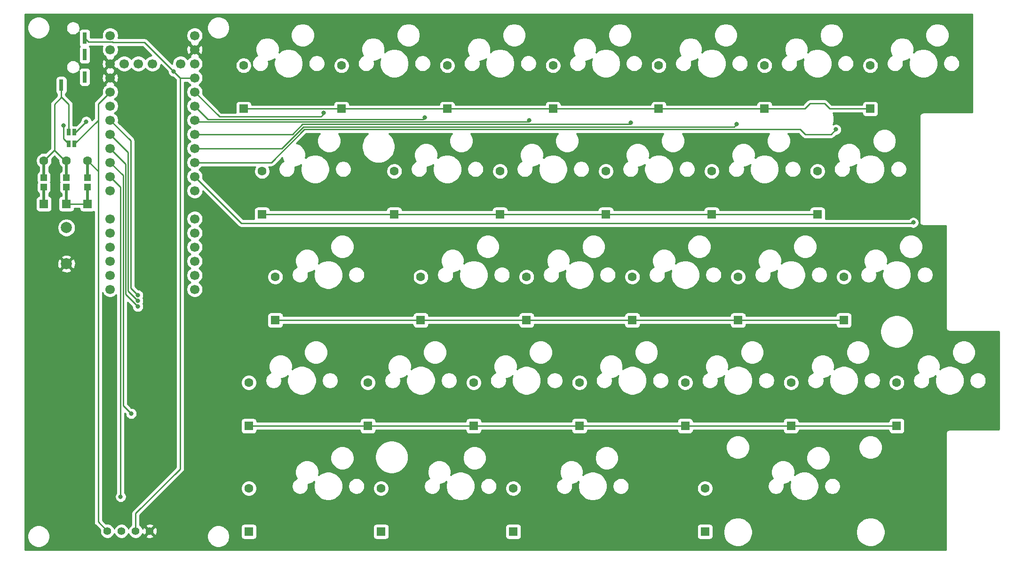
<source format=gbr>
%TF.GenerationSoftware,KiCad,Pcbnew,(5.1.7)-1*%
%TF.CreationDate,2020-11-02T22:52:20+01:00*%
%TF.ProjectId,Split65Left,53706c69-7436-4354-9c65-66742e6b6963,rev?*%
%TF.SameCoordinates,Original*%
%TF.FileFunction,Copper,L1,Top*%
%TF.FilePolarity,Positive*%
%FSLAX46Y46*%
G04 Gerber Fmt 4.6, Leading zero omitted, Abs format (unit mm)*
G04 Created by KiCad (PCBNEW (5.1.7)-1) date 2020-11-02 22:52:20*
%MOMM*%
%LPD*%
G01*
G04 APERTURE LIST*
%TA.AperFunction,ComponentPad*%
%ADD10C,1.700000*%
%TD*%
%TA.AperFunction,ComponentPad*%
%ADD11R,0.800000X2.100000*%
%TD*%
%TA.AperFunction,ComponentPad*%
%ADD12C,1.600000*%
%TD*%
%TA.AperFunction,ComponentPad*%
%ADD13R,1.600000X1.600000*%
%TD*%
%TA.AperFunction,ComponentPad*%
%ADD14C,1.397000*%
%TD*%
%TA.AperFunction,SMDPad,CuDef*%
%ADD15R,0.635000X1.143000*%
%TD*%
%TA.AperFunction,SMDPad,CuDef*%
%ADD16R,0.500000X2.500000*%
%TD*%
%TA.AperFunction,SMDPad,CuDef*%
%ADD17R,1.200000X1.200000*%
%TD*%
%TA.AperFunction,ComponentPad*%
%ADD18C,2.000000*%
%TD*%
%TA.AperFunction,ViaPad*%
%ADD19C,0.800000*%
%TD*%
%TA.AperFunction,Conductor*%
%ADD20C,0.250000*%
%TD*%
%TA.AperFunction,Conductor*%
%ADD21C,0.254000*%
%TD*%
%TA.AperFunction,Conductor*%
%ADD22C,0.100000*%
%TD*%
G04 APERTURE END LIST*
D10*
%TO.P,U1,5V*%
%TO.N,Net-(U1-Pad5V)*%
X55273000Y-47508000D03*
%TO.P,U1,A10*%
%TO.N,Net-(U1-PadA10)*%
X40058000Y-50048000D03*
%TO.P,U1,A9*%
%TO.N,DATA*%
X40058000Y-47508000D03*
%TO.P,U1,D+*%
%TO.N,Net-(U1-PadD+)*%
X42598000Y-52588000D03*
%TO.P,U1,GND*%
%TO.N,GND*%
X40058000Y-52588000D03*
X40058000Y-55128000D03*
%TO.P,U1,B7*%
%TO.N,SDA*%
X40058000Y-57668000D03*
%TO.P,U1,B6*%
%TO.N,SCL*%
X40058000Y-60208000D03*
%TO.P,U1,D-*%
%TO.N,Net-(U1-PadD-)*%
X45138000Y-52588000D03*
%TO.P,U1,CHRG*%
%TO.N,Net-(U1-PadCHRG)*%
X47678000Y-52588000D03*
%TO.P,U1,B5*%
%TO.N,row0*%
X40058000Y-62748000D03*
%TO.P,U1,B4*%
%TO.N,row1*%
X40058000Y-65288000D03*
%TO.P,U1,B3*%
%TO.N,row2*%
X40058000Y-67828000D03*
%TO.P,U1,B2*%
%TO.N,row3*%
X40058000Y-70368000D03*
%TO.P,U1,B1*%
%TO.N,row4*%
X40058000Y-72908000D03*
%TO.P,U1,B0*%
%TO.N,Net-(U1-PadB0)*%
X40058000Y-75448000D03*
%TO.P,U1,A5*%
%TO.N,Net-(U1-PadA5)*%
X40058000Y-83068000D03*
%TO.P,U1,A7*%
%TO.N,Net-(U1-PadA7)*%
X40058000Y-88148000D03*
%TO.P,U1,A8*%
%TO.N,Net-(U1-PadA8)*%
X40058000Y-90688000D03*
%TO.P,U1,A6*%
%TO.N,Net-(U1-PadA6)*%
X40058000Y-85608000D03*
%TO.P,U1,A15*%
%TO.N,Net-(U1-PadA15)*%
X40058000Y-93228000D03*
%TO.P,U1,A4*%
%TO.N,Net-(U1-PadA4)*%
X40058000Y-80528000D03*
%TO.P,U1,GND*%
%TO.N,GND*%
X55273000Y-50048000D03*
%TO.P,U1,DFU*%
%TO.N,RESET*%
X55273000Y-52588000D03*
%TO.P,U1,A2*%
%TO.N,col0*%
X55273000Y-57668000D03*
%TO.P,U1,A3|5v*%
%TO.N,Net-(U1-PadA3|5v)*%
X52733000Y-52588000D03*
%TO.P,U1,3.3V*%
%TO.N,+5V*%
X55273000Y-55128000D03*
%TO.P,U1,A1*%
%TO.N,col1*%
X55273000Y-60208000D03*
%TO.P,U1,A0*%
%TO.N,col2*%
X55273000Y-62748000D03*
%TO.P,U1,B8*%
%TO.N,col3*%
X55273000Y-65288000D03*
%TO.P,U1,B14*%
%TO.N,col5*%
X55273000Y-70368000D03*
%TO.P,U1,B15*%
%TO.N,col6*%
X55273000Y-72908000D03*
%TO.P,U1,B13*%
%TO.N,col4*%
X55273000Y-67828000D03*
%TO.P,U1,B9*%
%TO.N,Net-(U1-PadB9)*%
X55273000Y-75448000D03*
%TO.P,U1,B11*%
%TO.N,Net-(U1-PadB11)*%
X55273000Y-83068000D03*
%TO.P,U1,B10*%
%TO.N,Net-(U1-PadB10)*%
X55273000Y-80528000D03*
%TO.P,U1,A14*%
%TO.N,Net-(U1-PadA14)*%
X55273000Y-88148000D03*
%TO.P,U1,B12*%
%TO.N,Net-(U1-PadB12)*%
X55273000Y-85608000D03*
%TO.P,U1,A13*%
%TO.N,Net-(U1-PadA13)*%
X55273000Y-90688000D03*
%TO.P,U1,RST*%
%TO.N,Net-(U1-PadRST)*%
X55273000Y-93228000D03*
%TD*%
D11*
%TO.P,J1,A*%
%TO.N,N/C*%
X31278000Y-56470000D03*
%TO.P,J1,D*%
X35478000Y-54970000D03*
%TO.P,J1,C*%
X35478000Y-50970000D03*
%TO.P,J1,B*%
X35478000Y-47970000D03*
%TD*%
D12*
%TO.P,D1,2*%
%TO.N,Net-(D1-Pad2)*%
X64080000Y-52908000D03*
D13*
%TO.P,D1,1*%
%TO.N,row0*%
X64080000Y-60708000D03*
%TD*%
D12*
%TO.P,D2,2*%
%TO.N,Net-(D2-Pad2)*%
X81692000Y-52908000D03*
D13*
%TO.P,D2,1*%
%TO.N,row0*%
X81692000Y-60708000D03*
%TD*%
D12*
%TO.P,D3,2*%
%TO.N,Net-(D3-Pad2)*%
X100732000Y-52908000D03*
D13*
%TO.P,D3,1*%
%TO.N,row0*%
X100732000Y-60708000D03*
%TD*%
D12*
%TO.P,D4,2*%
%TO.N,Net-(D4-Pad2)*%
X119772000Y-52908000D03*
D13*
%TO.P,D4,1*%
%TO.N,row0*%
X119772000Y-60708000D03*
%TD*%
D12*
%TO.P,D5,2*%
%TO.N,Net-(D5-Pad2)*%
X138812000Y-52908000D03*
D13*
%TO.P,D5,1*%
%TO.N,row0*%
X138812000Y-60708000D03*
%TD*%
D12*
%TO.P,D6,2*%
%TO.N,Net-(D6-Pad2)*%
X157852000Y-52908000D03*
D13*
%TO.P,D6,1*%
%TO.N,row0*%
X157852000Y-60708000D03*
%TD*%
D12*
%TO.P,D7,2*%
%TO.N,Net-(D7-Pad2)*%
X176892000Y-52908000D03*
D13*
%TO.P,D7,1*%
%TO.N,row0*%
X176892000Y-60708000D03*
%TD*%
D12*
%TO.P,D8,2*%
%TO.N,Net-(D8-Pad2)*%
X67412000Y-71948000D03*
D13*
%TO.P,D8,1*%
%TO.N,row1*%
X67412000Y-79748000D03*
%TD*%
D12*
%TO.P,D9,2*%
%TO.N,Net-(D9-Pad2)*%
X91212000Y-71948000D03*
D13*
%TO.P,D9,1*%
%TO.N,row1*%
X91212000Y-79748000D03*
%TD*%
D12*
%TO.P,D10,2*%
%TO.N,Net-(D10-Pad2)*%
X110252000Y-71948000D03*
D13*
%TO.P,D10,1*%
%TO.N,row1*%
X110252000Y-79748000D03*
%TD*%
D12*
%TO.P,D11,2*%
%TO.N,Net-(D11-Pad2)*%
X129292000Y-71948000D03*
D13*
%TO.P,D11,1*%
%TO.N,row1*%
X129292000Y-79748000D03*
%TD*%
D12*
%TO.P,D12,2*%
%TO.N,Net-(D12-Pad2)*%
X148332000Y-71948000D03*
D13*
%TO.P,D12,1*%
%TO.N,row1*%
X148332000Y-79748000D03*
%TD*%
D12*
%TO.P,D13,2*%
%TO.N,Net-(D13-Pad2)*%
X167372000Y-71948000D03*
D13*
%TO.P,D13,1*%
%TO.N,row1*%
X167372000Y-79748000D03*
%TD*%
D12*
%TO.P,D14,2*%
%TO.N,Net-(D14-Pad2)*%
X69792000Y-90988000D03*
D13*
%TO.P,D14,1*%
%TO.N,row2*%
X69792000Y-98788000D03*
%TD*%
D12*
%TO.P,D15,2*%
%TO.N,Net-(D15-Pad2)*%
X95972000Y-90988000D03*
D13*
%TO.P,D15,1*%
%TO.N,row2*%
X95972000Y-98788000D03*
%TD*%
D12*
%TO.P,D16,2*%
%TO.N,Net-(D16-Pad2)*%
X115012000Y-90988000D03*
D13*
%TO.P,D16,1*%
%TO.N,row2*%
X115012000Y-98788000D03*
%TD*%
D12*
%TO.P,D17,2*%
%TO.N,Net-(D17-Pad2)*%
X134052000Y-90988000D03*
D13*
%TO.P,D17,1*%
%TO.N,row2*%
X134052000Y-98788000D03*
%TD*%
D12*
%TO.P,D18,2*%
%TO.N,Net-(D18-Pad2)*%
X153092000Y-90988000D03*
D13*
%TO.P,D18,1*%
%TO.N,row2*%
X153092000Y-98788000D03*
%TD*%
D12*
%TO.P,D19,2*%
%TO.N,Net-(D19-Pad2)*%
X172132000Y-90988000D03*
D13*
%TO.P,D19,1*%
%TO.N,row2*%
X172132000Y-98788000D03*
%TD*%
D12*
%TO.P,D20,2*%
%TO.N,Net-(D20-Pad2)*%
X65032000Y-110028000D03*
D13*
%TO.P,D20,1*%
%TO.N,row3*%
X65032000Y-117828000D03*
%TD*%
D12*
%TO.P,D21,2*%
%TO.N,Net-(D21-Pad2)*%
X86452000Y-110028000D03*
D13*
%TO.P,D21,1*%
%TO.N,row3*%
X86452000Y-117828000D03*
%TD*%
D12*
%TO.P,D22,2*%
%TO.N,Net-(D22-Pad2)*%
X105492000Y-110028000D03*
D13*
%TO.P,D22,1*%
%TO.N,row3*%
X105492000Y-117828000D03*
%TD*%
D12*
%TO.P,D23,2*%
%TO.N,Net-(D23-Pad2)*%
X124532000Y-110028000D03*
D13*
%TO.P,D23,1*%
%TO.N,row3*%
X124532000Y-117828000D03*
%TD*%
D12*
%TO.P,D24,2*%
%TO.N,Net-(D24-Pad2)*%
X143572000Y-110028000D03*
D13*
%TO.P,D24,1*%
%TO.N,row3*%
X143572000Y-117828000D03*
%TD*%
D12*
%TO.P,D25,2*%
%TO.N,Net-(D25-Pad2)*%
X162612000Y-110028000D03*
D13*
%TO.P,D25,1*%
%TO.N,row3*%
X162612000Y-117828000D03*
%TD*%
D12*
%TO.P,D26,2*%
%TO.N,Net-(D26-Pad2)*%
X181652000Y-110028000D03*
D13*
%TO.P,D26,1*%
%TO.N,row3*%
X181652000Y-117828000D03*
%TD*%
D12*
%TO.P,D27,2*%
%TO.N,Net-(D27-Pad2)*%
X65032000Y-129068000D03*
D13*
%TO.P,D27,1*%
%TO.N,row4*%
X65032000Y-136868000D03*
%TD*%
D12*
%TO.P,D28,2*%
%TO.N,Net-(D28-Pad2)*%
X88832000Y-129068000D03*
D13*
%TO.P,D28,1*%
%TO.N,row4*%
X88832000Y-136868000D03*
%TD*%
D12*
%TO.P,D29,2*%
%TO.N,Net-(D29-Pad2)*%
X112632000Y-129068000D03*
D13*
%TO.P,D29,1*%
%TO.N,row4*%
X112632000Y-136868000D03*
%TD*%
D12*
%TO.P,D30,2*%
%TO.N,Net-(D30-Pad2)*%
X147136000Y-129064000D03*
D13*
%TO.P,D30,1*%
%TO.N,row4*%
X147136000Y-136864000D03*
%TD*%
D14*
%TO.P,J2,4*%
%TO.N,GND*%
X47186000Y-136776000D03*
%TO.P,J2,3*%
%TO.N,+5V*%
X44646000Y-136776000D03*
%TO.P,J2,2*%
%TO.N,SCL*%
X42106000Y-136776000D03*
%TO.P,J2,1*%
%TO.N,SDA*%
X39566000Y-136776000D03*
%TD*%
D15*
%TO.P,JP2,2*%
%TO.N,SDA*%
X33640380Y-67042000D03*
%TO.P,JP2,1*%
%TO.N,Net-(J1-PadS)*%
X32639620Y-67042000D03*
%TD*%
%TO.P,JP3,2*%
%TO.N,SCL*%
X33640380Y-64900000D03*
%TO.P,JP3,1*%
%TO.N,Net-(J1-PadT)*%
X32639620Y-64900000D03*
%TD*%
D16*
%TO.P,R1,2*%
%TO.N,SDA*%
X35996000Y-71658000D03*
%TO.P,R1,1*%
%TO.N,+5V*%
X35996000Y-76204600D03*
D12*
%TO.P,R1,2*%
%TO.N,SDA*%
X35996000Y-70044000D03*
D13*
%TO.P,R1,1*%
%TO.N,+5V*%
X35996000Y-77844000D03*
D17*
X35970600Y-74782200D03*
%TO.P,R1,2*%
%TO.N,SDA*%
X35970600Y-73105800D03*
%TD*%
D16*
%TO.P,R2,2*%
%TO.N,Net-(J1-PadT)*%
X32188000Y-71658000D03*
%TO.P,R2,1*%
%TO.N,+5V*%
X32188000Y-76204600D03*
D12*
%TO.P,R2,2*%
%TO.N,Net-(J1-PadT)*%
X32188000Y-70044000D03*
D13*
%TO.P,R2,1*%
%TO.N,+5V*%
X32188000Y-77844000D03*
D17*
X32162600Y-74782200D03*
%TO.P,R2,2*%
%TO.N,Net-(J1-PadT)*%
X32162600Y-73105800D03*
%TD*%
D18*
%TO.P,SW31,2*%
%TO.N,RESET*%
X32188000Y-82118000D03*
%TO.P,SW31,1*%
%TO.N,GND*%
X32188000Y-88618000D03*
%TD*%
D16*
%TO.P,R3,2*%
%TO.N,Net-(J1-PadT)*%
X28142000Y-71658000D03*
%TO.P,R3,1*%
%TO.N,DATA*%
X28142000Y-76204600D03*
D12*
%TO.P,R3,2*%
%TO.N,Net-(J1-PadT)*%
X28142000Y-70044000D03*
D13*
%TO.P,R3,1*%
%TO.N,DATA*%
X28142000Y-77844000D03*
D17*
X28116600Y-74782200D03*
%TO.P,R3,2*%
%TO.N,Net-(J1-PadT)*%
X28116600Y-73105800D03*
%TD*%
D19*
%TO.N,row0*%
X45055717Y-94281106D03*
%TO.N,row1*%
X45052651Y-95303346D03*
%TO.N,row2*%
X45040000Y-96316000D03*
%TO.N,row3*%
X43850000Y-115594000D03*
%TO.N,row4*%
X41946000Y-130588000D03*
%TO.N,SCL*%
X35758000Y-62996000D03*
%TO.N,+5V*%
X51466000Y-53952000D03*
%TO.N,Net-(J1-PadS)*%
X31712000Y-63710000D03*
%TO.N,col0*%
X78461002Y-61466998D03*
%TO.N,col1*%
X96686000Y-62282000D03*
%TO.N,col2*%
X115488000Y-62758000D03*
%TO.N,col3*%
X133814000Y-63223000D03*
%TO.N,col4*%
X152854000Y-63472000D03*
%TO.N,col5*%
X170704000Y-64424000D03*
%TO.N,col6*%
X184636653Y-81193347D03*
%TD*%
D20*
%TO.N,row0*%
X40058000Y-62748000D02*
X43746230Y-66436230D01*
X43746230Y-66436230D02*
X43746230Y-92971619D01*
X43746230Y-92971619D02*
X45055717Y-94281106D01*
X81692000Y-60708000D02*
X100732000Y-60708000D01*
X100732000Y-60708000D02*
X119772000Y-60708000D01*
X119772000Y-60708000D02*
X138812000Y-60708000D01*
X138812000Y-60708000D02*
X157852000Y-60708000D01*
X166039903Y-59744799D02*
X168642799Y-59744799D01*
X157852000Y-60708000D02*
X165076702Y-60708000D01*
X165076702Y-60708000D02*
X166039903Y-59744799D01*
X169606000Y-60708000D02*
X176892000Y-60708000D01*
X168642799Y-59744799D02*
X169606000Y-60708000D01*
X81692000Y-60708000D02*
X64080000Y-60708000D01*
%TO.N,row1*%
X40058000Y-65288000D02*
X43296220Y-68526220D01*
X43296220Y-68526220D02*
X43296220Y-93546915D01*
X43296220Y-93546915D02*
X45052651Y-95303346D01*
X67412000Y-79748000D02*
X91212000Y-79748000D01*
X91212000Y-79748000D02*
X110252000Y-79748000D01*
X110252000Y-79748000D02*
X129292000Y-79748000D01*
X129292000Y-79748000D02*
X148332000Y-79748000D01*
X148332000Y-79748000D02*
X167372000Y-79748000D01*
%TO.N,row2*%
X40058000Y-67828000D02*
X42846020Y-70616020D01*
X42846020Y-70616020D02*
X42846020Y-94122020D01*
X42846020Y-94122020D02*
X45040000Y-96316000D01*
X69792000Y-98788000D02*
X95972000Y-98788000D01*
X95972000Y-98788000D02*
X115634000Y-98788000D01*
X115012000Y-98788000D02*
X134052000Y-98788000D01*
X134052000Y-98788000D02*
X153092000Y-98788000D01*
X153092000Y-98788000D02*
X172132000Y-98788000D01*
%TO.N,row3*%
X40058000Y-70368000D02*
X42396010Y-72706010D01*
X42396010Y-72706010D02*
X42396010Y-114140010D01*
X42396010Y-114140010D02*
X43850000Y-115594000D01*
X65032000Y-117828000D02*
X86452000Y-117828000D01*
X86452000Y-117828000D02*
X105492000Y-117828000D01*
X105492000Y-117828000D02*
X124532000Y-117828000D01*
X124532000Y-117828000D02*
X143572000Y-117828000D01*
X143572000Y-117828000D02*
X162612000Y-117828000D01*
X162612000Y-117828000D02*
X181652000Y-117828000D01*
%TO.N,row4*%
X40058000Y-72908000D02*
X41946000Y-74796000D01*
X41946000Y-74796000D02*
X41946000Y-130588000D01*
%TO.N,SDA*%
X35996000Y-70044000D02*
X37900000Y-71948000D01*
X35970600Y-70069400D02*
X35996000Y-70044000D01*
X35970600Y-73105800D02*
X35970600Y-70069400D01*
X40058000Y-57668000D02*
X37900000Y-59826000D01*
X33640380Y-67017620D02*
X37900000Y-62758000D01*
X33640380Y-67042000D02*
X33640380Y-67017620D01*
X37900000Y-59826000D02*
X37900000Y-62758000D01*
X37900000Y-62758000D02*
X37900000Y-71948000D01*
X37900000Y-135110000D02*
X39566000Y-136776000D01*
X37900000Y-71948000D02*
X37900000Y-135110000D01*
%TO.N,SCL*%
X33854000Y-64900000D02*
X33640380Y-64900000D01*
X35758000Y-62996000D02*
X33854000Y-64900000D01*
%TO.N,+5V*%
X32188000Y-77844000D02*
X35996000Y-77844000D01*
X32188000Y-74807600D02*
X32162600Y-74782200D01*
X32188000Y-77844000D02*
X32188000Y-74807600D01*
X35970600Y-77818600D02*
X35996000Y-77844000D01*
X35970600Y-74782200D02*
X35970600Y-77818600D01*
X55273000Y-55128000D02*
X53533998Y-55128000D01*
X53533998Y-55128000D02*
X53519998Y-55142000D01*
X53519998Y-55142000D02*
X52656000Y-55142000D01*
X52656000Y-55142000D02*
X52180000Y-54666000D01*
X44646000Y-133600000D02*
X52656000Y-125590000D01*
X52656000Y-55142000D02*
X52656000Y-125590000D01*
X44646000Y-136776000D02*
X44646000Y-133600000D01*
X52180000Y-54666000D02*
X51466000Y-53952000D01*
X51466000Y-53952000D02*
X46230000Y-48716000D01*
X40485001Y-48683001D02*
X36191001Y-48683001D01*
X36191001Y-48683001D02*
X35478000Y-47970000D01*
X40518000Y-48716000D02*
X40485001Y-48683001D01*
X46230000Y-48716000D02*
X40518000Y-48716000D01*
%TO.N,DATA*%
X28142000Y-74807600D02*
X28116600Y-74782200D01*
X28142000Y-77844000D02*
X28142000Y-74807600D01*
%TO.N,Net-(J1-PadT)*%
X32162600Y-70069400D02*
X32188000Y-70044000D01*
X32162600Y-73105800D02*
X32162600Y-70069400D01*
X31278000Y-56470000D02*
X31278000Y-58555501D01*
X32639620Y-59917121D02*
X32639620Y-64900000D01*
X31278000Y-58555501D02*
X32639620Y-59917121D01*
X28116600Y-70069400D02*
X28142000Y-70044000D01*
X28116600Y-73105800D02*
X28116600Y-70069400D01*
X31278000Y-58555501D02*
X31278000Y-58670000D01*
X31278000Y-58670000D02*
X30046000Y-59902000D01*
X30046000Y-59902000D02*
X30046000Y-67902000D01*
X30046000Y-68140000D02*
X28142000Y-70044000D01*
X30046000Y-67902000D02*
X30046000Y-68140000D01*
X30046000Y-68140000D02*
X30046000Y-68186000D01*
X31904000Y-70044000D02*
X32188000Y-70044000D01*
X30046000Y-68186000D02*
X31904000Y-70044000D01*
%TO.N,Net-(J1-PadS)*%
X31712000Y-66114380D02*
X32639620Y-67042000D01*
X31712000Y-63710000D02*
X31712000Y-66114380D01*
%TO.N,col0*%
X55273000Y-57668000D02*
X59752960Y-62147960D01*
X59752960Y-62147960D02*
X78018040Y-62147960D01*
X78461002Y-61704998D02*
X78461002Y-61466998D01*
X78018040Y-62147960D02*
X78461002Y-61704998D01*
%TO.N,col1*%
X55273000Y-60208000D02*
X57662970Y-62597970D01*
X57662970Y-62597970D02*
X96370030Y-62597970D01*
X96370030Y-62597970D02*
X96686000Y-62282000D01*
%TO.N,col2*%
X55572980Y-63047980D02*
X55273000Y-62748000D01*
X76694000Y-63047980D02*
X55572980Y-63047980D01*
X76694000Y-63047980D02*
X115198020Y-63047980D01*
X115198020Y-63047980D02*
X115488000Y-62758000D01*
%TO.N,col3*%
X55273000Y-65288000D02*
X72891180Y-65288000D01*
X74681190Y-63497990D02*
X75079600Y-63497990D01*
X72891180Y-65288000D02*
X74681190Y-63497990D01*
X75079600Y-63497990D02*
X133550010Y-63497990D01*
X133550010Y-63497990D02*
X133814000Y-63234000D01*
X133814000Y-63234000D02*
X133814000Y-63223000D01*
%TO.N,col4*%
X55273000Y-67828000D02*
X70987590Y-67828000D01*
X70987590Y-67828000D02*
X74867590Y-63948000D01*
X74867590Y-63948000D02*
X75266000Y-63948000D01*
X75266000Y-63948000D02*
X152378000Y-63948000D01*
X152378000Y-63948000D02*
X152854000Y-63472000D01*
%TO.N,col5*%
X169832799Y-65295201D02*
X170704000Y-64424000D01*
X55273000Y-70368000D02*
X69084000Y-70368000D01*
X69084000Y-70368000D02*
X75028000Y-64424000D01*
X75028000Y-64424000D02*
X164278000Y-64424000D01*
X164278000Y-64424000D02*
X165149201Y-65295201D01*
X165149201Y-65295201D02*
X169832799Y-65295201D01*
%TO.N,col6*%
X55273000Y-72908000D02*
X63687000Y-81322000D01*
X63687000Y-81322000D02*
X184508000Y-81322000D01*
X184508000Y-81322000D02*
X184636653Y-81193347D01*
%TD*%
D21*
%TO.N,GND*%
X195227874Y-43668133D02*
X195237374Y-43671001D01*
X195246134Y-43675659D01*
X195253819Y-43681926D01*
X195260144Y-43689573D01*
X195264862Y-43698299D01*
X195267798Y-43707782D01*
X195272000Y-43747762D01*
X195272001Y-61297711D01*
X195267867Y-61339874D01*
X195264999Y-61349372D01*
X195260340Y-61358135D01*
X195254073Y-61365820D01*
X195246429Y-61372143D01*
X195237701Y-61376862D01*
X195228218Y-61379798D01*
X195188238Y-61384000D01*
X186444419Y-61384000D01*
X186412000Y-61380807D01*
X186379581Y-61384000D01*
X186282617Y-61393550D01*
X186158207Y-61431290D01*
X186043550Y-61492575D01*
X185943052Y-61575052D01*
X185860575Y-61675550D01*
X185799290Y-61790207D01*
X185761550Y-61914617D01*
X185748807Y-62044000D01*
X185752000Y-62076419D01*
X185752001Y-81051571D01*
X185748807Y-81084000D01*
X185761550Y-81213383D01*
X185799290Y-81337793D01*
X185860575Y-81452450D01*
X185943052Y-81552948D01*
X186043550Y-81635425D01*
X186158207Y-81696710D01*
X186282617Y-81734450D01*
X186379581Y-81744000D01*
X186412000Y-81747193D01*
X186444419Y-81744000D01*
X190425721Y-81744000D01*
X190467874Y-81748133D01*
X190477374Y-81751001D01*
X190486134Y-81755659D01*
X190493819Y-81761926D01*
X190500144Y-81769573D01*
X190504862Y-81778299D01*
X190507798Y-81787782D01*
X190512000Y-81827762D01*
X190512001Y-100091571D01*
X190508807Y-100124000D01*
X190521550Y-100253383D01*
X190559290Y-100377793D01*
X190620575Y-100492450D01*
X190703052Y-100592948D01*
X190803550Y-100675425D01*
X190918207Y-100736710D01*
X191042617Y-100774450D01*
X191139581Y-100784000D01*
X191172000Y-100787193D01*
X191204419Y-100784000D01*
X199945721Y-100784000D01*
X199987874Y-100788133D01*
X199997374Y-100791001D01*
X200006134Y-100795659D01*
X200013819Y-100801926D01*
X200020144Y-100809573D01*
X200024862Y-100818299D01*
X200027798Y-100827782D01*
X200032000Y-100867762D01*
X200032001Y-118417711D01*
X200027867Y-118459874D01*
X200024999Y-118469372D01*
X200020340Y-118478135D01*
X200014073Y-118485820D01*
X200006429Y-118492143D01*
X199997701Y-118496862D01*
X199988218Y-118499798D01*
X199948238Y-118504000D01*
X191204419Y-118504000D01*
X191172000Y-118500807D01*
X191139581Y-118504000D01*
X191042617Y-118513550D01*
X190918207Y-118551290D01*
X190803550Y-118612575D01*
X190703052Y-118695052D01*
X190620575Y-118795550D01*
X190559290Y-118910207D01*
X190521550Y-119034617D01*
X190508807Y-119164000D01*
X190512000Y-119196419D01*
X190512001Y-137457572D01*
X190512000Y-137457582D01*
X190512000Y-138171582D01*
X190512001Y-140075711D01*
X190507867Y-140117874D01*
X190504999Y-140127372D01*
X190500340Y-140136135D01*
X190494073Y-140143820D01*
X190486429Y-140150143D01*
X190477701Y-140154862D01*
X190468218Y-140157798D01*
X190428238Y-140162000D01*
X24842279Y-140162000D01*
X24800126Y-140157867D01*
X24790628Y-140154999D01*
X24781865Y-140150340D01*
X24774180Y-140144073D01*
X24767857Y-140136429D01*
X24763138Y-140127701D01*
X24760202Y-140118218D01*
X24756000Y-140078238D01*
X24756000Y-137528358D01*
X25163000Y-137528358D01*
X25163000Y-137927642D01*
X25240896Y-138319254D01*
X25393696Y-138688145D01*
X25615526Y-139020137D01*
X25897863Y-139302474D01*
X26229855Y-139524304D01*
X26598746Y-139677104D01*
X26990358Y-139755000D01*
X27389642Y-139755000D01*
X27781254Y-139677104D01*
X28150145Y-139524304D01*
X28482137Y-139302474D01*
X28764474Y-139020137D01*
X28986304Y-138688145D01*
X29139104Y-138319254D01*
X29217000Y-137927642D01*
X29217000Y-137528358D01*
X29139104Y-137136746D01*
X28986304Y-136767855D01*
X28764474Y-136435863D01*
X28482137Y-136153526D01*
X28150145Y-135931696D01*
X27781254Y-135778896D01*
X27389642Y-135701000D01*
X26990358Y-135701000D01*
X26598746Y-135778896D01*
X26229855Y-135931696D01*
X25897863Y-136153526D01*
X25615526Y-136435863D01*
X25393696Y-136767855D01*
X25240896Y-137136746D01*
X25163000Y-137528358D01*
X24756000Y-137528358D01*
X24756000Y-89753413D01*
X31232192Y-89753413D01*
X31327956Y-90017814D01*
X31617571Y-90158704D01*
X31929108Y-90240384D01*
X32250595Y-90259718D01*
X32569675Y-90215961D01*
X32874088Y-90110795D01*
X33048044Y-90017814D01*
X33143808Y-89753413D01*
X32188000Y-88797605D01*
X31232192Y-89753413D01*
X24756000Y-89753413D01*
X24756000Y-88680595D01*
X30546282Y-88680595D01*
X30590039Y-88999675D01*
X30695205Y-89304088D01*
X30788186Y-89478044D01*
X31052587Y-89573808D01*
X32008395Y-88618000D01*
X32367605Y-88618000D01*
X33323413Y-89573808D01*
X33587814Y-89478044D01*
X33728704Y-89188429D01*
X33810384Y-88876892D01*
X33829718Y-88555405D01*
X33785961Y-88236325D01*
X33680795Y-87931912D01*
X33587814Y-87757956D01*
X33323413Y-87662192D01*
X32367605Y-88618000D01*
X32008395Y-88618000D01*
X31052587Y-87662192D01*
X30788186Y-87757956D01*
X30647296Y-88047571D01*
X30565616Y-88359108D01*
X30546282Y-88680595D01*
X24756000Y-88680595D01*
X24756000Y-87482587D01*
X31232192Y-87482587D01*
X32188000Y-88438395D01*
X33143808Y-87482587D01*
X33048044Y-87218186D01*
X32758429Y-87077296D01*
X32446892Y-86995616D01*
X32125405Y-86976282D01*
X31806325Y-87020039D01*
X31501912Y-87125205D01*
X31327956Y-87218186D01*
X31232192Y-87482587D01*
X24756000Y-87482587D01*
X24756000Y-81956967D01*
X30553000Y-81956967D01*
X30553000Y-82279033D01*
X30615832Y-82594912D01*
X30739082Y-82892463D01*
X30918013Y-83160252D01*
X31145748Y-83387987D01*
X31413537Y-83566918D01*
X31711088Y-83690168D01*
X32026967Y-83753000D01*
X32349033Y-83753000D01*
X32664912Y-83690168D01*
X32962463Y-83566918D01*
X33230252Y-83387987D01*
X33457987Y-83160252D01*
X33636918Y-82892463D01*
X33760168Y-82594912D01*
X33823000Y-82279033D01*
X33823000Y-81956967D01*
X33760168Y-81641088D01*
X33636918Y-81343537D01*
X33457987Y-81075748D01*
X33230252Y-80848013D01*
X32962463Y-80669082D01*
X32664912Y-80545832D01*
X32349033Y-80483000D01*
X32026967Y-80483000D01*
X31711088Y-80545832D01*
X31413537Y-80669082D01*
X31145748Y-80848013D01*
X30918013Y-81075748D01*
X30739082Y-81343537D01*
X30615832Y-81641088D01*
X30553000Y-81956967D01*
X24756000Y-81956967D01*
X24756000Y-77044000D01*
X26703928Y-77044000D01*
X26703928Y-78644000D01*
X26716188Y-78768482D01*
X26752498Y-78888180D01*
X26811463Y-78998494D01*
X26890815Y-79095185D01*
X26987506Y-79174537D01*
X27097820Y-79233502D01*
X27217518Y-79269812D01*
X27342000Y-79282072D01*
X28942000Y-79282072D01*
X29066482Y-79269812D01*
X29186180Y-79233502D01*
X29296494Y-79174537D01*
X29393185Y-79095185D01*
X29472537Y-78998494D01*
X29531502Y-78888180D01*
X29567812Y-78768482D01*
X29580072Y-78644000D01*
X29580072Y-77044000D01*
X29567812Y-76919518D01*
X29531502Y-76799820D01*
X29472537Y-76689506D01*
X29393185Y-76592815D01*
X29296494Y-76513463D01*
X29186180Y-76454498D01*
X29066482Y-76418188D01*
X29030072Y-76414602D01*
X29030072Y-75934664D01*
X29071094Y-75912737D01*
X29167785Y-75833385D01*
X29247137Y-75736694D01*
X29306102Y-75626380D01*
X29342412Y-75506682D01*
X29354672Y-75382200D01*
X29354672Y-74182200D01*
X29342412Y-74057718D01*
X29307916Y-73944000D01*
X29342412Y-73830282D01*
X29354672Y-73705800D01*
X29354672Y-72505800D01*
X29342412Y-72381318D01*
X29306102Y-72261620D01*
X29247137Y-72151306D01*
X29167785Y-72054615D01*
X29071094Y-71975263D01*
X29030072Y-71953336D01*
X29030072Y-71176469D01*
X29056759Y-71158637D01*
X29256637Y-70958759D01*
X29413680Y-70723727D01*
X29521853Y-70462574D01*
X29577000Y-70185335D01*
X29577000Y-69902665D01*
X29540688Y-69720114D01*
X30023000Y-69237801D01*
X30753000Y-69967802D01*
X30753000Y-70185335D01*
X30808147Y-70462574D01*
X30916320Y-70723727D01*
X31073363Y-70958759D01*
X31273241Y-71158637D01*
X31299928Y-71176469D01*
X31299928Y-71926182D01*
X31208106Y-71975263D01*
X31111415Y-72054615D01*
X31032063Y-72151306D01*
X30973098Y-72261620D01*
X30936788Y-72381318D01*
X30924528Y-72505800D01*
X30924528Y-73705800D01*
X30936788Y-73830282D01*
X30971284Y-73944000D01*
X30936788Y-74057718D01*
X30924528Y-74182200D01*
X30924528Y-75382200D01*
X30936788Y-75506682D01*
X30973098Y-75626380D01*
X31032063Y-75736694D01*
X31111415Y-75833385D01*
X31208106Y-75912737D01*
X31299928Y-75961818D01*
X31299928Y-76414602D01*
X31263518Y-76418188D01*
X31143820Y-76454498D01*
X31033506Y-76513463D01*
X30936815Y-76592815D01*
X30857463Y-76689506D01*
X30798498Y-76799820D01*
X30762188Y-76919518D01*
X30749928Y-77044000D01*
X30749928Y-78644000D01*
X30762188Y-78768482D01*
X30798498Y-78888180D01*
X30857463Y-78998494D01*
X30936815Y-79095185D01*
X31033506Y-79174537D01*
X31143820Y-79233502D01*
X31263518Y-79269812D01*
X31388000Y-79282072D01*
X32988000Y-79282072D01*
X33112482Y-79269812D01*
X33232180Y-79233502D01*
X33342494Y-79174537D01*
X33439185Y-79095185D01*
X33518537Y-78998494D01*
X33577502Y-78888180D01*
X33613812Y-78768482D01*
X33626072Y-78644000D01*
X33626072Y-78604000D01*
X34557928Y-78604000D01*
X34557928Y-78644000D01*
X34570188Y-78768482D01*
X34606498Y-78888180D01*
X34665463Y-78998494D01*
X34744815Y-79095185D01*
X34841506Y-79174537D01*
X34951820Y-79233502D01*
X35071518Y-79269812D01*
X35196000Y-79282072D01*
X36796000Y-79282072D01*
X36920482Y-79269812D01*
X37040180Y-79233502D01*
X37140000Y-79180146D01*
X37140001Y-135072667D01*
X37136324Y-135110000D01*
X37150998Y-135258985D01*
X37194454Y-135402246D01*
X37265026Y-135534276D01*
X37293102Y-135568486D01*
X37360000Y-135650001D01*
X37388998Y-135673799D01*
X38253631Y-136538432D01*
X38232500Y-136644662D01*
X38232500Y-136907338D01*
X38283746Y-137164968D01*
X38384268Y-137407649D01*
X38530203Y-137626057D01*
X38715943Y-137811797D01*
X38934351Y-137957732D01*
X39177032Y-138058254D01*
X39434662Y-138109500D01*
X39697338Y-138109500D01*
X39954968Y-138058254D01*
X40197649Y-137957732D01*
X40416057Y-137811797D01*
X40601797Y-137626057D01*
X40747732Y-137407649D01*
X40836000Y-137194552D01*
X40924268Y-137407649D01*
X41070203Y-137626057D01*
X41255943Y-137811797D01*
X41474351Y-137957732D01*
X41717032Y-138058254D01*
X41974662Y-138109500D01*
X42237338Y-138109500D01*
X42494968Y-138058254D01*
X42737649Y-137957732D01*
X42956057Y-137811797D01*
X43141797Y-137626057D01*
X43287732Y-137407649D01*
X43376000Y-137194552D01*
X43464268Y-137407649D01*
X43610203Y-137626057D01*
X43795943Y-137811797D01*
X44014351Y-137957732D01*
X44257032Y-138058254D01*
X44514662Y-138109500D01*
X44777338Y-138109500D01*
X45034968Y-138058254D01*
X45277649Y-137957732D01*
X45496057Y-137811797D01*
X45611657Y-137696197D01*
X46445408Y-137696197D01*
X46504686Y-137929812D01*
X46742875Y-138040559D01*
X46998093Y-138102711D01*
X47260533Y-138113876D01*
X47520107Y-138073629D01*
X47766842Y-137983514D01*
X47867314Y-137929812D01*
X47926592Y-137696197D01*
X47758753Y-137528358D01*
X57531000Y-137528358D01*
X57531000Y-137927642D01*
X57608896Y-138319254D01*
X57761696Y-138688145D01*
X57983526Y-139020137D01*
X58265863Y-139302474D01*
X58597855Y-139524304D01*
X58966746Y-139677104D01*
X59358358Y-139755000D01*
X59757642Y-139755000D01*
X60149254Y-139677104D01*
X60518145Y-139524304D01*
X60850137Y-139302474D01*
X61132474Y-139020137D01*
X61354304Y-138688145D01*
X61507104Y-138319254D01*
X61585000Y-137927642D01*
X61585000Y-137528358D01*
X61507104Y-137136746D01*
X61354304Y-136767855D01*
X61132474Y-136435863D01*
X60850137Y-136153526D01*
X60722139Y-136068000D01*
X63593928Y-136068000D01*
X63593928Y-137668000D01*
X63606188Y-137792482D01*
X63642498Y-137912180D01*
X63701463Y-138022494D01*
X63780815Y-138119185D01*
X63877506Y-138198537D01*
X63987820Y-138257502D01*
X64107518Y-138293812D01*
X64232000Y-138306072D01*
X65832000Y-138306072D01*
X65956482Y-138293812D01*
X66076180Y-138257502D01*
X66186494Y-138198537D01*
X66283185Y-138119185D01*
X66362537Y-138022494D01*
X66421502Y-137912180D01*
X66457812Y-137792482D01*
X66470072Y-137668000D01*
X66470072Y-136068000D01*
X87393928Y-136068000D01*
X87393928Y-137668000D01*
X87406188Y-137792482D01*
X87442498Y-137912180D01*
X87501463Y-138022494D01*
X87580815Y-138119185D01*
X87677506Y-138198537D01*
X87787820Y-138257502D01*
X87907518Y-138293812D01*
X88032000Y-138306072D01*
X89632000Y-138306072D01*
X89756482Y-138293812D01*
X89876180Y-138257502D01*
X89986494Y-138198537D01*
X90083185Y-138119185D01*
X90162537Y-138022494D01*
X90221502Y-137912180D01*
X90257812Y-137792482D01*
X90270072Y-137668000D01*
X90270072Y-136068000D01*
X111193928Y-136068000D01*
X111193928Y-137668000D01*
X111206188Y-137792482D01*
X111242498Y-137912180D01*
X111301463Y-138022494D01*
X111380815Y-138119185D01*
X111477506Y-138198537D01*
X111587820Y-138257502D01*
X111707518Y-138293812D01*
X111832000Y-138306072D01*
X113432000Y-138306072D01*
X113556482Y-138293812D01*
X113676180Y-138257502D01*
X113786494Y-138198537D01*
X113883185Y-138119185D01*
X113962537Y-138022494D01*
X114021502Y-137912180D01*
X114057812Y-137792482D01*
X114070072Y-137668000D01*
X114070072Y-136068000D01*
X114069679Y-136064000D01*
X145697928Y-136064000D01*
X145697928Y-137664000D01*
X145710188Y-137788482D01*
X145746498Y-137908180D01*
X145805463Y-138018494D01*
X145884815Y-138115185D01*
X145981506Y-138194537D01*
X146091820Y-138253502D01*
X146211518Y-138289812D01*
X146336000Y-138302072D01*
X147936000Y-138302072D01*
X148060482Y-138289812D01*
X148180180Y-138253502D01*
X148290494Y-138194537D01*
X148387185Y-138115185D01*
X148466537Y-138018494D01*
X148525502Y-137908180D01*
X148561812Y-137788482D01*
X148574072Y-137664000D01*
X148574072Y-136676076D01*
X150419100Y-136676076D01*
X150419100Y-137193924D01*
X150520127Y-137701822D01*
X150718299Y-138180251D01*
X151006000Y-138610826D01*
X151372174Y-138977000D01*
X151802749Y-139264701D01*
X152281178Y-139462873D01*
X152789076Y-139563900D01*
X153306924Y-139563900D01*
X153814822Y-139462873D01*
X154293251Y-139264701D01*
X154723826Y-138977000D01*
X155090000Y-138610826D01*
X155377701Y-138180251D01*
X155575873Y-137701822D01*
X155676900Y-137193924D01*
X155676900Y-136676076D01*
X174295100Y-136676076D01*
X174295100Y-137193924D01*
X174396127Y-137701822D01*
X174594299Y-138180251D01*
X174882000Y-138610826D01*
X175248174Y-138977000D01*
X175678749Y-139264701D01*
X176157178Y-139462873D01*
X176665076Y-139563900D01*
X177182924Y-139563900D01*
X177690822Y-139462873D01*
X178169251Y-139264701D01*
X178599826Y-138977000D01*
X178966000Y-138610826D01*
X179253701Y-138180251D01*
X179451873Y-137701822D01*
X179552900Y-137193924D01*
X179552900Y-136676076D01*
X179451873Y-136168178D01*
X179253701Y-135689749D01*
X178966000Y-135259174D01*
X178599826Y-134893000D01*
X178169251Y-134605299D01*
X177690822Y-134407127D01*
X177182924Y-134306100D01*
X176665076Y-134306100D01*
X176157178Y-134407127D01*
X175678749Y-134605299D01*
X175248174Y-134893000D01*
X174882000Y-135259174D01*
X174594299Y-135689749D01*
X174396127Y-136168178D01*
X174295100Y-136676076D01*
X155676900Y-136676076D01*
X155575873Y-136168178D01*
X155377701Y-135689749D01*
X155090000Y-135259174D01*
X154723826Y-134893000D01*
X154293251Y-134605299D01*
X153814822Y-134407127D01*
X153306924Y-134306100D01*
X152789076Y-134306100D01*
X152281178Y-134407127D01*
X151802749Y-134605299D01*
X151372174Y-134893000D01*
X151006000Y-135259174D01*
X150718299Y-135689749D01*
X150520127Y-136168178D01*
X150419100Y-136676076D01*
X148574072Y-136676076D01*
X148574072Y-136064000D01*
X148561812Y-135939518D01*
X148525502Y-135819820D01*
X148466537Y-135709506D01*
X148387185Y-135612815D01*
X148290494Y-135533463D01*
X148180180Y-135474498D01*
X148060482Y-135438188D01*
X147936000Y-135425928D01*
X146336000Y-135425928D01*
X146211518Y-135438188D01*
X146091820Y-135474498D01*
X145981506Y-135533463D01*
X145884815Y-135612815D01*
X145805463Y-135709506D01*
X145746498Y-135819820D01*
X145710188Y-135939518D01*
X145697928Y-136064000D01*
X114069679Y-136064000D01*
X114057812Y-135943518D01*
X114021502Y-135823820D01*
X113962537Y-135713506D01*
X113883185Y-135616815D01*
X113786494Y-135537463D01*
X113676180Y-135478498D01*
X113556482Y-135442188D01*
X113432000Y-135429928D01*
X111832000Y-135429928D01*
X111707518Y-135442188D01*
X111587820Y-135478498D01*
X111477506Y-135537463D01*
X111380815Y-135616815D01*
X111301463Y-135713506D01*
X111242498Y-135823820D01*
X111206188Y-135943518D01*
X111193928Y-136068000D01*
X90270072Y-136068000D01*
X90257812Y-135943518D01*
X90221502Y-135823820D01*
X90162537Y-135713506D01*
X90083185Y-135616815D01*
X89986494Y-135537463D01*
X89876180Y-135478498D01*
X89756482Y-135442188D01*
X89632000Y-135429928D01*
X88032000Y-135429928D01*
X87907518Y-135442188D01*
X87787820Y-135478498D01*
X87677506Y-135537463D01*
X87580815Y-135616815D01*
X87501463Y-135713506D01*
X87442498Y-135823820D01*
X87406188Y-135943518D01*
X87393928Y-136068000D01*
X66470072Y-136068000D01*
X66457812Y-135943518D01*
X66421502Y-135823820D01*
X66362537Y-135713506D01*
X66283185Y-135616815D01*
X66186494Y-135537463D01*
X66076180Y-135478498D01*
X65956482Y-135442188D01*
X65832000Y-135429928D01*
X64232000Y-135429928D01*
X64107518Y-135442188D01*
X63987820Y-135478498D01*
X63877506Y-135537463D01*
X63780815Y-135616815D01*
X63701463Y-135713506D01*
X63642498Y-135823820D01*
X63606188Y-135943518D01*
X63593928Y-136068000D01*
X60722139Y-136068000D01*
X60518145Y-135931696D01*
X60149254Y-135778896D01*
X59757642Y-135701000D01*
X59358358Y-135701000D01*
X58966746Y-135778896D01*
X58597855Y-135931696D01*
X58265863Y-136153526D01*
X57983526Y-136435863D01*
X57761696Y-136767855D01*
X57608896Y-137136746D01*
X57531000Y-137528358D01*
X47758753Y-137528358D01*
X47186000Y-136955605D01*
X46445408Y-137696197D01*
X45611657Y-137696197D01*
X45681797Y-137626057D01*
X45827732Y-137407649D01*
X45917707Y-137190430D01*
X45978486Y-137356842D01*
X46032188Y-137457314D01*
X46265803Y-137516592D01*
X47006395Y-136776000D01*
X47365605Y-136776000D01*
X48106197Y-137516592D01*
X48339812Y-137457314D01*
X48450559Y-137219125D01*
X48512711Y-136963907D01*
X48523876Y-136701467D01*
X48483629Y-136441893D01*
X48393514Y-136195158D01*
X48339812Y-136094686D01*
X48106197Y-136035408D01*
X47365605Y-136776000D01*
X47006395Y-136776000D01*
X46265803Y-136035408D01*
X46032188Y-136094686D01*
X45921441Y-136332875D01*
X45915658Y-136356622D01*
X45827732Y-136144351D01*
X45681797Y-135925943D01*
X45611657Y-135855803D01*
X46445408Y-135855803D01*
X47186000Y-136596395D01*
X47926592Y-135855803D01*
X47867314Y-135622188D01*
X47629125Y-135511441D01*
X47373907Y-135449289D01*
X47111467Y-135438124D01*
X46851893Y-135478371D01*
X46605158Y-135568486D01*
X46504686Y-135622188D01*
X46445408Y-135855803D01*
X45611657Y-135855803D01*
X45496057Y-135740203D01*
X45406000Y-135680029D01*
X45406000Y-133914801D01*
X50394136Y-128926665D01*
X63597000Y-128926665D01*
X63597000Y-129209335D01*
X63652147Y-129486574D01*
X63760320Y-129747727D01*
X63917363Y-129982759D01*
X64117241Y-130182637D01*
X64352273Y-130339680D01*
X64613426Y-130447853D01*
X64890665Y-130503000D01*
X65173335Y-130503000D01*
X65450574Y-130447853D01*
X65711727Y-130339680D01*
X65946759Y-130182637D01*
X66146637Y-129982759D01*
X66303680Y-129747727D01*
X66411853Y-129486574D01*
X66467000Y-129209335D01*
X66467000Y-128926665D01*
X66411853Y-128649426D01*
X66365555Y-128537652D01*
X72746100Y-128537652D01*
X72746100Y-128830348D01*
X72803202Y-129117421D01*
X72915212Y-129387838D01*
X73077826Y-129631206D01*
X73284794Y-129838174D01*
X73528162Y-130000788D01*
X73798579Y-130112798D01*
X74085652Y-130169900D01*
X74378348Y-130169900D01*
X74665421Y-130112798D01*
X74935838Y-130000788D01*
X75179206Y-129838174D01*
X75386174Y-129631206D01*
X75548788Y-129387838D01*
X75660798Y-129117421D01*
X75717900Y-128830348D01*
X75717900Y-128537652D01*
X75666451Y-128279000D01*
X75712279Y-128279000D01*
X76124756Y-128196953D01*
X76513302Y-128036012D01*
X76819708Y-127831279D01*
X76784127Y-127917178D01*
X76683100Y-128425076D01*
X76683100Y-128942924D01*
X76784127Y-129450822D01*
X76982299Y-129929251D01*
X77270000Y-130359826D01*
X77636174Y-130726000D01*
X78066749Y-131013701D01*
X78545178Y-131211873D01*
X79053076Y-131312900D01*
X79570924Y-131312900D01*
X80078822Y-131211873D01*
X80557251Y-131013701D01*
X80987826Y-130726000D01*
X81354000Y-130359826D01*
X81641701Y-129929251D01*
X81839873Y-129450822D01*
X81940900Y-128942924D01*
X81940900Y-128537652D01*
X82906100Y-128537652D01*
X82906100Y-128830348D01*
X82963202Y-129117421D01*
X83075212Y-129387838D01*
X83237826Y-129631206D01*
X83444794Y-129838174D01*
X83688162Y-130000788D01*
X83958579Y-130112798D01*
X84245652Y-130169900D01*
X84538348Y-130169900D01*
X84825421Y-130112798D01*
X85095838Y-130000788D01*
X85339206Y-129838174D01*
X85546174Y-129631206D01*
X85708788Y-129387838D01*
X85820798Y-129117421D01*
X85858741Y-128926665D01*
X87397000Y-128926665D01*
X87397000Y-129209335D01*
X87452147Y-129486574D01*
X87560320Y-129747727D01*
X87717363Y-129982759D01*
X87917241Y-130182637D01*
X88152273Y-130339680D01*
X88413426Y-130447853D01*
X88690665Y-130503000D01*
X88973335Y-130503000D01*
X89250574Y-130447853D01*
X89511727Y-130339680D01*
X89746759Y-130182637D01*
X89946637Y-129982759D01*
X90103680Y-129747727D01*
X90211853Y-129486574D01*
X90267000Y-129209335D01*
X90267000Y-128926665D01*
X90211853Y-128649426D01*
X90165555Y-128537652D01*
X96546100Y-128537652D01*
X96546100Y-128830348D01*
X96603202Y-129117421D01*
X96715212Y-129387838D01*
X96877826Y-129631206D01*
X97084794Y-129838174D01*
X97328162Y-130000788D01*
X97598579Y-130112798D01*
X97885652Y-130169900D01*
X98178348Y-130169900D01*
X98465421Y-130112798D01*
X98735838Y-130000788D01*
X98979206Y-129838174D01*
X99186174Y-129631206D01*
X99348788Y-129387838D01*
X99460798Y-129117421D01*
X99517900Y-128830348D01*
X99517900Y-128537652D01*
X99466451Y-128279000D01*
X99512279Y-128279000D01*
X99924756Y-128196953D01*
X100313302Y-128036012D01*
X100619708Y-127831279D01*
X100584127Y-127917178D01*
X100483100Y-128425076D01*
X100483100Y-128942924D01*
X100584127Y-129450822D01*
X100782299Y-129929251D01*
X101070000Y-130359826D01*
X101436174Y-130726000D01*
X101866749Y-131013701D01*
X102345178Y-131211873D01*
X102853076Y-131312900D01*
X103370924Y-131312900D01*
X103878822Y-131211873D01*
X104357251Y-131013701D01*
X104787826Y-130726000D01*
X105154000Y-130359826D01*
X105441701Y-129929251D01*
X105639873Y-129450822D01*
X105740900Y-128942924D01*
X105740900Y-128537652D01*
X106706100Y-128537652D01*
X106706100Y-128830348D01*
X106763202Y-129117421D01*
X106875212Y-129387838D01*
X107037826Y-129631206D01*
X107244794Y-129838174D01*
X107488162Y-130000788D01*
X107758579Y-130112798D01*
X108045652Y-130169900D01*
X108338348Y-130169900D01*
X108625421Y-130112798D01*
X108895838Y-130000788D01*
X109139206Y-129838174D01*
X109346174Y-129631206D01*
X109508788Y-129387838D01*
X109620798Y-129117421D01*
X109658741Y-128926665D01*
X111197000Y-128926665D01*
X111197000Y-129209335D01*
X111252147Y-129486574D01*
X111360320Y-129747727D01*
X111517363Y-129982759D01*
X111717241Y-130182637D01*
X111952273Y-130339680D01*
X112213426Y-130447853D01*
X112490665Y-130503000D01*
X112773335Y-130503000D01*
X113050574Y-130447853D01*
X113311727Y-130339680D01*
X113546759Y-130182637D01*
X113746637Y-129982759D01*
X113903680Y-129747727D01*
X114011853Y-129486574D01*
X114067000Y-129209335D01*
X114067000Y-128926665D01*
X114011853Y-128649426D01*
X113965555Y-128537652D01*
X120340100Y-128537652D01*
X120340100Y-128830348D01*
X120397202Y-129117421D01*
X120509212Y-129387838D01*
X120671826Y-129631206D01*
X120878794Y-129838174D01*
X121122162Y-130000788D01*
X121392579Y-130112798D01*
X121679652Y-130169900D01*
X121972348Y-130169900D01*
X122259421Y-130112798D01*
X122529838Y-130000788D01*
X122773206Y-129838174D01*
X122980174Y-129631206D01*
X123142788Y-129387838D01*
X123254798Y-129117421D01*
X123311900Y-128830348D01*
X123311900Y-128537652D01*
X123260451Y-128279000D01*
X123306279Y-128279000D01*
X123718756Y-128196953D01*
X124107302Y-128036012D01*
X124413708Y-127831279D01*
X124378127Y-127917178D01*
X124277100Y-128425076D01*
X124277100Y-128942924D01*
X124378127Y-129450822D01*
X124576299Y-129929251D01*
X124864000Y-130359826D01*
X125230174Y-130726000D01*
X125660749Y-131013701D01*
X126139178Y-131211873D01*
X126647076Y-131312900D01*
X127164924Y-131312900D01*
X127672822Y-131211873D01*
X128151251Y-131013701D01*
X128581826Y-130726000D01*
X128948000Y-130359826D01*
X129235701Y-129929251D01*
X129433873Y-129450822D01*
X129534900Y-128942924D01*
X129534900Y-128537652D01*
X130500100Y-128537652D01*
X130500100Y-128830348D01*
X130557202Y-129117421D01*
X130669212Y-129387838D01*
X130831826Y-129631206D01*
X131038794Y-129838174D01*
X131282162Y-130000788D01*
X131552579Y-130112798D01*
X131839652Y-130169900D01*
X132132348Y-130169900D01*
X132419421Y-130112798D01*
X132689838Y-130000788D01*
X132933206Y-129838174D01*
X133140174Y-129631206D01*
X133302788Y-129387838D01*
X133414798Y-129117421D01*
X133453537Y-128922665D01*
X145701000Y-128922665D01*
X145701000Y-129205335D01*
X145756147Y-129482574D01*
X145864320Y-129743727D01*
X146021363Y-129978759D01*
X146221241Y-130178637D01*
X146456273Y-130335680D01*
X146717426Y-130443853D01*
X146994665Y-130499000D01*
X147277335Y-130499000D01*
X147554574Y-130443853D01*
X147815727Y-130335680D01*
X148050759Y-130178637D01*
X148250637Y-129978759D01*
X148407680Y-129743727D01*
X148515853Y-129482574D01*
X148571000Y-129205335D01*
X148571000Y-128922665D01*
X148515853Y-128645426D01*
X148469555Y-128533652D01*
X158420100Y-128533652D01*
X158420100Y-128826348D01*
X158477202Y-129113421D01*
X158589212Y-129383838D01*
X158751826Y-129627206D01*
X158958794Y-129834174D01*
X159202162Y-129996788D01*
X159472579Y-130108798D01*
X159759652Y-130165900D01*
X160052348Y-130165900D01*
X160339421Y-130108798D01*
X160609838Y-129996788D01*
X160853206Y-129834174D01*
X161060174Y-129627206D01*
X161222788Y-129383838D01*
X161334798Y-129113421D01*
X161391900Y-128826348D01*
X161391900Y-128533652D01*
X161340451Y-128275000D01*
X161386279Y-128275000D01*
X161798756Y-128192953D01*
X162187302Y-128032012D01*
X162493708Y-127827279D01*
X162458127Y-127913178D01*
X162357100Y-128421076D01*
X162357100Y-128938924D01*
X162458127Y-129446822D01*
X162656299Y-129925251D01*
X162944000Y-130355826D01*
X163310174Y-130722000D01*
X163740749Y-131009701D01*
X164219178Y-131207873D01*
X164727076Y-131308900D01*
X165244924Y-131308900D01*
X165752822Y-131207873D01*
X166231251Y-131009701D01*
X166661826Y-130722000D01*
X167028000Y-130355826D01*
X167315701Y-129925251D01*
X167513873Y-129446822D01*
X167614900Y-128938924D01*
X167614900Y-128533652D01*
X168580100Y-128533652D01*
X168580100Y-128826348D01*
X168637202Y-129113421D01*
X168749212Y-129383838D01*
X168911826Y-129627206D01*
X169118794Y-129834174D01*
X169362162Y-129996788D01*
X169632579Y-130108798D01*
X169919652Y-130165900D01*
X170212348Y-130165900D01*
X170499421Y-130108798D01*
X170769838Y-129996788D01*
X171013206Y-129834174D01*
X171220174Y-129627206D01*
X171382788Y-129383838D01*
X171494798Y-129113421D01*
X171551900Y-128826348D01*
X171551900Y-128533652D01*
X171494798Y-128246579D01*
X171382788Y-127976162D01*
X171220174Y-127732794D01*
X171013206Y-127525826D01*
X170769838Y-127363212D01*
X170499421Y-127251202D01*
X170212348Y-127194100D01*
X169919652Y-127194100D01*
X169632579Y-127251202D01*
X169362162Y-127363212D01*
X169118794Y-127525826D01*
X168911826Y-127732794D01*
X168749212Y-127976162D01*
X168637202Y-128246579D01*
X168580100Y-128533652D01*
X167614900Y-128533652D01*
X167614900Y-128421076D01*
X167513873Y-127913178D01*
X167315701Y-127434749D01*
X167028000Y-127004174D01*
X166661826Y-126638000D01*
X166231251Y-126350299D01*
X165752822Y-126152127D01*
X165244924Y-126051100D01*
X164727076Y-126051100D01*
X164219178Y-126152127D01*
X163740749Y-126350299D01*
X163310174Y-126638000D01*
X163239763Y-126708411D01*
X163311000Y-126350279D01*
X163311000Y-125929721D01*
X163228953Y-125517244D01*
X163068012Y-125128698D01*
X162834363Y-124779017D01*
X162536983Y-124481637D01*
X162187302Y-124247988D01*
X161798756Y-124087047D01*
X161386279Y-124005000D01*
X160965721Y-124005000D01*
X160553244Y-124087047D01*
X160164698Y-124247988D01*
X159815017Y-124481637D01*
X159517637Y-124779017D01*
X159283988Y-125128698D01*
X159123047Y-125517244D01*
X159041000Y-125929721D01*
X159041000Y-126350279D01*
X159123047Y-126762756D01*
X159283988Y-127151302D01*
X159377150Y-127290730D01*
X159202162Y-127363212D01*
X158958794Y-127525826D01*
X158751826Y-127732794D01*
X158589212Y-127976162D01*
X158477202Y-128246579D01*
X158420100Y-128533652D01*
X148469555Y-128533652D01*
X148407680Y-128384273D01*
X148250637Y-128149241D01*
X148050759Y-127949363D01*
X147815727Y-127792320D01*
X147554574Y-127684147D01*
X147277335Y-127629000D01*
X146994665Y-127629000D01*
X146717426Y-127684147D01*
X146456273Y-127792320D01*
X146221241Y-127949363D01*
X146021363Y-128149241D01*
X145864320Y-128384273D01*
X145756147Y-128645426D01*
X145701000Y-128922665D01*
X133453537Y-128922665D01*
X133471900Y-128830348D01*
X133471900Y-128537652D01*
X133414798Y-128250579D01*
X133302788Y-127980162D01*
X133140174Y-127736794D01*
X132933206Y-127529826D01*
X132689838Y-127367212D01*
X132419421Y-127255202D01*
X132132348Y-127198100D01*
X131839652Y-127198100D01*
X131552579Y-127255202D01*
X131282162Y-127367212D01*
X131038794Y-127529826D01*
X130831826Y-127736794D01*
X130669212Y-127980162D01*
X130557202Y-128250579D01*
X130500100Y-128537652D01*
X129534900Y-128537652D01*
X129534900Y-128425076D01*
X129433873Y-127917178D01*
X129235701Y-127438749D01*
X128948000Y-127008174D01*
X128581826Y-126642000D01*
X128151251Y-126354299D01*
X127672822Y-126156127D01*
X127164924Y-126055100D01*
X126647076Y-126055100D01*
X126139178Y-126156127D01*
X125660749Y-126354299D01*
X125230174Y-126642000D01*
X125159763Y-126712411D01*
X125231000Y-126354279D01*
X125231000Y-125933721D01*
X125148953Y-125521244D01*
X124988012Y-125132698D01*
X124754363Y-124783017D01*
X124456983Y-124485637D01*
X124107302Y-124251988D01*
X123718756Y-124091047D01*
X123306279Y-124009000D01*
X122885721Y-124009000D01*
X122473244Y-124091047D01*
X122084698Y-124251988D01*
X121735017Y-124485637D01*
X121437637Y-124783017D01*
X121203988Y-125132698D01*
X121043047Y-125521244D01*
X120961000Y-125933721D01*
X120961000Y-126354279D01*
X121043047Y-126766756D01*
X121203988Y-127155302D01*
X121297150Y-127294730D01*
X121122162Y-127367212D01*
X120878794Y-127529826D01*
X120671826Y-127736794D01*
X120509212Y-127980162D01*
X120397202Y-128250579D01*
X120340100Y-128537652D01*
X113965555Y-128537652D01*
X113903680Y-128388273D01*
X113746637Y-128153241D01*
X113546759Y-127953363D01*
X113311727Y-127796320D01*
X113050574Y-127688147D01*
X112773335Y-127633000D01*
X112490665Y-127633000D01*
X112213426Y-127688147D01*
X111952273Y-127796320D01*
X111717241Y-127953363D01*
X111517363Y-128153241D01*
X111360320Y-128388273D01*
X111252147Y-128649426D01*
X111197000Y-128926665D01*
X109658741Y-128926665D01*
X109677900Y-128830348D01*
X109677900Y-128537652D01*
X109620798Y-128250579D01*
X109508788Y-127980162D01*
X109346174Y-127736794D01*
X109139206Y-127529826D01*
X108895838Y-127367212D01*
X108625421Y-127255202D01*
X108338348Y-127198100D01*
X108045652Y-127198100D01*
X107758579Y-127255202D01*
X107488162Y-127367212D01*
X107244794Y-127529826D01*
X107037826Y-127736794D01*
X106875212Y-127980162D01*
X106763202Y-128250579D01*
X106706100Y-128537652D01*
X105740900Y-128537652D01*
X105740900Y-128425076D01*
X105639873Y-127917178D01*
X105441701Y-127438749D01*
X105154000Y-127008174D01*
X104787826Y-126642000D01*
X104357251Y-126354299D01*
X103878822Y-126156127D01*
X103370924Y-126055100D01*
X102853076Y-126055100D01*
X102345178Y-126156127D01*
X101866749Y-126354299D01*
X101436174Y-126642000D01*
X101365763Y-126712411D01*
X101437000Y-126354279D01*
X101437000Y-125933721D01*
X101354953Y-125521244D01*
X101194012Y-125132698D01*
X100960363Y-124783017D01*
X100662983Y-124485637D01*
X100313302Y-124251988D01*
X99924756Y-124091047D01*
X99512279Y-124009000D01*
X99091721Y-124009000D01*
X98679244Y-124091047D01*
X98290698Y-124251988D01*
X97941017Y-124485637D01*
X97643637Y-124783017D01*
X97409988Y-125132698D01*
X97249047Y-125521244D01*
X97167000Y-125933721D01*
X97167000Y-126354279D01*
X97249047Y-126766756D01*
X97409988Y-127155302D01*
X97503150Y-127294730D01*
X97328162Y-127367212D01*
X97084794Y-127529826D01*
X96877826Y-127736794D01*
X96715212Y-127980162D01*
X96603202Y-128250579D01*
X96546100Y-128537652D01*
X90165555Y-128537652D01*
X90103680Y-128388273D01*
X89946637Y-128153241D01*
X89746759Y-127953363D01*
X89511727Y-127796320D01*
X89250574Y-127688147D01*
X88973335Y-127633000D01*
X88690665Y-127633000D01*
X88413426Y-127688147D01*
X88152273Y-127796320D01*
X87917241Y-127953363D01*
X87717363Y-128153241D01*
X87560320Y-128388273D01*
X87452147Y-128649426D01*
X87397000Y-128926665D01*
X85858741Y-128926665D01*
X85877900Y-128830348D01*
X85877900Y-128537652D01*
X85820798Y-128250579D01*
X85708788Y-127980162D01*
X85546174Y-127736794D01*
X85339206Y-127529826D01*
X85095838Y-127367212D01*
X84825421Y-127255202D01*
X84538348Y-127198100D01*
X84245652Y-127198100D01*
X83958579Y-127255202D01*
X83688162Y-127367212D01*
X83444794Y-127529826D01*
X83237826Y-127736794D01*
X83075212Y-127980162D01*
X82963202Y-128250579D01*
X82906100Y-128537652D01*
X81940900Y-128537652D01*
X81940900Y-128425076D01*
X81839873Y-127917178D01*
X81641701Y-127438749D01*
X81354000Y-127008174D01*
X80987826Y-126642000D01*
X80557251Y-126354299D01*
X80078822Y-126156127D01*
X79570924Y-126055100D01*
X79053076Y-126055100D01*
X78545178Y-126156127D01*
X78066749Y-126354299D01*
X77636174Y-126642000D01*
X77565763Y-126712411D01*
X77637000Y-126354279D01*
X77637000Y-125933721D01*
X77554953Y-125521244D01*
X77394012Y-125132698D01*
X77160363Y-124783017D01*
X76862983Y-124485637D01*
X76513302Y-124251988D01*
X76124756Y-124091047D01*
X75712279Y-124009000D01*
X75291721Y-124009000D01*
X74879244Y-124091047D01*
X74490698Y-124251988D01*
X74141017Y-124485637D01*
X73843637Y-124783017D01*
X73609988Y-125132698D01*
X73449047Y-125521244D01*
X73367000Y-125933721D01*
X73367000Y-126354279D01*
X73449047Y-126766756D01*
X73609988Y-127155302D01*
X73703150Y-127294730D01*
X73528162Y-127367212D01*
X73284794Y-127529826D01*
X73077826Y-127736794D01*
X72915212Y-127980162D01*
X72803202Y-128250579D01*
X72746100Y-128537652D01*
X66365555Y-128537652D01*
X66303680Y-128388273D01*
X66146637Y-128153241D01*
X65946759Y-127953363D01*
X65711727Y-127796320D01*
X65450574Y-127688147D01*
X65173335Y-127633000D01*
X64890665Y-127633000D01*
X64613426Y-127688147D01*
X64352273Y-127796320D01*
X64117241Y-127953363D01*
X63917363Y-128153241D01*
X63760320Y-128388273D01*
X63652147Y-128649426D01*
X63597000Y-128926665D01*
X50394136Y-128926665D01*
X53167003Y-126153799D01*
X53196001Y-126130001D01*
X53290974Y-126014276D01*
X53361546Y-125882247D01*
X53405003Y-125738986D01*
X53416000Y-125627333D01*
X53416000Y-125627325D01*
X53419676Y-125590000D01*
X53416000Y-125552675D01*
X53416000Y-123393721D01*
X79717000Y-123393721D01*
X79717000Y-123814279D01*
X79799047Y-124226756D01*
X79959988Y-124615302D01*
X80193637Y-124964983D01*
X80491017Y-125262363D01*
X80840698Y-125496012D01*
X81229244Y-125656953D01*
X81641721Y-125739000D01*
X82062279Y-125739000D01*
X82474756Y-125656953D01*
X82863302Y-125496012D01*
X83212983Y-125262363D01*
X83510363Y-124964983D01*
X83744012Y-124615302D01*
X83904953Y-124226756D01*
X83987000Y-123814279D01*
X83987000Y-123393721D01*
X83939314Y-123153983D01*
X87750800Y-123153983D01*
X87750800Y-123742017D01*
X87865520Y-124318751D01*
X88090550Y-124862022D01*
X88417244Y-125350954D01*
X88833046Y-125766756D01*
X89321978Y-126093450D01*
X89865249Y-126318480D01*
X90441983Y-126433200D01*
X91030017Y-126433200D01*
X91606751Y-126318480D01*
X92150022Y-126093450D01*
X92638954Y-125766756D01*
X93054756Y-125350954D01*
X93381450Y-124862022D01*
X93606480Y-124318751D01*
X93721200Y-123742017D01*
X93721200Y-123393721D01*
X103517000Y-123393721D01*
X103517000Y-123814279D01*
X103599047Y-124226756D01*
X103759988Y-124615302D01*
X103993637Y-124964983D01*
X104291017Y-125262363D01*
X104640698Y-125496012D01*
X105029244Y-125656953D01*
X105441721Y-125739000D01*
X105862279Y-125739000D01*
X106274756Y-125656953D01*
X106663302Y-125496012D01*
X107012983Y-125262363D01*
X107310363Y-124964983D01*
X107544012Y-124615302D01*
X107704953Y-124226756D01*
X107787000Y-123814279D01*
X107787000Y-123393721D01*
X127311000Y-123393721D01*
X127311000Y-123814279D01*
X127393047Y-124226756D01*
X127553988Y-124615302D01*
X127787637Y-124964983D01*
X128085017Y-125262363D01*
X128434698Y-125496012D01*
X128823244Y-125656953D01*
X129235721Y-125739000D01*
X129656279Y-125739000D01*
X130068756Y-125656953D01*
X130457302Y-125496012D01*
X130806983Y-125262363D01*
X131104363Y-124964983D01*
X131338012Y-124615302D01*
X131498953Y-124226756D01*
X131581000Y-123814279D01*
X131581000Y-123393721D01*
X131498953Y-122981244D01*
X131338012Y-122592698D01*
X131104363Y-122243017D01*
X130806983Y-121945637D01*
X130457302Y-121711988D01*
X130068756Y-121551047D01*
X129723429Y-121482357D01*
X150889000Y-121482357D01*
X150889000Y-121907643D01*
X150971970Y-122324757D01*
X151134719Y-122717670D01*
X151370996Y-123071282D01*
X151671718Y-123372004D01*
X152025330Y-123608281D01*
X152418243Y-123771030D01*
X152835357Y-123854000D01*
X153260643Y-123854000D01*
X153677757Y-123771030D01*
X154070670Y-123608281D01*
X154397766Y-123389721D01*
X165391000Y-123389721D01*
X165391000Y-123810279D01*
X165473047Y-124222756D01*
X165633988Y-124611302D01*
X165867637Y-124960983D01*
X166165017Y-125258363D01*
X166514698Y-125492012D01*
X166903244Y-125652953D01*
X167315721Y-125735000D01*
X167736279Y-125735000D01*
X168148756Y-125652953D01*
X168537302Y-125492012D01*
X168886983Y-125258363D01*
X169184363Y-124960983D01*
X169418012Y-124611302D01*
X169578953Y-124222756D01*
X169661000Y-123810279D01*
X169661000Y-123389721D01*
X169578953Y-122977244D01*
X169418012Y-122588698D01*
X169184363Y-122239017D01*
X168886983Y-121941637D01*
X168537302Y-121707988D01*
X168148756Y-121547047D01*
X167823539Y-121482357D01*
X174765000Y-121482357D01*
X174765000Y-121907643D01*
X174847970Y-122324757D01*
X175010719Y-122717670D01*
X175246996Y-123071282D01*
X175547718Y-123372004D01*
X175901330Y-123608281D01*
X176294243Y-123771030D01*
X176711357Y-123854000D01*
X177136643Y-123854000D01*
X177553757Y-123771030D01*
X177946670Y-123608281D01*
X178300282Y-123372004D01*
X178601004Y-123071282D01*
X178837281Y-122717670D01*
X179000030Y-122324757D01*
X179083000Y-121907643D01*
X179083000Y-121482357D01*
X179000030Y-121065243D01*
X178837281Y-120672330D01*
X178601004Y-120318718D01*
X178300282Y-120017996D01*
X177946670Y-119781719D01*
X177553757Y-119618970D01*
X177136643Y-119536000D01*
X176711357Y-119536000D01*
X176294243Y-119618970D01*
X175901330Y-119781719D01*
X175547718Y-120017996D01*
X175246996Y-120318718D01*
X175010719Y-120672330D01*
X174847970Y-121065243D01*
X174765000Y-121482357D01*
X167823539Y-121482357D01*
X167736279Y-121465000D01*
X167315721Y-121465000D01*
X166903244Y-121547047D01*
X166514698Y-121707988D01*
X166165017Y-121941637D01*
X165867637Y-122239017D01*
X165633988Y-122588698D01*
X165473047Y-122977244D01*
X165391000Y-123389721D01*
X154397766Y-123389721D01*
X154424282Y-123372004D01*
X154725004Y-123071282D01*
X154961281Y-122717670D01*
X155124030Y-122324757D01*
X155207000Y-121907643D01*
X155207000Y-121482357D01*
X155124030Y-121065243D01*
X154961281Y-120672330D01*
X154725004Y-120318718D01*
X154424282Y-120017996D01*
X154070670Y-119781719D01*
X153677757Y-119618970D01*
X153260643Y-119536000D01*
X152835357Y-119536000D01*
X152418243Y-119618970D01*
X152025330Y-119781719D01*
X151671718Y-120017996D01*
X151370996Y-120318718D01*
X151134719Y-120672330D01*
X150971970Y-121065243D01*
X150889000Y-121482357D01*
X129723429Y-121482357D01*
X129656279Y-121469000D01*
X129235721Y-121469000D01*
X128823244Y-121551047D01*
X128434698Y-121711988D01*
X128085017Y-121945637D01*
X127787637Y-122243017D01*
X127553988Y-122592698D01*
X127393047Y-122981244D01*
X127311000Y-123393721D01*
X107787000Y-123393721D01*
X107704953Y-122981244D01*
X107544012Y-122592698D01*
X107310363Y-122243017D01*
X107012983Y-121945637D01*
X106663302Y-121711988D01*
X106274756Y-121551047D01*
X105862279Y-121469000D01*
X105441721Y-121469000D01*
X105029244Y-121551047D01*
X104640698Y-121711988D01*
X104291017Y-121945637D01*
X103993637Y-122243017D01*
X103759988Y-122592698D01*
X103599047Y-122981244D01*
X103517000Y-123393721D01*
X93721200Y-123393721D01*
X93721200Y-123153983D01*
X93606480Y-122577249D01*
X93381450Y-122033978D01*
X93054756Y-121545046D01*
X92638954Y-121129244D01*
X92150022Y-120802550D01*
X91606751Y-120577520D01*
X91030017Y-120462800D01*
X90441983Y-120462800D01*
X89865249Y-120577520D01*
X89321978Y-120802550D01*
X88833046Y-121129244D01*
X88417244Y-121545046D01*
X88090550Y-122033978D01*
X87865520Y-122577249D01*
X87750800Y-123153983D01*
X83939314Y-123153983D01*
X83904953Y-122981244D01*
X83744012Y-122592698D01*
X83510363Y-122243017D01*
X83212983Y-121945637D01*
X82863302Y-121711988D01*
X82474756Y-121551047D01*
X82062279Y-121469000D01*
X81641721Y-121469000D01*
X81229244Y-121551047D01*
X80840698Y-121711988D01*
X80491017Y-121945637D01*
X80193637Y-122243017D01*
X79959988Y-122592698D01*
X79799047Y-122981244D01*
X79717000Y-123393721D01*
X53416000Y-123393721D01*
X53416000Y-117028000D01*
X63593928Y-117028000D01*
X63593928Y-118628000D01*
X63606188Y-118752482D01*
X63642498Y-118872180D01*
X63701463Y-118982494D01*
X63780815Y-119079185D01*
X63877506Y-119158537D01*
X63987820Y-119217502D01*
X64107518Y-119253812D01*
X64232000Y-119266072D01*
X65832000Y-119266072D01*
X65956482Y-119253812D01*
X66076180Y-119217502D01*
X66186494Y-119158537D01*
X66283185Y-119079185D01*
X66362537Y-118982494D01*
X66421502Y-118872180D01*
X66457812Y-118752482D01*
X66470072Y-118628000D01*
X66470072Y-118588000D01*
X85013928Y-118588000D01*
X85013928Y-118628000D01*
X85026188Y-118752482D01*
X85062498Y-118872180D01*
X85121463Y-118982494D01*
X85200815Y-119079185D01*
X85297506Y-119158537D01*
X85407820Y-119217502D01*
X85527518Y-119253812D01*
X85652000Y-119266072D01*
X87252000Y-119266072D01*
X87376482Y-119253812D01*
X87496180Y-119217502D01*
X87606494Y-119158537D01*
X87703185Y-119079185D01*
X87782537Y-118982494D01*
X87841502Y-118872180D01*
X87877812Y-118752482D01*
X87890072Y-118628000D01*
X87890072Y-118588000D01*
X104053928Y-118588000D01*
X104053928Y-118628000D01*
X104066188Y-118752482D01*
X104102498Y-118872180D01*
X104161463Y-118982494D01*
X104240815Y-119079185D01*
X104337506Y-119158537D01*
X104447820Y-119217502D01*
X104567518Y-119253812D01*
X104692000Y-119266072D01*
X106292000Y-119266072D01*
X106416482Y-119253812D01*
X106536180Y-119217502D01*
X106646494Y-119158537D01*
X106743185Y-119079185D01*
X106822537Y-118982494D01*
X106881502Y-118872180D01*
X106917812Y-118752482D01*
X106930072Y-118628000D01*
X106930072Y-118588000D01*
X123093928Y-118588000D01*
X123093928Y-118628000D01*
X123106188Y-118752482D01*
X123142498Y-118872180D01*
X123201463Y-118982494D01*
X123280815Y-119079185D01*
X123377506Y-119158537D01*
X123487820Y-119217502D01*
X123607518Y-119253812D01*
X123732000Y-119266072D01*
X125332000Y-119266072D01*
X125456482Y-119253812D01*
X125576180Y-119217502D01*
X125686494Y-119158537D01*
X125783185Y-119079185D01*
X125862537Y-118982494D01*
X125921502Y-118872180D01*
X125957812Y-118752482D01*
X125970072Y-118628000D01*
X125970072Y-118588000D01*
X142133928Y-118588000D01*
X142133928Y-118628000D01*
X142146188Y-118752482D01*
X142182498Y-118872180D01*
X142241463Y-118982494D01*
X142320815Y-119079185D01*
X142417506Y-119158537D01*
X142527820Y-119217502D01*
X142647518Y-119253812D01*
X142772000Y-119266072D01*
X144372000Y-119266072D01*
X144496482Y-119253812D01*
X144616180Y-119217502D01*
X144726494Y-119158537D01*
X144823185Y-119079185D01*
X144902537Y-118982494D01*
X144961502Y-118872180D01*
X144997812Y-118752482D01*
X145010072Y-118628000D01*
X145010072Y-118588000D01*
X161173928Y-118588000D01*
X161173928Y-118628000D01*
X161186188Y-118752482D01*
X161222498Y-118872180D01*
X161281463Y-118982494D01*
X161360815Y-119079185D01*
X161457506Y-119158537D01*
X161567820Y-119217502D01*
X161687518Y-119253812D01*
X161812000Y-119266072D01*
X163412000Y-119266072D01*
X163536482Y-119253812D01*
X163656180Y-119217502D01*
X163766494Y-119158537D01*
X163863185Y-119079185D01*
X163942537Y-118982494D01*
X164001502Y-118872180D01*
X164037812Y-118752482D01*
X164050072Y-118628000D01*
X164050072Y-118588000D01*
X180213928Y-118588000D01*
X180213928Y-118628000D01*
X180226188Y-118752482D01*
X180262498Y-118872180D01*
X180321463Y-118982494D01*
X180400815Y-119079185D01*
X180497506Y-119158537D01*
X180607820Y-119217502D01*
X180727518Y-119253812D01*
X180852000Y-119266072D01*
X182452000Y-119266072D01*
X182576482Y-119253812D01*
X182696180Y-119217502D01*
X182806494Y-119158537D01*
X182903185Y-119079185D01*
X182982537Y-118982494D01*
X183041502Y-118872180D01*
X183077812Y-118752482D01*
X183090072Y-118628000D01*
X183090072Y-117028000D01*
X183077812Y-116903518D01*
X183041502Y-116783820D01*
X182982537Y-116673506D01*
X182903185Y-116576815D01*
X182806494Y-116497463D01*
X182696180Y-116438498D01*
X182576482Y-116402188D01*
X182452000Y-116389928D01*
X180852000Y-116389928D01*
X180727518Y-116402188D01*
X180607820Y-116438498D01*
X180497506Y-116497463D01*
X180400815Y-116576815D01*
X180321463Y-116673506D01*
X180262498Y-116783820D01*
X180226188Y-116903518D01*
X180213928Y-117028000D01*
X180213928Y-117068000D01*
X164050072Y-117068000D01*
X164050072Y-117028000D01*
X164037812Y-116903518D01*
X164001502Y-116783820D01*
X163942537Y-116673506D01*
X163863185Y-116576815D01*
X163766494Y-116497463D01*
X163656180Y-116438498D01*
X163536482Y-116402188D01*
X163412000Y-116389928D01*
X161812000Y-116389928D01*
X161687518Y-116402188D01*
X161567820Y-116438498D01*
X161457506Y-116497463D01*
X161360815Y-116576815D01*
X161281463Y-116673506D01*
X161222498Y-116783820D01*
X161186188Y-116903518D01*
X161173928Y-117028000D01*
X161173928Y-117068000D01*
X145010072Y-117068000D01*
X145010072Y-117028000D01*
X144997812Y-116903518D01*
X144961502Y-116783820D01*
X144902537Y-116673506D01*
X144823185Y-116576815D01*
X144726494Y-116497463D01*
X144616180Y-116438498D01*
X144496482Y-116402188D01*
X144372000Y-116389928D01*
X142772000Y-116389928D01*
X142647518Y-116402188D01*
X142527820Y-116438498D01*
X142417506Y-116497463D01*
X142320815Y-116576815D01*
X142241463Y-116673506D01*
X142182498Y-116783820D01*
X142146188Y-116903518D01*
X142133928Y-117028000D01*
X142133928Y-117068000D01*
X125970072Y-117068000D01*
X125970072Y-117028000D01*
X125957812Y-116903518D01*
X125921502Y-116783820D01*
X125862537Y-116673506D01*
X125783185Y-116576815D01*
X125686494Y-116497463D01*
X125576180Y-116438498D01*
X125456482Y-116402188D01*
X125332000Y-116389928D01*
X123732000Y-116389928D01*
X123607518Y-116402188D01*
X123487820Y-116438498D01*
X123377506Y-116497463D01*
X123280815Y-116576815D01*
X123201463Y-116673506D01*
X123142498Y-116783820D01*
X123106188Y-116903518D01*
X123093928Y-117028000D01*
X123093928Y-117068000D01*
X106930072Y-117068000D01*
X106930072Y-117028000D01*
X106917812Y-116903518D01*
X106881502Y-116783820D01*
X106822537Y-116673506D01*
X106743185Y-116576815D01*
X106646494Y-116497463D01*
X106536180Y-116438498D01*
X106416482Y-116402188D01*
X106292000Y-116389928D01*
X104692000Y-116389928D01*
X104567518Y-116402188D01*
X104447820Y-116438498D01*
X104337506Y-116497463D01*
X104240815Y-116576815D01*
X104161463Y-116673506D01*
X104102498Y-116783820D01*
X104066188Y-116903518D01*
X104053928Y-117028000D01*
X104053928Y-117068000D01*
X87890072Y-117068000D01*
X87890072Y-117028000D01*
X87877812Y-116903518D01*
X87841502Y-116783820D01*
X87782537Y-116673506D01*
X87703185Y-116576815D01*
X87606494Y-116497463D01*
X87496180Y-116438498D01*
X87376482Y-116402188D01*
X87252000Y-116389928D01*
X85652000Y-116389928D01*
X85527518Y-116402188D01*
X85407820Y-116438498D01*
X85297506Y-116497463D01*
X85200815Y-116576815D01*
X85121463Y-116673506D01*
X85062498Y-116783820D01*
X85026188Y-116903518D01*
X85013928Y-117028000D01*
X85013928Y-117068000D01*
X66470072Y-117068000D01*
X66470072Y-117028000D01*
X66457812Y-116903518D01*
X66421502Y-116783820D01*
X66362537Y-116673506D01*
X66283185Y-116576815D01*
X66186494Y-116497463D01*
X66076180Y-116438498D01*
X65956482Y-116402188D01*
X65832000Y-116389928D01*
X64232000Y-116389928D01*
X64107518Y-116402188D01*
X63987820Y-116438498D01*
X63877506Y-116497463D01*
X63780815Y-116576815D01*
X63701463Y-116673506D01*
X63642498Y-116783820D01*
X63606188Y-116903518D01*
X63593928Y-117028000D01*
X53416000Y-117028000D01*
X53416000Y-109886665D01*
X63597000Y-109886665D01*
X63597000Y-110169335D01*
X63652147Y-110446574D01*
X63760320Y-110707727D01*
X63917363Y-110942759D01*
X64117241Y-111142637D01*
X64352273Y-111299680D01*
X64613426Y-111407853D01*
X64890665Y-111463000D01*
X65173335Y-111463000D01*
X65450574Y-111407853D01*
X65711727Y-111299680D01*
X65946759Y-111142637D01*
X66146637Y-110942759D01*
X66303680Y-110707727D01*
X66411853Y-110446574D01*
X66467000Y-110169335D01*
X66467000Y-109886665D01*
X66411853Y-109609426D01*
X66365555Y-109497652D01*
X67986100Y-109497652D01*
X67986100Y-109790348D01*
X68043202Y-110077421D01*
X68155212Y-110347838D01*
X68317826Y-110591206D01*
X68524794Y-110798174D01*
X68768162Y-110960788D01*
X69038579Y-111072798D01*
X69325652Y-111129900D01*
X69618348Y-111129900D01*
X69905421Y-111072798D01*
X70175838Y-110960788D01*
X70419206Y-110798174D01*
X70626174Y-110591206D01*
X70788788Y-110347838D01*
X70900798Y-110077421D01*
X70957900Y-109790348D01*
X70957900Y-109497652D01*
X70906451Y-109239000D01*
X70952279Y-109239000D01*
X71364756Y-109156953D01*
X71753302Y-108996012D01*
X72059708Y-108791279D01*
X72024127Y-108877178D01*
X71923100Y-109385076D01*
X71923100Y-109902924D01*
X72024127Y-110410822D01*
X72222299Y-110889251D01*
X72510000Y-111319826D01*
X72876174Y-111686000D01*
X73306749Y-111973701D01*
X73785178Y-112171873D01*
X74293076Y-112272900D01*
X74810924Y-112272900D01*
X75318822Y-112171873D01*
X75797251Y-111973701D01*
X76227826Y-111686000D01*
X76594000Y-111319826D01*
X76881701Y-110889251D01*
X77079873Y-110410822D01*
X77180900Y-109902924D01*
X77180900Y-109497652D01*
X78146100Y-109497652D01*
X78146100Y-109790348D01*
X78203202Y-110077421D01*
X78315212Y-110347838D01*
X78477826Y-110591206D01*
X78684794Y-110798174D01*
X78928162Y-110960788D01*
X79198579Y-111072798D01*
X79485652Y-111129900D01*
X79778348Y-111129900D01*
X80065421Y-111072798D01*
X80335838Y-110960788D01*
X80579206Y-110798174D01*
X80786174Y-110591206D01*
X80948788Y-110347838D01*
X81060798Y-110077421D01*
X81098741Y-109886665D01*
X85017000Y-109886665D01*
X85017000Y-110169335D01*
X85072147Y-110446574D01*
X85180320Y-110707727D01*
X85337363Y-110942759D01*
X85537241Y-111142637D01*
X85772273Y-111299680D01*
X86033426Y-111407853D01*
X86310665Y-111463000D01*
X86593335Y-111463000D01*
X86870574Y-111407853D01*
X87131727Y-111299680D01*
X87366759Y-111142637D01*
X87566637Y-110942759D01*
X87723680Y-110707727D01*
X87831853Y-110446574D01*
X87887000Y-110169335D01*
X87887000Y-109886665D01*
X87831853Y-109609426D01*
X87785555Y-109497652D01*
X89406100Y-109497652D01*
X89406100Y-109790348D01*
X89463202Y-110077421D01*
X89575212Y-110347838D01*
X89737826Y-110591206D01*
X89944794Y-110798174D01*
X90188162Y-110960788D01*
X90458579Y-111072798D01*
X90745652Y-111129900D01*
X91038348Y-111129900D01*
X91325421Y-111072798D01*
X91595838Y-110960788D01*
X91839206Y-110798174D01*
X92046174Y-110591206D01*
X92208788Y-110347838D01*
X92320798Y-110077421D01*
X92377900Y-109790348D01*
X92377900Y-109497652D01*
X92326451Y-109239000D01*
X92372279Y-109239000D01*
X92784756Y-109156953D01*
X93173302Y-108996012D01*
X93479708Y-108791279D01*
X93444127Y-108877178D01*
X93343100Y-109385076D01*
X93343100Y-109902924D01*
X93444127Y-110410822D01*
X93642299Y-110889251D01*
X93930000Y-111319826D01*
X94296174Y-111686000D01*
X94726749Y-111973701D01*
X95205178Y-112171873D01*
X95713076Y-112272900D01*
X96230924Y-112272900D01*
X96738822Y-112171873D01*
X97217251Y-111973701D01*
X97647826Y-111686000D01*
X98014000Y-111319826D01*
X98301701Y-110889251D01*
X98499873Y-110410822D01*
X98600900Y-109902924D01*
X98600900Y-109497652D01*
X99566100Y-109497652D01*
X99566100Y-109790348D01*
X99623202Y-110077421D01*
X99735212Y-110347838D01*
X99897826Y-110591206D01*
X100104794Y-110798174D01*
X100348162Y-110960788D01*
X100618579Y-111072798D01*
X100905652Y-111129900D01*
X101198348Y-111129900D01*
X101485421Y-111072798D01*
X101755838Y-110960788D01*
X101999206Y-110798174D01*
X102206174Y-110591206D01*
X102368788Y-110347838D01*
X102480798Y-110077421D01*
X102518741Y-109886665D01*
X104057000Y-109886665D01*
X104057000Y-110169335D01*
X104112147Y-110446574D01*
X104220320Y-110707727D01*
X104377363Y-110942759D01*
X104577241Y-111142637D01*
X104812273Y-111299680D01*
X105073426Y-111407853D01*
X105350665Y-111463000D01*
X105633335Y-111463000D01*
X105910574Y-111407853D01*
X106171727Y-111299680D01*
X106406759Y-111142637D01*
X106606637Y-110942759D01*
X106763680Y-110707727D01*
X106871853Y-110446574D01*
X106927000Y-110169335D01*
X106927000Y-109886665D01*
X106871853Y-109609426D01*
X106825555Y-109497652D01*
X108446100Y-109497652D01*
X108446100Y-109790348D01*
X108503202Y-110077421D01*
X108615212Y-110347838D01*
X108777826Y-110591206D01*
X108984794Y-110798174D01*
X109228162Y-110960788D01*
X109498579Y-111072798D01*
X109785652Y-111129900D01*
X110078348Y-111129900D01*
X110365421Y-111072798D01*
X110635838Y-110960788D01*
X110879206Y-110798174D01*
X111086174Y-110591206D01*
X111248788Y-110347838D01*
X111360798Y-110077421D01*
X111417900Y-109790348D01*
X111417900Y-109497652D01*
X111366451Y-109239000D01*
X111412279Y-109239000D01*
X111824756Y-109156953D01*
X112213302Y-108996012D01*
X112519708Y-108791279D01*
X112484127Y-108877178D01*
X112383100Y-109385076D01*
X112383100Y-109902924D01*
X112484127Y-110410822D01*
X112682299Y-110889251D01*
X112970000Y-111319826D01*
X113336174Y-111686000D01*
X113766749Y-111973701D01*
X114245178Y-112171873D01*
X114753076Y-112272900D01*
X115270924Y-112272900D01*
X115778822Y-112171873D01*
X116257251Y-111973701D01*
X116687826Y-111686000D01*
X117054000Y-111319826D01*
X117341701Y-110889251D01*
X117539873Y-110410822D01*
X117640900Y-109902924D01*
X117640900Y-109497652D01*
X118606100Y-109497652D01*
X118606100Y-109790348D01*
X118663202Y-110077421D01*
X118775212Y-110347838D01*
X118937826Y-110591206D01*
X119144794Y-110798174D01*
X119388162Y-110960788D01*
X119658579Y-111072798D01*
X119945652Y-111129900D01*
X120238348Y-111129900D01*
X120525421Y-111072798D01*
X120795838Y-110960788D01*
X121039206Y-110798174D01*
X121246174Y-110591206D01*
X121408788Y-110347838D01*
X121520798Y-110077421D01*
X121558741Y-109886665D01*
X123097000Y-109886665D01*
X123097000Y-110169335D01*
X123152147Y-110446574D01*
X123260320Y-110707727D01*
X123417363Y-110942759D01*
X123617241Y-111142637D01*
X123852273Y-111299680D01*
X124113426Y-111407853D01*
X124390665Y-111463000D01*
X124673335Y-111463000D01*
X124950574Y-111407853D01*
X125211727Y-111299680D01*
X125446759Y-111142637D01*
X125646637Y-110942759D01*
X125803680Y-110707727D01*
X125911853Y-110446574D01*
X125967000Y-110169335D01*
X125967000Y-109886665D01*
X125911853Y-109609426D01*
X125865555Y-109497652D01*
X127486100Y-109497652D01*
X127486100Y-109790348D01*
X127543202Y-110077421D01*
X127655212Y-110347838D01*
X127817826Y-110591206D01*
X128024794Y-110798174D01*
X128268162Y-110960788D01*
X128538579Y-111072798D01*
X128825652Y-111129900D01*
X129118348Y-111129900D01*
X129405421Y-111072798D01*
X129675838Y-110960788D01*
X129919206Y-110798174D01*
X130126174Y-110591206D01*
X130288788Y-110347838D01*
X130400798Y-110077421D01*
X130457900Y-109790348D01*
X130457900Y-109497652D01*
X130406451Y-109239000D01*
X130452279Y-109239000D01*
X130864756Y-109156953D01*
X131253302Y-108996012D01*
X131559708Y-108791279D01*
X131524127Y-108877178D01*
X131423100Y-109385076D01*
X131423100Y-109902924D01*
X131524127Y-110410822D01*
X131722299Y-110889251D01*
X132010000Y-111319826D01*
X132376174Y-111686000D01*
X132806749Y-111973701D01*
X133285178Y-112171873D01*
X133793076Y-112272900D01*
X134310924Y-112272900D01*
X134818822Y-112171873D01*
X135297251Y-111973701D01*
X135727826Y-111686000D01*
X136094000Y-111319826D01*
X136381701Y-110889251D01*
X136579873Y-110410822D01*
X136680900Y-109902924D01*
X136680900Y-109497652D01*
X137646100Y-109497652D01*
X137646100Y-109790348D01*
X137703202Y-110077421D01*
X137815212Y-110347838D01*
X137977826Y-110591206D01*
X138184794Y-110798174D01*
X138428162Y-110960788D01*
X138698579Y-111072798D01*
X138985652Y-111129900D01*
X139278348Y-111129900D01*
X139565421Y-111072798D01*
X139835838Y-110960788D01*
X140079206Y-110798174D01*
X140286174Y-110591206D01*
X140448788Y-110347838D01*
X140560798Y-110077421D01*
X140598741Y-109886665D01*
X142137000Y-109886665D01*
X142137000Y-110169335D01*
X142192147Y-110446574D01*
X142300320Y-110707727D01*
X142457363Y-110942759D01*
X142657241Y-111142637D01*
X142892273Y-111299680D01*
X143153426Y-111407853D01*
X143430665Y-111463000D01*
X143713335Y-111463000D01*
X143990574Y-111407853D01*
X144251727Y-111299680D01*
X144486759Y-111142637D01*
X144686637Y-110942759D01*
X144843680Y-110707727D01*
X144951853Y-110446574D01*
X145007000Y-110169335D01*
X145007000Y-109886665D01*
X144951853Y-109609426D01*
X144905555Y-109497652D01*
X146526100Y-109497652D01*
X146526100Y-109790348D01*
X146583202Y-110077421D01*
X146695212Y-110347838D01*
X146857826Y-110591206D01*
X147064794Y-110798174D01*
X147308162Y-110960788D01*
X147578579Y-111072798D01*
X147865652Y-111129900D01*
X148158348Y-111129900D01*
X148445421Y-111072798D01*
X148715838Y-110960788D01*
X148959206Y-110798174D01*
X149166174Y-110591206D01*
X149328788Y-110347838D01*
X149440798Y-110077421D01*
X149497900Y-109790348D01*
X149497900Y-109497652D01*
X149446451Y-109239000D01*
X149492279Y-109239000D01*
X149904756Y-109156953D01*
X150293302Y-108996012D01*
X150599708Y-108791279D01*
X150564127Y-108877178D01*
X150463100Y-109385076D01*
X150463100Y-109902924D01*
X150564127Y-110410822D01*
X150762299Y-110889251D01*
X151050000Y-111319826D01*
X151416174Y-111686000D01*
X151846749Y-111973701D01*
X152325178Y-112171873D01*
X152833076Y-112272900D01*
X153350924Y-112272900D01*
X153858822Y-112171873D01*
X154337251Y-111973701D01*
X154767826Y-111686000D01*
X155134000Y-111319826D01*
X155421701Y-110889251D01*
X155619873Y-110410822D01*
X155720900Y-109902924D01*
X155720900Y-109497652D01*
X156686100Y-109497652D01*
X156686100Y-109790348D01*
X156743202Y-110077421D01*
X156855212Y-110347838D01*
X157017826Y-110591206D01*
X157224794Y-110798174D01*
X157468162Y-110960788D01*
X157738579Y-111072798D01*
X158025652Y-111129900D01*
X158318348Y-111129900D01*
X158605421Y-111072798D01*
X158875838Y-110960788D01*
X159119206Y-110798174D01*
X159326174Y-110591206D01*
X159488788Y-110347838D01*
X159600798Y-110077421D01*
X159638741Y-109886665D01*
X161177000Y-109886665D01*
X161177000Y-110169335D01*
X161232147Y-110446574D01*
X161340320Y-110707727D01*
X161497363Y-110942759D01*
X161697241Y-111142637D01*
X161932273Y-111299680D01*
X162193426Y-111407853D01*
X162470665Y-111463000D01*
X162753335Y-111463000D01*
X163030574Y-111407853D01*
X163291727Y-111299680D01*
X163526759Y-111142637D01*
X163726637Y-110942759D01*
X163883680Y-110707727D01*
X163991853Y-110446574D01*
X164047000Y-110169335D01*
X164047000Y-109886665D01*
X163991853Y-109609426D01*
X163945555Y-109497652D01*
X165566100Y-109497652D01*
X165566100Y-109790348D01*
X165623202Y-110077421D01*
X165735212Y-110347838D01*
X165897826Y-110591206D01*
X166104794Y-110798174D01*
X166348162Y-110960788D01*
X166618579Y-111072798D01*
X166905652Y-111129900D01*
X167198348Y-111129900D01*
X167485421Y-111072798D01*
X167755838Y-110960788D01*
X167999206Y-110798174D01*
X168206174Y-110591206D01*
X168368788Y-110347838D01*
X168480798Y-110077421D01*
X168537900Y-109790348D01*
X168537900Y-109497652D01*
X168486451Y-109239000D01*
X168532279Y-109239000D01*
X168944756Y-109156953D01*
X169333302Y-108996012D01*
X169639708Y-108791279D01*
X169604127Y-108877178D01*
X169503100Y-109385076D01*
X169503100Y-109902924D01*
X169604127Y-110410822D01*
X169802299Y-110889251D01*
X170090000Y-111319826D01*
X170456174Y-111686000D01*
X170886749Y-111973701D01*
X171365178Y-112171873D01*
X171873076Y-112272900D01*
X172390924Y-112272900D01*
X172898822Y-112171873D01*
X173377251Y-111973701D01*
X173807826Y-111686000D01*
X174174000Y-111319826D01*
X174461701Y-110889251D01*
X174659873Y-110410822D01*
X174760900Y-109902924D01*
X174760900Y-109497652D01*
X175726100Y-109497652D01*
X175726100Y-109790348D01*
X175783202Y-110077421D01*
X175895212Y-110347838D01*
X176057826Y-110591206D01*
X176264794Y-110798174D01*
X176508162Y-110960788D01*
X176778579Y-111072798D01*
X177065652Y-111129900D01*
X177358348Y-111129900D01*
X177645421Y-111072798D01*
X177915838Y-110960788D01*
X178159206Y-110798174D01*
X178366174Y-110591206D01*
X178528788Y-110347838D01*
X178640798Y-110077421D01*
X178678741Y-109886665D01*
X180217000Y-109886665D01*
X180217000Y-110169335D01*
X180272147Y-110446574D01*
X180380320Y-110707727D01*
X180537363Y-110942759D01*
X180737241Y-111142637D01*
X180972273Y-111299680D01*
X181233426Y-111407853D01*
X181510665Y-111463000D01*
X181793335Y-111463000D01*
X182070574Y-111407853D01*
X182331727Y-111299680D01*
X182566759Y-111142637D01*
X182766637Y-110942759D01*
X182923680Y-110707727D01*
X183031853Y-110446574D01*
X183087000Y-110169335D01*
X183087000Y-109886665D01*
X183031853Y-109609426D01*
X182985555Y-109497652D01*
X184606100Y-109497652D01*
X184606100Y-109790348D01*
X184663202Y-110077421D01*
X184775212Y-110347838D01*
X184937826Y-110591206D01*
X185144794Y-110798174D01*
X185388162Y-110960788D01*
X185658579Y-111072798D01*
X185945652Y-111129900D01*
X186238348Y-111129900D01*
X186525421Y-111072798D01*
X186795838Y-110960788D01*
X187039206Y-110798174D01*
X187246174Y-110591206D01*
X187408788Y-110347838D01*
X187520798Y-110077421D01*
X187577900Y-109790348D01*
X187577900Y-109497652D01*
X187526451Y-109239000D01*
X187572279Y-109239000D01*
X187984756Y-109156953D01*
X188373302Y-108996012D01*
X188679708Y-108791279D01*
X188644127Y-108877178D01*
X188543100Y-109385076D01*
X188543100Y-109902924D01*
X188644127Y-110410822D01*
X188842299Y-110889251D01*
X189130000Y-111319826D01*
X189496174Y-111686000D01*
X189926749Y-111973701D01*
X190405178Y-112171873D01*
X190913076Y-112272900D01*
X191430924Y-112272900D01*
X191938822Y-112171873D01*
X192417251Y-111973701D01*
X192847826Y-111686000D01*
X193214000Y-111319826D01*
X193501701Y-110889251D01*
X193699873Y-110410822D01*
X193800900Y-109902924D01*
X193800900Y-109497652D01*
X194766100Y-109497652D01*
X194766100Y-109790348D01*
X194823202Y-110077421D01*
X194935212Y-110347838D01*
X195097826Y-110591206D01*
X195304794Y-110798174D01*
X195548162Y-110960788D01*
X195818579Y-111072798D01*
X196105652Y-111129900D01*
X196398348Y-111129900D01*
X196685421Y-111072798D01*
X196955838Y-110960788D01*
X197199206Y-110798174D01*
X197406174Y-110591206D01*
X197568788Y-110347838D01*
X197680798Y-110077421D01*
X197737900Y-109790348D01*
X197737900Y-109497652D01*
X197680798Y-109210579D01*
X197568788Y-108940162D01*
X197406174Y-108696794D01*
X197199206Y-108489826D01*
X196955838Y-108327212D01*
X196685421Y-108215202D01*
X196398348Y-108158100D01*
X196105652Y-108158100D01*
X195818579Y-108215202D01*
X195548162Y-108327212D01*
X195304794Y-108489826D01*
X195097826Y-108696794D01*
X194935212Y-108940162D01*
X194823202Y-109210579D01*
X194766100Y-109497652D01*
X193800900Y-109497652D01*
X193800900Y-109385076D01*
X193699873Y-108877178D01*
X193501701Y-108398749D01*
X193214000Y-107968174D01*
X192847826Y-107602000D01*
X192417251Y-107314299D01*
X191938822Y-107116127D01*
X191430924Y-107015100D01*
X190913076Y-107015100D01*
X190405178Y-107116127D01*
X189926749Y-107314299D01*
X189496174Y-107602000D01*
X189425763Y-107672411D01*
X189497000Y-107314279D01*
X189497000Y-106893721D01*
X189414953Y-106481244D01*
X189254012Y-106092698D01*
X189020363Y-105743017D01*
X188722983Y-105445637D01*
X188373302Y-105211988D01*
X187984756Y-105051047D01*
X187572279Y-104969000D01*
X187151721Y-104969000D01*
X186739244Y-105051047D01*
X186350698Y-105211988D01*
X186001017Y-105445637D01*
X185703637Y-105743017D01*
X185469988Y-106092698D01*
X185309047Y-106481244D01*
X185227000Y-106893721D01*
X185227000Y-107314279D01*
X185309047Y-107726756D01*
X185469988Y-108115302D01*
X185563150Y-108254730D01*
X185388162Y-108327212D01*
X185144794Y-108489826D01*
X184937826Y-108696794D01*
X184775212Y-108940162D01*
X184663202Y-109210579D01*
X184606100Y-109497652D01*
X182985555Y-109497652D01*
X182923680Y-109348273D01*
X182766637Y-109113241D01*
X182566759Y-108913363D01*
X182331727Y-108756320D01*
X182070574Y-108648147D01*
X181793335Y-108593000D01*
X181510665Y-108593000D01*
X181233426Y-108648147D01*
X180972273Y-108756320D01*
X180737241Y-108913363D01*
X180537363Y-109113241D01*
X180380320Y-109348273D01*
X180272147Y-109609426D01*
X180217000Y-109886665D01*
X178678741Y-109886665D01*
X178697900Y-109790348D01*
X178697900Y-109497652D01*
X178640798Y-109210579D01*
X178528788Y-108940162D01*
X178366174Y-108696794D01*
X178159206Y-108489826D01*
X177915838Y-108327212D01*
X177645421Y-108215202D01*
X177358348Y-108158100D01*
X177065652Y-108158100D01*
X176778579Y-108215202D01*
X176508162Y-108327212D01*
X176264794Y-108489826D01*
X176057826Y-108696794D01*
X175895212Y-108940162D01*
X175783202Y-109210579D01*
X175726100Y-109497652D01*
X174760900Y-109497652D01*
X174760900Y-109385076D01*
X174659873Y-108877178D01*
X174461701Y-108398749D01*
X174174000Y-107968174D01*
X173807826Y-107602000D01*
X173377251Y-107314299D01*
X172898822Y-107116127D01*
X172390924Y-107015100D01*
X171873076Y-107015100D01*
X171365178Y-107116127D01*
X170886749Y-107314299D01*
X170456174Y-107602000D01*
X170385763Y-107672411D01*
X170457000Y-107314279D01*
X170457000Y-106893721D01*
X170374953Y-106481244D01*
X170214012Y-106092698D01*
X169980363Y-105743017D01*
X169682983Y-105445637D01*
X169333302Y-105211988D01*
X168944756Y-105051047D01*
X168532279Y-104969000D01*
X168111721Y-104969000D01*
X167699244Y-105051047D01*
X167310698Y-105211988D01*
X166961017Y-105445637D01*
X166663637Y-105743017D01*
X166429988Y-106092698D01*
X166269047Y-106481244D01*
X166187000Y-106893721D01*
X166187000Y-107314279D01*
X166269047Y-107726756D01*
X166429988Y-108115302D01*
X166523150Y-108254730D01*
X166348162Y-108327212D01*
X166104794Y-108489826D01*
X165897826Y-108696794D01*
X165735212Y-108940162D01*
X165623202Y-109210579D01*
X165566100Y-109497652D01*
X163945555Y-109497652D01*
X163883680Y-109348273D01*
X163726637Y-109113241D01*
X163526759Y-108913363D01*
X163291727Y-108756320D01*
X163030574Y-108648147D01*
X162753335Y-108593000D01*
X162470665Y-108593000D01*
X162193426Y-108648147D01*
X161932273Y-108756320D01*
X161697241Y-108913363D01*
X161497363Y-109113241D01*
X161340320Y-109348273D01*
X161232147Y-109609426D01*
X161177000Y-109886665D01*
X159638741Y-109886665D01*
X159657900Y-109790348D01*
X159657900Y-109497652D01*
X159600798Y-109210579D01*
X159488788Y-108940162D01*
X159326174Y-108696794D01*
X159119206Y-108489826D01*
X158875838Y-108327212D01*
X158605421Y-108215202D01*
X158318348Y-108158100D01*
X158025652Y-108158100D01*
X157738579Y-108215202D01*
X157468162Y-108327212D01*
X157224794Y-108489826D01*
X157017826Y-108696794D01*
X156855212Y-108940162D01*
X156743202Y-109210579D01*
X156686100Y-109497652D01*
X155720900Y-109497652D01*
X155720900Y-109385076D01*
X155619873Y-108877178D01*
X155421701Y-108398749D01*
X155134000Y-107968174D01*
X154767826Y-107602000D01*
X154337251Y-107314299D01*
X153858822Y-107116127D01*
X153350924Y-107015100D01*
X152833076Y-107015100D01*
X152325178Y-107116127D01*
X151846749Y-107314299D01*
X151416174Y-107602000D01*
X151345763Y-107672411D01*
X151417000Y-107314279D01*
X151417000Y-106893721D01*
X151334953Y-106481244D01*
X151174012Y-106092698D01*
X150940363Y-105743017D01*
X150642983Y-105445637D01*
X150293302Y-105211988D01*
X149904756Y-105051047D01*
X149492279Y-104969000D01*
X149071721Y-104969000D01*
X148659244Y-105051047D01*
X148270698Y-105211988D01*
X147921017Y-105445637D01*
X147623637Y-105743017D01*
X147389988Y-106092698D01*
X147229047Y-106481244D01*
X147147000Y-106893721D01*
X147147000Y-107314279D01*
X147229047Y-107726756D01*
X147389988Y-108115302D01*
X147483150Y-108254730D01*
X147308162Y-108327212D01*
X147064794Y-108489826D01*
X146857826Y-108696794D01*
X146695212Y-108940162D01*
X146583202Y-109210579D01*
X146526100Y-109497652D01*
X144905555Y-109497652D01*
X144843680Y-109348273D01*
X144686637Y-109113241D01*
X144486759Y-108913363D01*
X144251727Y-108756320D01*
X143990574Y-108648147D01*
X143713335Y-108593000D01*
X143430665Y-108593000D01*
X143153426Y-108648147D01*
X142892273Y-108756320D01*
X142657241Y-108913363D01*
X142457363Y-109113241D01*
X142300320Y-109348273D01*
X142192147Y-109609426D01*
X142137000Y-109886665D01*
X140598741Y-109886665D01*
X140617900Y-109790348D01*
X140617900Y-109497652D01*
X140560798Y-109210579D01*
X140448788Y-108940162D01*
X140286174Y-108696794D01*
X140079206Y-108489826D01*
X139835838Y-108327212D01*
X139565421Y-108215202D01*
X139278348Y-108158100D01*
X138985652Y-108158100D01*
X138698579Y-108215202D01*
X138428162Y-108327212D01*
X138184794Y-108489826D01*
X137977826Y-108696794D01*
X137815212Y-108940162D01*
X137703202Y-109210579D01*
X137646100Y-109497652D01*
X136680900Y-109497652D01*
X136680900Y-109385076D01*
X136579873Y-108877178D01*
X136381701Y-108398749D01*
X136094000Y-107968174D01*
X135727826Y-107602000D01*
X135297251Y-107314299D01*
X134818822Y-107116127D01*
X134310924Y-107015100D01*
X133793076Y-107015100D01*
X133285178Y-107116127D01*
X132806749Y-107314299D01*
X132376174Y-107602000D01*
X132305763Y-107672411D01*
X132377000Y-107314279D01*
X132377000Y-106893721D01*
X132294953Y-106481244D01*
X132134012Y-106092698D01*
X131900363Y-105743017D01*
X131602983Y-105445637D01*
X131253302Y-105211988D01*
X130864756Y-105051047D01*
X130452279Y-104969000D01*
X130031721Y-104969000D01*
X129619244Y-105051047D01*
X129230698Y-105211988D01*
X128881017Y-105445637D01*
X128583637Y-105743017D01*
X128349988Y-106092698D01*
X128189047Y-106481244D01*
X128107000Y-106893721D01*
X128107000Y-107314279D01*
X128189047Y-107726756D01*
X128349988Y-108115302D01*
X128443150Y-108254730D01*
X128268162Y-108327212D01*
X128024794Y-108489826D01*
X127817826Y-108696794D01*
X127655212Y-108940162D01*
X127543202Y-109210579D01*
X127486100Y-109497652D01*
X125865555Y-109497652D01*
X125803680Y-109348273D01*
X125646637Y-109113241D01*
X125446759Y-108913363D01*
X125211727Y-108756320D01*
X124950574Y-108648147D01*
X124673335Y-108593000D01*
X124390665Y-108593000D01*
X124113426Y-108648147D01*
X123852273Y-108756320D01*
X123617241Y-108913363D01*
X123417363Y-109113241D01*
X123260320Y-109348273D01*
X123152147Y-109609426D01*
X123097000Y-109886665D01*
X121558741Y-109886665D01*
X121577900Y-109790348D01*
X121577900Y-109497652D01*
X121520798Y-109210579D01*
X121408788Y-108940162D01*
X121246174Y-108696794D01*
X121039206Y-108489826D01*
X120795838Y-108327212D01*
X120525421Y-108215202D01*
X120238348Y-108158100D01*
X119945652Y-108158100D01*
X119658579Y-108215202D01*
X119388162Y-108327212D01*
X119144794Y-108489826D01*
X118937826Y-108696794D01*
X118775212Y-108940162D01*
X118663202Y-109210579D01*
X118606100Y-109497652D01*
X117640900Y-109497652D01*
X117640900Y-109385076D01*
X117539873Y-108877178D01*
X117341701Y-108398749D01*
X117054000Y-107968174D01*
X116687826Y-107602000D01*
X116257251Y-107314299D01*
X115778822Y-107116127D01*
X115270924Y-107015100D01*
X114753076Y-107015100D01*
X114245178Y-107116127D01*
X113766749Y-107314299D01*
X113336174Y-107602000D01*
X113265763Y-107672411D01*
X113337000Y-107314279D01*
X113337000Y-106893721D01*
X113254953Y-106481244D01*
X113094012Y-106092698D01*
X112860363Y-105743017D01*
X112562983Y-105445637D01*
X112213302Y-105211988D01*
X111824756Y-105051047D01*
X111412279Y-104969000D01*
X110991721Y-104969000D01*
X110579244Y-105051047D01*
X110190698Y-105211988D01*
X109841017Y-105445637D01*
X109543637Y-105743017D01*
X109309988Y-106092698D01*
X109149047Y-106481244D01*
X109067000Y-106893721D01*
X109067000Y-107314279D01*
X109149047Y-107726756D01*
X109309988Y-108115302D01*
X109403150Y-108254730D01*
X109228162Y-108327212D01*
X108984794Y-108489826D01*
X108777826Y-108696794D01*
X108615212Y-108940162D01*
X108503202Y-109210579D01*
X108446100Y-109497652D01*
X106825555Y-109497652D01*
X106763680Y-109348273D01*
X106606637Y-109113241D01*
X106406759Y-108913363D01*
X106171727Y-108756320D01*
X105910574Y-108648147D01*
X105633335Y-108593000D01*
X105350665Y-108593000D01*
X105073426Y-108648147D01*
X104812273Y-108756320D01*
X104577241Y-108913363D01*
X104377363Y-109113241D01*
X104220320Y-109348273D01*
X104112147Y-109609426D01*
X104057000Y-109886665D01*
X102518741Y-109886665D01*
X102537900Y-109790348D01*
X102537900Y-109497652D01*
X102480798Y-109210579D01*
X102368788Y-108940162D01*
X102206174Y-108696794D01*
X101999206Y-108489826D01*
X101755838Y-108327212D01*
X101485421Y-108215202D01*
X101198348Y-108158100D01*
X100905652Y-108158100D01*
X100618579Y-108215202D01*
X100348162Y-108327212D01*
X100104794Y-108489826D01*
X99897826Y-108696794D01*
X99735212Y-108940162D01*
X99623202Y-109210579D01*
X99566100Y-109497652D01*
X98600900Y-109497652D01*
X98600900Y-109385076D01*
X98499873Y-108877178D01*
X98301701Y-108398749D01*
X98014000Y-107968174D01*
X97647826Y-107602000D01*
X97217251Y-107314299D01*
X96738822Y-107116127D01*
X96230924Y-107015100D01*
X95713076Y-107015100D01*
X95205178Y-107116127D01*
X94726749Y-107314299D01*
X94296174Y-107602000D01*
X94225763Y-107672411D01*
X94297000Y-107314279D01*
X94297000Y-106893721D01*
X94214953Y-106481244D01*
X94054012Y-106092698D01*
X93820363Y-105743017D01*
X93522983Y-105445637D01*
X93173302Y-105211988D01*
X92784756Y-105051047D01*
X92372279Y-104969000D01*
X91951721Y-104969000D01*
X91539244Y-105051047D01*
X91150698Y-105211988D01*
X90801017Y-105445637D01*
X90503637Y-105743017D01*
X90269988Y-106092698D01*
X90109047Y-106481244D01*
X90027000Y-106893721D01*
X90027000Y-107314279D01*
X90109047Y-107726756D01*
X90269988Y-108115302D01*
X90363150Y-108254730D01*
X90188162Y-108327212D01*
X89944794Y-108489826D01*
X89737826Y-108696794D01*
X89575212Y-108940162D01*
X89463202Y-109210579D01*
X89406100Y-109497652D01*
X87785555Y-109497652D01*
X87723680Y-109348273D01*
X87566637Y-109113241D01*
X87366759Y-108913363D01*
X87131727Y-108756320D01*
X86870574Y-108648147D01*
X86593335Y-108593000D01*
X86310665Y-108593000D01*
X86033426Y-108648147D01*
X85772273Y-108756320D01*
X85537241Y-108913363D01*
X85337363Y-109113241D01*
X85180320Y-109348273D01*
X85072147Y-109609426D01*
X85017000Y-109886665D01*
X81098741Y-109886665D01*
X81117900Y-109790348D01*
X81117900Y-109497652D01*
X81060798Y-109210579D01*
X80948788Y-108940162D01*
X80786174Y-108696794D01*
X80579206Y-108489826D01*
X80335838Y-108327212D01*
X80065421Y-108215202D01*
X79778348Y-108158100D01*
X79485652Y-108158100D01*
X79198579Y-108215202D01*
X78928162Y-108327212D01*
X78684794Y-108489826D01*
X78477826Y-108696794D01*
X78315212Y-108940162D01*
X78203202Y-109210579D01*
X78146100Y-109497652D01*
X77180900Y-109497652D01*
X77180900Y-109385076D01*
X77079873Y-108877178D01*
X76881701Y-108398749D01*
X76594000Y-107968174D01*
X76227826Y-107602000D01*
X75797251Y-107314299D01*
X75318822Y-107116127D01*
X74810924Y-107015100D01*
X74293076Y-107015100D01*
X73785178Y-107116127D01*
X73306749Y-107314299D01*
X72876174Y-107602000D01*
X72805763Y-107672411D01*
X72877000Y-107314279D01*
X72877000Y-106893721D01*
X72794953Y-106481244D01*
X72634012Y-106092698D01*
X72400363Y-105743017D01*
X72102983Y-105445637D01*
X71753302Y-105211988D01*
X71364756Y-105051047D01*
X70952279Y-104969000D01*
X70531721Y-104969000D01*
X70119244Y-105051047D01*
X69730698Y-105211988D01*
X69381017Y-105445637D01*
X69083637Y-105743017D01*
X68849988Y-106092698D01*
X68689047Y-106481244D01*
X68607000Y-106893721D01*
X68607000Y-107314279D01*
X68689047Y-107726756D01*
X68849988Y-108115302D01*
X68943150Y-108254730D01*
X68768162Y-108327212D01*
X68524794Y-108489826D01*
X68317826Y-108696794D01*
X68155212Y-108940162D01*
X68043202Y-109210579D01*
X67986100Y-109497652D01*
X66365555Y-109497652D01*
X66303680Y-109348273D01*
X66146637Y-109113241D01*
X65946759Y-108913363D01*
X65711727Y-108756320D01*
X65450574Y-108648147D01*
X65173335Y-108593000D01*
X64890665Y-108593000D01*
X64613426Y-108648147D01*
X64352273Y-108756320D01*
X64117241Y-108913363D01*
X63917363Y-109113241D01*
X63760320Y-109348273D01*
X63652147Y-109609426D01*
X63597000Y-109886665D01*
X53416000Y-109886665D01*
X53416000Y-104353721D01*
X74957000Y-104353721D01*
X74957000Y-104774279D01*
X75039047Y-105186756D01*
X75199988Y-105575302D01*
X75433637Y-105924983D01*
X75731017Y-106222363D01*
X76080698Y-106456012D01*
X76469244Y-106616953D01*
X76881721Y-106699000D01*
X77302279Y-106699000D01*
X77714756Y-106616953D01*
X78103302Y-106456012D01*
X78452983Y-106222363D01*
X78750363Y-105924983D01*
X78984012Y-105575302D01*
X79144953Y-105186756D01*
X79227000Y-104774279D01*
X79227000Y-104353721D01*
X96377000Y-104353721D01*
X96377000Y-104774279D01*
X96459047Y-105186756D01*
X96619988Y-105575302D01*
X96853637Y-105924983D01*
X97151017Y-106222363D01*
X97500698Y-106456012D01*
X97889244Y-106616953D01*
X98301721Y-106699000D01*
X98722279Y-106699000D01*
X99134756Y-106616953D01*
X99523302Y-106456012D01*
X99872983Y-106222363D01*
X100170363Y-105924983D01*
X100404012Y-105575302D01*
X100564953Y-105186756D01*
X100647000Y-104774279D01*
X100647000Y-104353721D01*
X115417000Y-104353721D01*
X115417000Y-104774279D01*
X115499047Y-105186756D01*
X115659988Y-105575302D01*
X115893637Y-105924983D01*
X116191017Y-106222363D01*
X116540698Y-106456012D01*
X116929244Y-106616953D01*
X117341721Y-106699000D01*
X117762279Y-106699000D01*
X118174756Y-106616953D01*
X118563302Y-106456012D01*
X118912983Y-106222363D01*
X119210363Y-105924983D01*
X119444012Y-105575302D01*
X119604953Y-105186756D01*
X119687000Y-104774279D01*
X119687000Y-104353721D01*
X134457000Y-104353721D01*
X134457000Y-104774279D01*
X134539047Y-105186756D01*
X134699988Y-105575302D01*
X134933637Y-105924983D01*
X135231017Y-106222363D01*
X135580698Y-106456012D01*
X135969244Y-106616953D01*
X136381721Y-106699000D01*
X136802279Y-106699000D01*
X137214756Y-106616953D01*
X137603302Y-106456012D01*
X137952983Y-106222363D01*
X138250363Y-105924983D01*
X138484012Y-105575302D01*
X138644953Y-105186756D01*
X138727000Y-104774279D01*
X138727000Y-104353721D01*
X153497000Y-104353721D01*
X153497000Y-104774279D01*
X153579047Y-105186756D01*
X153739988Y-105575302D01*
X153973637Y-105924983D01*
X154271017Y-106222363D01*
X154620698Y-106456012D01*
X155009244Y-106616953D01*
X155421721Y-106699000D01*
X155842279Y-106699000D01*
X156254756Y-106616953D01*
X156643302Y-106456012D01*
X156992983Y-106222363D01*
X157290363Y-105924983D01*
X157524012Y-105575302D01*
X157684953Y-105186756D01*
X157767000Y-104774279D01*
X157767000Y-104353721D01*
X172537000Y-104353721D01*
X172537000Y-104774279D01*
X172619047Y-105186756D01*
X172779988Y-105575302D01*
X173013637Y-105924983D01*
X173311017Y-106222363D01*
X173660698Y-106456012D01*
X174049244Y-106616953D01*
X174461721Y-106699000D01*
X174882279Y-106699000D01*
X175294756Y-106616953D01*
X175683302Y-106456012D01*
X176032983Y-106222363D01*
X176330363Y-105924983D01*
X176564012Y-105575302D01*
X176724953Y-105186756D01*
X176807000Y-104774279D01*
X176807000Y-104353721D01*
X191577000Y-104353721D01*
X191577000Y-104774279D01*
X191659047Y-105186756D01*
X191819988Y-105575302D01*
X192053637Y-105924983D01*
X192351017Y-106222363D01*
X192700698Y-106456012D01*
X193089244Y-106616953D01*
X193501721Y-106699000D01*
X193922279Y-106699000D01*
X194334756Y-106616953D01*
X194723302Y-106456012D01*
X195072983Y-106222363D01*
X195370363Y-105924983D01*
X195604012Y-105575302D01*
X195764953Y-105186756D01*
X195847000Y-104774279D01*
X195847000Y-104353721D01*
X195764953Y-103941244D01*
X195604012Y-103552698D01*
X195370363Y-103203017D01*
X195072983Y-102905637D01*
X194723302Y-102671988D01*
X194334756Y-102511047D01*
X193922279Y-102429000D01*
X193501721Y-102429000D01*
X193089244Y-102511047D01*
X192700698Y-102671988D01*
X192351017Y-102905637D01*
X192053637Y-103203017D01*
X191819988Y-103552698D01*
X191659047Y-103941244D01*
X191577000Y-104353721D01*
X176807000Y-104353721D01*
X176724953Y-103941244D01*
X176564012Y-103552698D01*
X176330363Y-103203017D01*
X176032983Y-102905637D01*
X175683302Y-102671988D01*
X175294756Y-102511047D01*
X174882279Y-102429000D01*
X174461721Y-102429000D01*
X174049244Y-102511047D01*
X173660698Y-102671988D01*
X173311017Y-102905637D01*
X173013637Y-103203017D01*
X172779988Y-103552698D01*
X172619047Y-103941244D01*
X172537000Y-104353721D01*
X157767000Y-104353721D01*
X157684953Y-103941244D01*
X157524012Y-103552698D01*
X157290363Y-103203017D01*
X156992983Y-102905637D01*
X156643302Y-102671988D01*
X156254756Y-102511047D01*
X155842279Y-102429000D01*
X155421721Y-102429000D01*
X155009244Y-102511047D01*
X154620698Y-102671988D01*
X154271017Y-102905637D01*
X153973637Y-103203017D01*
X153739988Y-103552698D01*
X153579047Y-103941244D01*
X153497000Y-104353721D01*
X138727000Y-104353721D01*
X138644953Y-103941244D01*
X138484012Y-103552698D01*
X138250363Y-103203017D01*
X137952983Y-102905637D01*
X137603302Y-102671988D01*
X137214756Y-102511047D01*
X136802279Y-102429000D01*
X136381721Y-102429000D01*
X135969244Y-102511047D01*
X135580698Y-102671988D01*
X135231017Y-102905637D01*
X134933637Y-103203017D01*
X134699988Y-103552698D01*
X134539047Y-103941244D01*
X134457000Y-104353721D01*
X119687000Y-104353721D01*
X119604953Y-103941244D01*
X119444012Y-103552698D01*
X119210363Y-103203017D01*
X118912983Y-102905637D01*
X118563302Y-102671988D01*
X118174756Y-102511047D01*
X117762279Y-102429000D01*
X117341721Y-102429000D01*
X116929244Y-102511047D01*
X116540698Y-102671988D01*
X116191017Y-102905637D01*
X115893637Y-103203017D01*
X115659988Y-103552698D01*
X115499047Y-103941244D01*
X115417000Y-104353721D01*
X100647000Y-104353721D01*
X100564953Y-103941244D01*
X100404012Y-103552698D01*
X100170363Y-103203017D01*
X99872983Y-102905637D01*
X99523302Y-102671988D01*
X99134756Y-102511047D01*
X98722279Y-102429000D01*
X98301721Y-102429000D01*
X97889244Y-102511047D01*
X97500698Y-102671988D01*
X97151017Y-102905637D01*
X96853637Y-103203017D01*
X96619988Y-103552698D01*
X96459047Y-103941244D01*
X96377000Y-104353721D01*
X79227000Y-104353721D01*
X79144953Y-103941244D01*
X78984012Y-103552698D01*
X78750363Y-103203017D01*
X78452983Y-102905637D01*
X78103302Y-102671988D01*
X77714756Y-102511047D01*
X77302279Y-102429000D01*
X76881721Y-102429000D01*
X76469244Y-102511047D01*
X76080698Y-102671988D01*
X75731017Y-102905637D01*
X75433637Y-103203017D01*
X75199988Y-103552698D01*
X75039047Y-103941244D01*
X74957000Y-104353721D01*
X53416000Y-104353721D01*
X53416000Y-100543983D01*
X178666800Y-100543983D01*
X178666800Y-101132017D01*
X178781520Y-101708751D01*
X179006550Y-102252022D01*
X179333244Y-102740954D01*
X179749046Y-103156756D01*
X180237978Y-103483450D01*
X180781249Y-103708480D01*
X181357983Y-103823200D01*
X181946017Y-103823200D01*
X182522751Y-103708480D01*
X183066022Y-103483450D01*
X183554954Y-103156756D01*
X183970756Y-102740954D01*
X184297450Y-102252022D01*
X184522480Y-101708751D01*
X184637200Y-101132017D01*
X184637200Y-100543983D01*
X184522480Y-99967249D01*
X184297450Y-99423978D01*
X183970756Y-98935046D01*
X183554954Y-98519244D01*
X183066022Y-98192550D01*
X182522751Y-97967520D01*
X181946017Y-97852800D01*
X181357983Y-97852800D01*
X180781249Y-97967520D01*
X180237978Y-98192550D01*
X179749046Y-98519244D01*
X179333244Y-98935046D01*
X179006550Y-99423978D01*
X178781520Y-99967249D01*
X178666800Y-100543983D01*
X53416000Y-100543983D01*
X53416000Y-97988000D01*
X68353928Y-97988000D01*
X68353928Y-99588000D01*
X68366188Y-99712482D01*
X68402498Y-99832180D01*
X68461463Y-99942494D01*
X68540815Y-100039185D01*
X68637506Y-100118537D01*
X68747820Y-100177502D01*
X68867518Y-100213812D01*
X68992000Y-100226072D01*
X70592000Y-100226072D01*
X70716482Y-100213812D01*
X70836180Y-100177502D01*
X70946494Y-100118537D01*
X71043185Y-100039185D01*
X71122537Y-99942494D01*
X71181502Y-99832180D01*
X71217812Y-99712482D01*
X71230072Y-99588000D01*
X71230072Y-99548000D01*
X94533928Y-99548000D01*
X94533928Y-99588000D01*
X94546188Y-99712482D01*
X94582498Y-99832180D01*
X94641463Y-99942494D01*
X94720815Y-100039185D01*
X94817506Y-100118537D01*
X94927820Y-100177502D01*
X95047518Y-100213812D01*
X95172000Y-100226072D01*
X96772000Y-100226072D01*
X96896482Y-100213812D01*
X97016180Y-100177502D01*
X97126494Y-100118537D01*
X97223185Y-100039185D01*
X97302537Y-99942494D01*
X97361502Y-99832180D01*
X97397812Y-99712482D01*
X97410072Y-99588000D01*
X97410072Y-99548000D01*
X113573928Y-99548000D01*
X113573928Y-99588000D01*
X113586188Y-99712482D01*
X113622498Y-99832180D01*
X113681463Y-99942494D01*
X113760815Y-100039185D01*
X113857506Y-100118537D01*
X113967820Y-100177502D01*
X114087518Y-100213812D01*
X114212000Y-100226072D01*
X115812000Y-100226072D01*
X115936482Y-100213812D01*
X116056180Y-100177502D01*
X116166494Y-100118537D01*
X116263185Y-100039185D01*
X116342537Y-99942494D01*
X116401502Y-99832180D01*
X116437812Y-99712482D01*
X116450072Y-99588000D01*
X116450072Y-99548000D01*
X132613928Y-99548000D01*
X132613928Y-99588000D01*
X132626188Y-99712482D01*
X132662498Y-99832180D01*
X132721463Y-99942494D01*
X132800815Y-100039185D01*
X132897506Y-100118537D01*
X133007820Y-100177502D01*
X133127518Y-100213812D01*
X133252000Y-100226072D01*
X134852000Y-100226072D01*
X134976482Y-100213812D01*
X135096180Y-100177502D01*
X135206494Y-100118537D01*
X135303185Y-100039185D01*
X135382537Y-99942494D01*
X135441502Y-99832180D01*
X135477812Y-99712482D01*
X135490072Y-99588000D01*
X135490072Y-99548000D01*
X151653928Y-99548000D01*
X151653928Y-99588000D01*
X151666188Y-99712482D01*
X151702498Y-99832180D01*
X151761463Y-99942494D01*
X151840815Y-100039185D01*
X151937506Y-100118537D01*
X152047820Y-100177502D01*
X152167518Y-100213812D01*
X152292000Y-100226072D01*
X153892000Y-100226072D01*
X154016482Y-100213812D01*
X154136180Y-100177502D01*
X154246494Y-100118537D01*
X154343185Y-100039185D01*
X154422537Y-99942494D01*
X154481502Y-99832180D01*
X154517812Y-99712482D01*
X154530072Y-99588000D01*
X154530072Y-99548000D01*
X170693928Y-99548000D01*
X170693928Y-99588000D01*
X170706188Y-99712482D01*
X170742498Y-99832180D01*
X170801463Y-99942494D01*
X170880815Y-100039185D01*
X170977506Y-100118537D01*
X171087820Y-100177502D01*
X171207518Y-100213812D01*
X171332000Y-100226072D01*
X172932000Y-100226072D01*
X173056482Y-100213812D01*
X173176180Y-100177502D01*
X173286494Y-100118537D01*
X173383185Y-100039185D01*
X173462537Y-99942494D01*
X173521502Y-99832180D01*
X173557812Y-99712482D01*
X173570072Y-99588000D01*
X173570072Y-97988000D01*
X173557812Y-97863518D01*
X173521502Y-97743820D01*
X173462537Y-97633506D01*
X173383185Y-97536815D01*
X173286494Y-97457463D01*
X173176180Y-97398498D01*
X173056482Y-97362188D01*
X172932000Y-97349928D01*
X171332000Y-97349928D01*
X171207518Y-97362188D01*
X171087820Y-97398498D01*
X170977506Y-97457463D01*
X170880815Y-97536815D01*
X170801463Y-97633506D01*
X170742498Y-97743820D01*
X170706188Y-97863518D01*
X170693928Y-97988000D01*
X170693928Y-98028000D01*
X154530072Y-98028000D01*
X154530072Y-97988000D01*
X154517812Y-97863518D01*
X154481502Y-97743820D01*
X154422537Y-97633506D01*
X154343185Y-97536815D01*
X154246494Y-97457463D01*
X154136180Y-97398498D01*
X154016482Y-97362188D01*
X153892000Y-97349928D01*
X152292000Y-97349928D01*
X152167518Y-97362188D01*
X152047820Y-97398498D01*
X151937506Y-97457463D01*
X151840815Y-97536815D01*
X151761463Y-97633506D01*
X151702498Y-97743820D01*
X151666188Y-97863518D01*
X151653928Y-97988000D01*
X151653928Y-98028000D01*
X135490072Y-98028000D01*
X135490072Y-97988000D01*
X135477812Y-97863518D01*
X135441502Y-97743820D01*
X135382537Y-97633506D01*
X135303185Y-97536815D01*
X135206494Y-97457463D01*
X135096180Y-97398498D01*
X134976482Y-97362188D01*
X134852000Y-97349928D01*
X133252000Y-97349928D01*
X133127518Y-97362188D01*
X133007820Y-97398498D01*
X132897506Y-97457463D01*
X132800815Y-97536815D01*
X132721463Y-97633506D01*
X132662498Y-97743820D01*
X132626188Y-97863518D01*
X132613928Y-97988000D01*
X132613928Y-98028000D01*
X116450072Y-98028000D01*
X116450072Y-97988000D01*
X116437812Y-97863518D01*
X116401502Y-97743820D01*
X116342537Y-97633506D01*
X116263185Y-97536815D01*
X116166494Y-97457463D01*
X116056180Y-97398498D01*
X115936482Y-97362188D01*
X115812000Y-97349928D01*
X114212000Y-97349928D01*
X114087518Y-97362188D01*
X113967820Y-97398498D01*
X113857506Y-97457463D01*
X113760815Y-97536815D01*
X113681463Y-97633506D01*
X113622498Y-97743820D01*
X113586188Y-97863518D01*
X113573928Y-97988000D01*
X113573928Y-98028000D01*
X97410072Y-98028000D01*
X97410072Y-97988000D01*
X97397812Y-97863518D01*
X97361502Y-97743820D01*
X97302537Y-97633506D01*
X97223185Y-97536815D01*
X97126494Y-97457463D01*
X97016180Y-97398498D01*
X96896482Y-97362188D01*
X96772000Y-97349928D01*
X95172000Y-97349928D01*
X95047518Y-97362188D01*
X94927820Y-97398498D01*
X94817506Y-97457463D01*
X94720815Y-97536815D01*
X94641463Y-97633506D01*
X94582498Y-97743820D01*
X94546188Y-97863518D01*
X94533928Y-97988000D01*
X94533928Y-98028000D01*
X71230072Y-98028000D01*
X71230072Y-97988000D01*
X71217812Y-97863518D01*
X71181502Y-97743820D01*
X71122537Y-97633506D01*
X71043185Y-97536815D01*
X70946494Y-97457463D01*
X70836180Y-97398498D01*
X70716482Y-97362188D01*
X70592000Y-97349928D01*
X68992000Y-97349928D01*
X68867518Y-97362188D01*
X68747820Y-97398498D01*
X68637506Y-97457463D01*
X68540815Y-97536815D01*
X68461463Y-97633506D01*
X68402498Y-97743820D01*
X68366188Y-97863518D01*
X68353928Y-97988000D01*
X53416000Y-97988000D01*
X53416000Y-80381740D01*
X53788000Y-80381740D01*
X53788000Y-80674260D01*
X53845068Y-80961158D01*
X53957010Y-81231411D01*
X54119525Y-81474632D01*
X54326368Y-81681475D01*
X54500760Y-81798000D01*
X54326368Y-81914525D01*
X54119525Y-82121368D01*
X53957010Y-82364589D01*
X53845068Y-82634842D01*
X53788000Y-82921740D01*
X53788000Y-83214260D01*
X53845068Y-83501158D01*
X53957010Y-83771411D01*
X54119525Y-84014632D01*
X54326368Y-84221475D01*
X54500760Y-84338000D01*
X54326368Y-84454525D01*
X54119525Y-84661368D01*
X53957010Y-84904589D01*
X53845068Y-85174842D01*
X53788000Y-85461740D01*
X53788000Y-85754260D01*
X53845068Y-86041158D01*
X53957010Y-86311411D01*
X54119525Y-86554632D01*
X54326368Y-86761475D01*
X54500760Y-86878000D01*
X54326368Y-86994525D01*
X54119525Y-87201368D01*
X53957010Y-87444589D01*
X53845068Y-87714842D01*
X53788000Y-88001740D01*
X53788000Y-88294260D01*
X53845068Y-88581158D01*
X53957010Y-88851411D01*
X54119525Y-89094632D01*
X54326368Y-89301475D01*
X54500760Y-89418000D01*
X54326368Y-89534525D01*
X54119525Y-89741368D01*
X53957010Y-89984589D01*
X53845068Y-90254842D01*
X53788000Y-90541740D01*
X53788000Y-90834260D01*
X53845068Y-91121158D01*
X53957010Y-91391411D01*
X54119525Y-91634632D01*
X54326368Y-91841475D01*
X54500760Y-91958000D01*
X54326368Y-92074525D01*
X54119525Y-92281368D01*
X53957010Y-92524589D01*
X53845068Y-92794842D01*
X53788000Y-93081740D01*
X53788000Y-93374260D01*
X53845068Y-93661158D01*
X53957010Y-93931411D01*
X54119525Y-94174632D01*
X54326368Y-94381475D01*
X54569589Y-94543990D01*
X54839842Y-94655932D01*
X55126740Y-94713000D01*
X55419260Y-94713000D01*
X55706158Y-94655932D01*
X55976411Y-94543990D01*
X56219632Y-94381475D01*
X56426475Y-94174632D01*
X56588990Y-93931411D01*
X56700932Y-93661158D01*
X56758000Y-93374260D01*
X56758000Y-93081740D01*
X56700932Y-92794842D01*
X56588990Y-92524589D01*
X56426475Y-92281368D01*
X56219632Y-92074525D01*
X56045240Y-91958000D01*
X56219632Y-91841475D01*
X56426475Y-91634632D01*
X56588990Y-91391411D01*
X56700932Y-91121158D01*
X56755532Y-90846665D01*
X68357000Y-90846665D01*
X68357000Y-91129335D01*
X68412147Y-91406574D01*
X68520320Y-91667727D01*
X68677363Y-91902759D01*
X68877241Y-92102637D01*
X69112273Y-92259680D01*
X69373426Y-92367853D01*
X69650665Y-92423000D01*
X69933335Y-92423000D01*
X70210574Y-92367853D01*
X70471727Y-92259680D01*
X70706759Y-92102637D01*
X70906637Y-91902759D01*
X71063680Y-91667727D01*
X71171853Y-91406574D01*
X71227000Y-91129335D01*
X71227000Y-90846665D01*
X71171853Y-90569426D01*
X71125555Y-90457652D01*
X72746100Y-90457652D01*
X72746100Y-90750348D01*
X72803202Y-91037421D01*
X72915212Y-91307838D01*
X73077826Y-91551206D01*
X73284794Y-91758174D01*
X73528162Y-91920788D01*
X73798579Y-92032798D01*
X74085652Y-92089900D01*
X74378348Y-92089900D01*
X74665421Y-92032798D01*
X74935838Y-91920788D01*
X75179206Y-91758174D01*
X75386174Y-91551206D01*
X75548788Y-91307838D01*
X75660798Y-91037421D01*
X75717900Y-90750348D01*
X75717900Y-90457652D01*
X75666451Y-90199000D01*
X75712279Y-90199000D01*
X76124756Y-90116953D01*
X76513302Y-89956012D01*
X76819708Y-89751279D01*
X76784127Y-89837178D01*
X76683100Y-90345076D01*
X76683100Y-90862924D01*
X76784127Y-91370822D01*
X76982299Y-91849251D01*
X77270000Y-92279826D01*
X77636174Y-92646000D01*
X78066749Y-92933701D01*
X78545178Y-93131873D01*
X79053076Y-93232900D01*
X79570924Y-93232900D01*
X80078822Y-93131873D01*
X80557251Y-92933701D01*
X80987826Y-92646000D01*
X81354000Y-92279826D01*
X81641701Y-91849251D01*
X81839873Y-91370822D01*
X81940900Y-90862924D01*
X81940900Y-90457652D01*
X82906100Y-90457652D01*
X82906100Y-90750348D01*
X82963202Y-91037421D01*
X83075212Y-91307838D01*
X83237826Y-91551206D01*
X83444794Y-91758174D01*
X83688162Y-91920788D01*
X83958579Y-92032798D01*
X84245652Y-92089900D01*
X84538348Y-92089900D01*
X84825421Y-92032798D01*
X85095838Y-91920788D01*
X85339206Y-91758174D01*
X85546174Y-91551206D01*
X85708788Y-91307838D01*
X85820798Y-91037421D01*
X85858741Y-90846665D01*
X94537000Y-90846665D01*
X94537000Y-91129335D01*
X94592147Y-91406574D01*
X94700320Y-91667727D01*
X94857363Y-91902759D01*
X95057241Y-92102637D01*
X95292273Y-92259680D01*
X95553426Y-92367853D01*
X95830665Y-92423000D01*
X96113335Y-92423000D01*
X96390574Y-92367853D01*
X96651727Y-92259680D01*
X96886759Y-92102637D01*
X97086637Y-91902759D01*
X97243680Y-91667727D01*
X97351853Y-91406574D01*
X97407000Y-91129335D01*
X97407000Y-90846665D01*
X97351853Y-90569426D01*
X97305555Y-90457652D01*
X98926100Y-90457652D01*
X98926100Y-90750348D01*
X98983202Y-91037421D01*
X99095212Y-91307838D01*
X99257826Y-91551206D01*
X99464794Y-91758174D01*
X99708162Y-91920788D01*
X99978579Y-92032798D01*
X100265652Y-92089900D01*
X100558348Y-92089900D01*
X100845421Y-92032798D01*
X101115838Y-91920788D01*
X101359206Y-91758174D01*
X101566174Y-91551206D01*
X101728788Y-91307838D01*
X101840798Y-91037421D01*
X101897900Y-90750348D01*
X101897900Y-90457652D01*
X101846451Y-90199000D01*
X101892279Y-90199000D01*
X102304756Y-90116953D01*
X102693302Y-89956012D01*
X102999708Y-89751279D01*
X102964127Y-89837178D01*
X102863100Y-90345076D01*
X102863100Y-90862924D01*
X102964127Y-91370822D01*
X103162299Y-91849251D01*
X103450000Y-92279826D01*
X103816174Y-92646000D01*
X104246749Y-92933701D01*
X104725178Y-93131873D01*
X105233076Y-93232900D01*
X105750924Y-93232900D01*
X106258822Y-93131873D01*
X106737251Y-92933701D01*
X107167826Y-92646000D01*
X107534000Y-92279826D01*
X107821701Y-91849251D01*
X108019873Y-91370822D01*
X108120900Y-90862924D01*
X108120900Y-90457652D01*
X109086100Y-90457652D01*
X109086100Y-90750348D01*
X109143202Y-91037421D01*
X109255212Y-91307838D01*
X109417826Y-91551206D01*
X109624794Y-91758174D01*
X109868162Y-91920788D01*
X110138579Y-92032798D01*
X110425652Y-92089900D01*
X110718348Y-92089900D01*
X111005421Y-92032798D01*
X111275838Y-91920788D01*
X111519206Y-91758174D01*
X111726174Y-91551206D01*
X111888788Y-91307838D01*
X112000798Y-91037421D01*
X112038741Y-90846665D01*
X113577000Y-90846665D01*
X113577000Y-91129335D01*
X113632147Y-91406574D01*
X113740320Y-91667727D01*
X113897363Y-91902759D01*
X114097241Y-92102637D01*
X114332273Y-92259680D01*
X114593426Y-92367853D01*
X114870665Y-92423000D01*
X115153335Y-92423000D01*
X115430574Y-92367853D01*
X115691727Y-92259680D01*
X115926759Y-92102637D01*
X116126637Y-91902759D01*
X116283680Y-91667727D01*
X116391853Y-91406574D01*
X116447000Y-91129335D01*
X116447000Y-90846665D01*
X116391853Y-90569426D01*
X116345555Y-90457652D01*
X117966100Y-90457652D01*
X117966100Y-90750348D01*
X118023202Y-91037421D01*
X118135212Y-91307838D01*
X118297826Y-91551206D01*
X118504794Y-91758174D01*
X118748162Y-91920788D01*
X119018579Y-92032798D01*
X119305652Y-92089900D01*
X119598348Y-92089900D01*
X119885421Y-92032798D01*
X120155838Y-91920788D01*
X120399206Y-91758174D01*
X120606174Y-91551206D01*
X120768788Y-91307838D01*
X120880798Y-91037421D01*
X120937900Y-90750348D01*
X120937900Y-90457652D01*
X120886451Y-90199000D01*
X120932279Y-90199000D01*
X121344756Y-90116953D01*
X121733302Y-89956012D01*
X122039708Y-89751279D01*
X122004127Y-89837178D01*
X121903100Y-90345076D01*
X121903100Y-90862924D01*
X122004127Y-91370822D01*
X122202299Y-91849251D01*
X122490000Y-92279826D01*
X122856174Y-92646000D01*
X123286749Y-92933701D01*
X123765178Y-93131873D01*
X124273076Y-93232900D01*
X124790924Y-93232900D01*
X125298822Y-93131873D01*
X125777251Y-92933701D01*
X126207826Y-92646000D01*
X126574000Y-92279826D01*
X126861701Y-91849251D01*
X127059873Y-91370822D01*
X127160900Y-90862924D01*
X127160900Y-90457652D01*
X128126100Y-90457652D01*
X128126100Y-90750348D01*
X128183202Y-91037421D01*
X128295212Y-91307838D01*
X128457826Y-91551206D01*
X128664794Y-91758174D01*
X128908162Y-91920788D01*
X129178579Y-92032798D01*
X129465652Y-92089900D01*
X129758348Y-92089900D01*
X130045421Y-92032798D01*
X130315838Y-91920788D01*
X130559206Y-91758174D01*
X130766174Y-91551206D01*
X130928788Y-91307838D01*
X131040798Y-91037421D01*
X131078741Y-90846665D01*
X132617000Y-90846665D01*
X132617000Y-91129335D01*
X132672147Y-91406574D01*
X132780320Y-91667727D01*
X132937363Y-91902759D01*
X133137241Y-92102637D01*
X133372273Y-92259680D01*
X133633426Y-92367853D01*
X133910665Y-92423000D01*
X134193335Y-92423000D01*
X134470574Y-92367853D01*
X134731727Y-92259680D01*
X134966759Y-92102637D01*
X135166637Y-91902759D01*
X135323680Y-91667727D01*
X135431853Y-91406574D01*
X135487000Y-91129335D01*
X135487000Y-90846665D01*
X135431853Y-90569426D01*
X135385555Y-90457652D01*
X137006100Y-90457652D01*
X137006100Y-90750348D01*
X137063202Y-91037421D01*
X137175212Y-91307838D01*
X137337826Y-91551206D01*
X137544794Y-91758174D01*
X137788162Y-91920788D01*
X138058579Y-92032798D01*
X138345652Y-92089900D01*
X138638348Y-92089900D01*
X138925421Y-92032798D01*
X139195838Y-91920788D01*
X139439206Y-91758174D01*
X139646174Y-91551206D01*
X139808788Y-91307838D01*
X139920798Y-91037421D01*
X139977900Y-90750348D01*
X139977900Y-90457652D01*
X139926451Y-90199000D01*
X139972279Y-90199000D01*
X140384756Y-90116953D01*
X140773302Y-89956012D01*
X141079708Y-89751279D01*
X141044127Y-89837178D01*
X140943100Y-90345076D01*
X140943100Y-90862924D01*
X141044127Y-91370822D01*
X141242299Y-91849251D01*
X141530000Y-92279826D01*
X141896174Y-92646000D01*
X142326749Y-92933701D01*
X142805178Y-93131873D01*
X143313076Y-93232900D01*
X143830924Y-93232900D01*
X144338822Y-93131873D01*
X144817251Y-92933701D01*
X145247826Y-92646000D01*
X145614000Y-92279826D01*
X145901701Y-91849251D01*
X146099873Y-91370822D01*
X146200900Y-90862924D01*
X146200900Y-90457652D01*
X147166100Y-90457652D01*
X147166100Y-90750348D01*
X147223202Y-91037421D01*
X147335212Y-91307838D01*
X147497826Y-91551206D01*
X147704794Y-91758174D01*
X147948162Y-91920788D01*
X148218579Y-92032798D01*
X148505652Y-92089900D01*
X148798348Y-92089900D01*
X149085421Y-92032798D01*
X149355838Y-91920788D01*
X149599206Y-91758174D01*
X149806174Y-91551206D01*
X149968788Y-91307838D01*
X150080798Y-91037421D01*
X150118741Y-90846665D01*
X151657000Y-90846665D01*
X151657000Y-91129335D01*
X151712147Y-91406574D01*
X151820320Y-91667727D01*
X151977363Y-91902759D01*
X152177241Y-92102637D01*
X152412273Y-92259680D01*
X152673426Y-92367853D01*
X152950665Y-92423000D01*
X153233335Y-92423000D01*
X153510574Y-92367853D01*
X153771727Y-92259680D01*
X154006759Y-92102637D01*
X154206637Y-91902759D01*
X154363680Y-91667727D01*
X154471853Y-91406574D01*
X154527000Y-91129335D01*
X154527000Y-90846665D01*
X154471853Y-90569426D01*
X154425555Y-90457652D01*
X156046100Y-90457652D01*
X156046100Y-90750348D01*
X156103202Y-91037421D01*
X156215212Y-91307838D01*
X156377826Y-91551206D01*
X156584794Y-91758174D01*
X156828162Y-91920788D01*
X157098579Y-92032798D01*
X157385652Y-92089900D01*
X157678348Y-92089900D01*
X157965421Y-92032798D01*
X158235838Y-91920788D01*
X158479206Y-91758174D01*
X158686174Y-91551206D01*
X158848788Y-91307838D01*
X158960798Y-91037421D01*
X159017900Y-90750348D01*
X159017900Y-90457652D01*
X158966451Y-90199000D01*
X159012279Y-90199000D01*
X159424756Y-90116953D01*
X159813302Y-89956012D01*
X160119708Y-89751279D01*
X160084127Y-89837178D01*
X159983100Y-90345076D01*
X159983100Y-90862924D01*
X160084127Y-91370822D01*
X160282299Y-91849251D01*
X160570000Y-92279826D01*
X160936174Y-92646000D01*
X161366749Y-92933701D01*
X161845178Y-93131873D01*
X162353076Y-93232900D01*
X162870924Y-93232900D01*
X163378822Y-93131873D01*
X163857251Y-92933701D01*
X164287826Y-92646000D01*
X164654000Y-92279826D01*
X164941701Y-91849251D01*
X165139873Y-91370822D01*
X165240900Y-90862924D01*
X165240900Y-90457652D01*
X166206100Y-90457652D01*
X166206100Y-90750348D01*
X166263202Y-91037421D01*
X166375212Y-91307838D01*
X166537826Y-91551206D01*
X166744794Y-91758174D01*
X166988162Y-91920788D01*
X167258579Y-92032798D01*
X167545652Y-92089900D01*
X167838348Y-92089900D01*
X168125421Y-92032798D01*
X168395838Y-91920788D01*
X168639206Y-91758174D01*
X168846174Y-91551206D01*
X169008788Y-91307838D01*
X169120798Y-91037421D01*
X169158741Y-90846665D01*
X170697000Y-90846665D01*
X170697000Y-91129335D01*
X170752147Y-91406574D01*
X170860320Y-91667727D01*
X171017363Y-91902759D01*
X171217241Y-92102637D01*
X171452273Y-92259680D01*
X171713426Y-92367853D01*
X171990665Y-92423000D01*
X172273335Y-92423000D01*
X172550574Y-92367853D01*
X172811727Y-92259680D01*
X173046759Y-92102637D01*
X173246637Y-91902759D01*
X173403680Y-91667727D01*
X173511853Y-91406574D01*
X173567000Y-91129335D01*
X173567000Y-90846665D01*
X173511853Y-90569426D01*
X173465555Y-90457652D01*
X175086100Y-90457652D01*
X175086100Y-90750348D01*
X175143202Y-91037421D01*
X175255212Y-91307838D01*
X175417826Y-91551206D01*
X175624794Y-91758174D01*
X175868162Y-91920788D01*
X176138579Y-92032798D01*
X176425652Y-92089900D01*
X176718348Y-92089900D01*
X177005421Y-92032798D01*
X177275838Y-91920788D01*
X177519206Y-91758174D01*
X177726174Y-91551206D01*
X177888788Y-91307838D01*
X178000798Y-91037421D01*
X178057900Y-90750348D01*
X178057900Y-90457652D01*
X178006451Y-90199000D01*
X178052279Y-90199000D01*
X178464756Y-90116953D01*
X178853302Y-89956012D01*
X179159708Y-89751279D01*
X179124127Y-89837178D01*
X179023100Y-90345076D01*
X179023100Y-90862924D01*
X179124127Y-91370822D01*
X179322299Y-91849251D01*
X179610000Y-92279826D01*
X179976174Y-92646000D01*
X180406749Y-92933701D01*
X180885178Y-93131873D01*
X181393076Y-93232900D01*
X181910924Y-93232900D01*
X182418822Y-93131873D01*
X182897251Y-92933701D01*
X183327826Y-92646000D01*
X183694000Y-92279826D01*
X183981701Y-91849251D01*
X184179873Y-91370822D01*
X184280900Y-90862924D01*
X184280900Y-90457652D01*
X185246100Y-90457652D01*
X185246100Y-90750348D01*
X185303202Y-91037421D01*
X185415212Y-91307838D01*
X185577826Y-91551206D01*
X185784794Y-91758174D01*
X186028162Y-91920788D01*
X186298579Y-92032798D01*
X186585652Y-92089900D01*
X186878348Y-92089900D01*
X187165421Y-92032798D01*
X187435838Y-91920788D01*
X187679206Y-91758174D01*
X187886174Y-91551206D01*
X188048788Y-91307838D01*
X188160798Y-91037421D01*
X188217900Y-90750348D01*
X188217900Y-90457652D01*
X188160798Y-90170579D01*
X188048788Y-89900162D01*
X187886174Y-89656794D01*
X187679206Y-89449826D01*
X187435838Y-89287212D01*
X187165421Y-89175202D01*
X186878348Y-89118100D01*
X186585652Y-89118100D01*
X186298579Y-89175202D01*
X186028162Y-89287212D01*
X185784794Y-89449826D01*
X185577826Y-89656794D01*
X185415212Y-89900162D01*
X185303202Y-90170579D01*
X185246100Y-90457652D01*
X184280900Y-90457652D01*
X184280900Y-90345076D01*
X184179873Y-89837178D01*
X183981701Y-89358749D01*
X183694000Y-88928174D01*
X183327826Y-88562000D01*
X182897251Y-88274299D01*
X182418822Y-88076127D01*
X181910924Y-87975100D01*
X181393076Y-87975100D01*
X180885178Y-88076127D01*
X180406749Y-88274299D01*
X179976174Y-88562000D01*
X179905763Y-88632411D01*
X179977000Y-88274279D01*
X179977000Y-87853721D01*
X179894953Y-87441244D01*
X179734012Y-87052698D01*
X179500363Y-86703017D01*
X179202983Y-86405637D01*
X178853302Y-86171988D01*
X178464756Y-86011047D01*
X178052279Y-85929000D01*
X177631721Y-85929000D01*
X177219244Y-86011047D01*
X176830698Y-86171988D01*
X176481017Y-86405637D01*
X176183637Y-86703017D01*
X175949988Y-87052698D01*
X175789047Y-87441244D01*
X175707000Y-87853721D01*
X175707000Y-88274279D01*
X175789047Y-88686756D01*
X175949988Y-89075302D01*
X176043150Y-89214730D01*
X175868162Y-89287212D01*
X175624794Y-89449826D01*
X175417826Y-89656794D01*
X175255212Y-89900162D01*
X175143202Y-90170579D01*
X175086100Y-90457652D01*
X173465555Y-90457652D01*
X173403680Y-90308273D01*
X173246637Y-90073241D01*
X173046759Y-89873363D01*
X172811727Y-89716320D01*
X172550574Y-89608147D01*
X172273335Y-89553000D01*
X171990665Y-89553000D01*
X171713426Y-89608147D01*
X171452273Y-89716320D01*
X171217241Y-89873363D01*
X171017363Y-90073241D01*
X170860320Y-90308273D01*
X170752147Y-90569426D01*
X170697000Y-90846665D01*
X169158741Y-90846665D01*
X169177900Y-90750348D01*
X169177900Y-90457652D01*
X169120798Y-90170579D01*
X169008788Y-89900162D01*
X168846174Y-89656794D01*
X168639206Y-89449826D01*
X168395838Y-89287212D01*
X168125421Y-89175202D01*
X167838348Y-89118100D01*
X167545652Y-89118100D01*
X167258579Y-89175202D01*
X166988162Y-89287212D01*
X166744794Y-89449826D01*
X166537826Y-89656794D01*
X166375212Y-89900162D01*
X166263202Y-90170579D01*
X166206100Y-90457652D01*
X165240900Y-90457652D01*
X165240900Y-90345076D01*
X165139873Y-89837178D01*
X164941701Y-89358749D01*
X164654000Y-88928174D01*
X164287826Y-88562000D01*
X163857251Y-88274299D01*
X163378822Y-88076127D01*
X162870924Y-87975100D01*
X162353076Y-87975100D01*
X161845178Y-88076127D01*
X161366749Y-88274299D01*
X160936174Y-88562000D01*
X160865763Y-88632411D01*
X160937000Y-88274279D01*
X160937000Y-87853721D01*
X160854953Y-87441244D01*
X160694012Y-87052698D01*
X160460363Y-86703017D01*
X160162983Y-86405637D01*
X159813302Y-86171988D01*
X159424756Y-86011047D01*
X159012279Y-85929000D01*
X158591721Y-85929000D01*
X158179244Y-86011047D01*
X157790698Y-86171988D01*
X157441017Y-86405637D01*
X157143637Y-86703017D01*
X156909988Y-87052698D01*
X156749047Y-87441244D01*
X156667000Y-87853721D01*
X156667000Y-88274279D01*
X156749047Y-88686756D01*
X156909988Y-89075302D01*
X157003150Y-89214730D01*
X156828162Y-89287212D01*
X156584794Y-89449826D01*
X156377826Y-89656794D01*
X156215212Y-89900162D01*
X156103202Y-90170579D01*
X156046100Y-90457652D01*
X154425555Y-90457652D01*
X154363680Y-90308273D01*
X154206637Y-90073241D01*
X154006759Y-89873363D01*
X153771727Y-89716320D01*
X153510574Y-89608147D01*
X153233335Y-89553000D01*
X152950665Y-89553000D01*
X152673426Y-89608147D01*
X152412273Y-89716320D01*
X152177241Y-89873363D01*
X151977363Y-90073241D01*
X151820320Y-90308273D01*
X151712147Y-90569426D01*
X151657000Y-90846665D01*
X150118741Y-90846665D01*
X150137900Y-90750348D01*
X150137900Y-90457652D01*
X150080798Y-90170579D01*
X149968788Y-89900162D01*
X149806174Y-89656794D01*
X149599206Y-89449826D01*
X149355838Y-89287212D01*
X149085421Y-89175202D01*
X148798348Y-89118100D01*
X148505652Y-89118100D01*
X148218579Y-89175202D01*
X147948162Y-89287212D01*
X147704794Y-89449826D01*
X147497826Y-89656794D01*
X147335212Y-89900162D01*
X147223202Y-90170579D01*
X147166100Y-90457652D01*
X146200900Y-90457652D01*
X146200900Y-90345076D01*
X146099873Y-89837178D01*
X145901701Y-89358749D01*
X145614000Y-88928174D01*
X145247826Y-88562000D01*
X144817251Y-88274299D01*
X144338822Y-88076127D01*
X143830924Y-87975100D01*
X143313076Y-87975100D01*
X142805178Y-88076127D01*
X142326749Y-88274299D01*
X141896174Y-88562000D01*
X141825763Y-88632411D01*
X141897000Y-88274279D01*
X141897000Y-87853721D01*
X141814953Y-87441244D01*
X141654012Y-87052698D01*
X141420363Y-86703017D01*
X141122983Y-86405637D01*
X140773302Y-86171988D01*
X140384756Y-86011047D01*
X139972279Y-85929000D01*
X139551721Y-85929000D01*
X139139244Y-86011047D01*
X138750698Y-86171988D01*
X138401017Y-86405637D01*
X138103637Y-86703017D01*
X137869988Y-87052698D01*
X137709047Y-87441244D01*
X137627000Y-87853721D01*
X137627000Y-88274279D01*
X137709047Y-88686756D01*
X137869988Y-89075302D01*
X137963150Y-89214730D01*
X137788162Y-89287212D01*
X137544794Y-89449826D01*
X137337826Y-89656794D01*
X137175212Y-89900162D01*
X137063202Y-90170579D01*
X137006100Y-90457652D01*
X135385555Y-90457652D01*
X135323680Y-90308273D01*
X135166637Y-90073241D01*
X134966759Y-89873363D01*
X134731727Y-89716320D01*
X134470574Y-89608147D01*
X134193335Y-89553000D01*
X133910665Y-89553000D01*
X133633426Y-89608147D01*
X133372273Y-89716320D01*
X133137241Y-89873363D01*
X132937363Y-90073241D01*
X132780320Y-90308273D01*
X132672147Y-90569426D01*
X132617000Y-90846665D01*
X131078741Y-90846665D01*
X131097900Y-90750348D01*
X131097900Y-90457652D01*
X131040798Y-90170579D01*
X130928788Y-89900162D01*
X130766174Y-89656794D01*
X130559206Y-89449826D01*
X130315838Y-89287212D01*
X130045421Y-89175202D01*
X129758348Y-89118100D01*
X129465652Y-89118100D01*
X129178579Y-89175202D01*
X128908162Y-89287212D01*
X128664794Y-89449826D01*
X128457826Y-89656794D01*
X128295212Y-89900162D01*
X128183202Y-90170579D01*
X128126100Y-90457652D01*
X127160900Y-90457652D01*
X127160900Y-90345076D01*
X127059873Y-89837178D01*
X126861701Y-89358749D01*
X126574000Y-88928174D01*
X126207826Y-88562000D01*
X125777251Y-88274299D01*
X125298822Y-88076127D01*
X124790924Y-87975100D01*
X124273076Y-87975100D01*
X123765178Y-88076127D01*
X123286749Y-88274299D01*
X122856174Y-88562000D01*
X122785763Y-88632411D01*
X122857000Y-88274279D01*
X122857000Y-87853721D01*
X122774953Y-87441244D01*
X122614012Y-87052698D01*
X122380363Y-86703017D01*
X122082983Y-86405637D01*
X121733302Y-86171988D01*
X121344756Y-86011047D01*
X120932279Y-85929000D01*
X120511721Y-85929000D01*
X120099244Y-86011047D01*
X119710698Y-86171988D01*
X119361017Y-86405637D01*
X119063637Y-86703017D01*
X118829988Y-87052698D01*
X118669047Y-87441244D01*
X118587000Y-87853721D01*
X118587000Y-88274279D01*
X118669047Y-88686756D01*
X118829988Y-89075302D01*
X118923150Y-89214730D01*
X118748162Y-89287212D01*
X118504794Y-89449826D01*
X118297826Y-89656794D01*
X118135212Y-89900162D01*
X118023202Y-90170579D01*
X117966100Y-90457652D01*
X116345555Y-90457652D01*
X116283680Y-90308273D01*
X116126637Y-90073241D01*
X115926759Y-89873363D01*
X115691727Y-89716320D01*
X115430574Y-89608147D01*
X115153335Y-89553000D01*
X114870665Y-89553000D01*
X114593426Y-89608147D01*
X114332273Y-89716320D01*
X114097241Y-89873363D01*
X113897363Y-90073241D01*
X113740320Y-90308273D01*
X113632147Y-90569426D01*
X113577000Y-90846665D01*
X112038741Y-90846665D01*
X112057900Y-90750348D01*
X112057900Y-90457652D01*
X112000798Y-90170579D01*
X111888788Y-89900162D01*
X111726174Y-89656794D01*
X111519206Y-89449826D01*
X111275838Y-89287212D01*
X111005421Y-89175202D01*
X110718348Y-89118100D01*
X110425652Y-89118100D01*
X110138579Y-89175202D01*
X109868162Y-89287212D01*
X109624794Y-89449826D01*
X109417826Y-89656794D01*
X109255212Y-89900162D01*
X109143202Y-90170579D01*
X109086100Y-90457652D01*
X108120900Y-90457652D01*
X108120900Y-90345076D01*
X108019873Y-89837178D01*
X107821701Y-89358749D01*
X107534000Y-88928174D01*
X107167826Y-88562000D01*
X106737251Y-88274299D01*
X106258822Y-88076127D01*
X105750924Y-87975100D01*
X105233076Y-87975100D01*
X104725178Y-88076127D01*
X104246749Y-88274299D01*
X103816174Y-88562000D01*
X103745763Y-88632411D01*
X103817000Y-88274279D01*
X103817000Y-87853721D01*
X103734953Y-87441244D01*
X103574012Y-87052698D01*
X103340363Y-86703017D01*
X103042983Y-86405637D01*
X102693302Y-86171988D01*
X102304756Y-86011047D01*
X101892279Y-85929000D01*
X101471721Y-85929000D01*
X101059244Y-86011047D01*
X100670698Y-86171988D01*
X100321017Y-86405637D01*
X100023637Y-86703017D01*
X99789988Y-87052698D01*
X99629047Y-87441244D01*
X99547000Y-87853721D01*
X99547000Y-88274279D01*
X99629047Y-88686756D01*
X99789988Y-89075302D01*
X99883150Y-89214730D01*
X99708162Y-89287212D01*
X99464794Y-89449826D01*
X99257826Y-89656794D01*
X99095212Y-89900162D01*
X98983202Y-90170579D01*
X98926100Y-90457652D01*
X97305555Y-90457652D01*
X97243680Y-90308273D01*
X97086637Y-90073241D01*
X96886759Y-89873363D01*
X96651727Y-89716320D01*
X96390574Y-89608147D01*
X96113335Y-89553000D01*
X95830665Y-89553000D01*
X95553426Y-89608147D01*
X95292273Y-89716320D01*
X95057241Y-89873363D01*
X94857363Y-90073241D01*
X94700320Y-90308273D01*
X94592147Y-90569426D01*
X94537000Y-90846665D01*
X85858741Y-90846665D01*
X85877900Y-90750348D01*
X85877900Y-90457652D01*
X85820798Y-90170579D01*
X85708788Y-89900162D01*
X85546174Y-89656794D01*
X85339206Y-89449826D01*
X85095838Y-89287212D01*
X84825421Y-89175202D01*
X84538348Y-89118100D01*
X84245652Y-89118100D01*
X83958579Y-89175202D01*
X83688162Y-89287212D01*
X83444794Y-89449826D01*
X83237826Y-89656794D01*
X83075212Y-89900162D01*
X82963202Y-90170579D01*
X82906100Y-90457652D01*
X81940900Y-90457652D01*
X81940900Y-90345076D01*
X81839873Y-89837178D01*
X81641701Y-89358749D01*
X81354000Y-88928174D01*
X80987826Y-88562000D01*
X80557251Y-88274299D01*
X80078822Y-88076127D01*
X79570924Y-87975100D01*
X79053076Y-87975100D01*
X78545178Y-88076127D01*
X78066749Y-88274299D01*
X77636174Y-88562000D01*
X77565763Y-88632411D01*
X77637000Y-88274279D01*
X77637000Y-87853721D01*
X77554953Y-87441244D01*
X77394012Y-87052698D01*
X77160363Y-86703017D01*
X76862983Y-86405637D01*
X76513302Y-86171988D01*
X76124756Y-86011047D01*
X75712279Y-85929000D01*
X75291721Y-85929000D01*
X74879244Y-86011047D01*
X74490698Y-86171988D01*
X74141017Y-86405637D01*
X73843637Y-86703017D01*
X73609988Y-87052698D01*
X73449047Y-87441244D01*
X73367000Y-87853721D01*
X73367000Y-88274279D01*
X73449047Y-88686756D01*
X73609988Y-89075302D01*
X73703150Y-89214730D01*
X73528162Y-89287212D01*
X73284794Y-89449826D01*
X73077826Y-89656794D01*
X72915212Y-89900162D01*
X72803202Y-90170579D01*
X72746100Y-90457652D01*
X71125555Y-90457652D01*
X71063680Y-90308273D01*
X70906637Y-90073241D01*
X70706759Y-89873363D01*
X70471727Y-89716320D01*
X70210574Y-89608147D01*
X69933335Y-89553000D01*
X69650665Y-89553000D01*
X69373426Y-89608147D01*
X69112273Y-89716320D01*
X68877241Y-89873363D01*
X68677363Y-90073241D01*
X68520320Y-90308273D01*
X68412147Y-90569426D01*
X68357000Y-90846665D01*
X56755532Y-90846665D01*
X56758000Y-90834260D01*
X56758000Y-90541740D01*
X56700932Y-90254842D01*
X56588990Y-89984589D01*
X56426475Y-89741368D01*
X56219632Y-89534525D01*
X56045240Y-89418000D01*
X56219632Y-89301475D01*
X56426475Y-89094632D01*
X56588990Y-88851411D01*
X56700932Y-88581158D01*
X56758000Y-88294260D01*
X56758000Y-88001740D01*
X56700932Y-87714842D01*
X56588990Y-87444589D01*
X56426475Y-87201368D01*
X56219632Y-86994525D01*
X56045240Y-86878000D01*
X56219632Y-86761475D01*
X56426475Y-86554632D01*
X56588990Y-86311411D01*
X56700932Y-86041158D01*
X56758000Y-85754260D01*
X56758000Y-85461740D01*
X56728557Y-85313721D01*
X79717000Y-85313721D01*
X79717000Y-85734279D01*
X79799047Y-86146756D01*
X79959988Y-86535302D01*
X80193637Y-86884983D01*
X80491017Y-87182363D01*
X80840698Y-87416012D01*
X81229244Y-87576953D01*
X81641721Y-87659000D01*
X82062279Y-87659000D01*
X82474756Y-87576953D01*
X82863302Y-87416012D01*
X83212983Y-87182363D01*
X83510363Y-86884983D01*
X83744012Y-86535302D01*
X83904953Y-86146756D01*
X83987000Y-85734279D01*
X83987000Y-85313721D01*
X105897000Y-85313721D01*
X105897000Y-85734279D01*
X105979047Y-86146756D01*
X106139988Y-86535302D01*
X106373637Y-86884983D01*
X106671017Y-87182363D01*
X107020698Y-87416012D01*
X107409244Y-87576953D01*
X107821721Y-87659000D01*
X108242279Y-87659000D01*
X108654756Y-87576953D01*
X109043302Y-87416012D01*
X109392983Y-87182363D01*
X109690363Y-86884983D01*
X109924012Y-86535302D01*
X110084953Y-86146756D01*
X110167000Y-85734279D01*
X110167000Y-85313721D01*
X124937000Y-85313721D01*
X124937000Y-85734279D01*
X125019047Y-86146756D01*
X125179988Y-86535302D01*
X125413637Y-86884983D01*
X125711017Y-87182363D01*
X126060698Y-87416012D01*
X126449244Y-87576953D01*
X126861721Y-87659000D01*
X127282279Y-87659000D01*
X127694756Y-87576953D01*
X128083302Y-87416012D01*
X128432983Y-87182363D01*
X128730363Y-86884983D01*
X128964012Y-86535302D01*
X129124953Y-86146756D01*
X129207000Y-85734279D01*
X129207000Y-85313721D01*
X143977000Y-85313721D01*
X143977000Y-85734279D01*
X144059047Y-86146756D01*
X144219988Y-86535302D01*
X144453637Y-86884983D01*
X144751017Y-87182363D01*
X145100698Y-87416012D01*
X145489244Y-87576953D01*
X145901721Y-87659000D01*
X146322279Y-87659000D01*
X146734756Y-87576953D01*
X147123302Y-87416012D01*
X147472983Y-87182363D01*
X147770363Y-86884983D01*
X148004012Y-86535302D01*
X148164953Y-86146756D01*
X148247000Y-85734279D01*
X148247000Y-85313721D01*
X163017000Y-85313721D01*
X163017000Y-85734279D01*
X163099047Y-86146756D01*
X163259988Y-86535302D01*
X163493637Y-86884983D01*
X163791017Y-87182363D01*
X164140698Y-87416012D01*
X164529244Y-87576953D01*
X164941721Y-87659000D01*
X165362279Y-87659000D01*
X165774756Y-87576953D01*
X166163302Y-87416012D01*
X166512983Y-87182363D01*
X166810363Y-86884983D01*
X167044012Y-86535302D01*
X167204953Y-86146756D01*
X167287000Y-85734279D01*
X167287000Y-85313721D01*
X182057000Y-85313721D01*
X182057000Y-85734279D01*
X182139047Y-86146756D01*
X182299988Y-86535302D01*
X182533637Y-86884983D01*
X182831017Y-87182363D01*
X183180698Y-87416012D01*
X183569244Y-87576953D01*
X183981721Y-87659000D01*
X184402279Y-87659000D01*
X184814756Y-87576953D01*
X185203302Y-87416012D01*
X185552983Y-87182363D01*
X185850363Y-86884983D01*
X186084012Y-86535302D01*
X186244953Y-86146756D01*
X186327000Y-85734279D01*
X186327000Y-85313721D01*
X186244953Y-84901244D01*
X186084012Y-84512698D01*
X185850363Y-84163017D01*
X185552983Y-83865637D01*
X185203302Y-83631988D01*
X184814756Y-83471047D01*
X184402279Y-83389000D01*
X183981721Y-83389000D01*
X183569244Y-83471047D01*
X183180698Y-83631988D01*
X182831017Y-83865637D01*
X182533637Y-84163017D01*
X182299988Y-84512698D01*
X182139047Y-84901244D01*
X182057000Y-85313721D01*
X167287000Y-85313721D01*
X167204953Y-84901244D01*
X167044012Y-84512698D01*
X166810363Y-84163017D01*
X166512983Y-83865637D01*
X166163302Y-83631988D01*
X165774756Y-83471047D01*
X165362279Y-83389000D01*
X164941721Y-83389000D01*
X164529244Y-83471047D01*
X164140698Y-83631988D01*
X163791017Y-83865637D01*
X163493637Y-84163017D01*
X163259988Y-84512698D01*
X163099047Y-84901244D01*
X163017000Y-85313721D01*
X148247000Y-85313721D01*
X148164953Y-84901244D01*
X148004012Y-84512698D01*
X147770363Y-84163017D01*
X147472983Y-83865637D01*
X147123302Y-83631988D01*
X146734756Y-83471047D01*
X146322279Y-83389000D01*
X145901721Y-83389000D01*
X145489244Y-83471047D01*
X145100698Y-83631988D01*
X144751017Y-83865637D01*
X144453637Y-84163017D01*
X144219988Y-84512698D01*
X144059047Y-84901244D01*
X143977000Y-85313721D01*
X129207000Y-85313721D01*
X129124953Y-84901244D01*
X128964012Y-84512698D01*
X128730363Y-84163017D01*
X128432983Y-83865637D01*
X128083302Y-83631988D01*
X127694756Y-83471047D01*
X127282279Y-83389000D01*
X126861721Y-83389000D01*
X126449244Y-83471047D01*
X126060698Y-83631988D01*
X125711017Y-83865637D01*
X125413637Y-84163017D01*
X125179988Y-84512698D01*
X125019047Y-84901244D01*
X124937000Y-85313721D01*
X110167000Y-85313721D01*
X110084953Y-84901244D01*
X109924012Y-84512698D01*
X109690363Y-84163017D01*
X109392983Y-83865637D01*
X109043302Y-83631988D01*
X108654756Y-83471047D01*
X108242279Y-83389000D01*
X107821721Y-83389000D01*
X107409244Y-83471047D01*
X107020698Y-83631988D01*
X106671017Y-83865637D01*
X106373637Y-84163017D01*
X106139988Y-84512698D01*
X105979047Y-84901244D01*
X105897000Y-85313721D01*
X83987000Y-85313721D01*
X83904953Y-84901244D01*
X83744012Y-84512698D01*
X83510363Y-84163017D01*
X83212983Y-83865637D01*
X82863302Y-83631988D01*
X82474756Y-83471047D01*
X82062279Y-83389000D01*
X81641721Y-83389000D01*
X81229244Y-83471047D01*
X80840698Y-83631988D01*
X80491017Y-83865637D01*
X80193637Y-84163017D01*
X79959988Y-84512698D01*
X79799047Y-84901244D01*
X79717000Y-85313721D01*
X56728557Y-85313721D01*
X56700932Y-85174842D01*
X56588990Y-84904589D01*
X56426475Y-84661368D01*
X56219632Y-84454525D01*
X56045240Y-84338000D01*
X56219632Y-84221475D01*
X56426475Y-84014632D01*
X56588990Y-83771411D01*
X56700932Y-83501158D01*
X56758000Y-83214260D01*
X56758000Y-82921740D01*
X56700932Y-82634842D01*
X56588990Y-82364589D01*
X56426475Y-82121368D01*
X56219632Y-81914525D01*
X56045240Y-81798000D01*
X56219632Y-81681475D01*
X56426475Y-81474632D01*
X56588990Y-81231411D01*
X56700932Y-80961158D01*
X56758000Y-80674260D01*
X56758000Y-80381740D01*
X56700932Y-80094842D01*
X56588990Y-79824589D01*
X56426475Y-79581368D01*
X56219632Y-79374525D01*
X55976411Y-79212010D01*
X55706158Y-79100068D01*
X55419260Y-79043000D01*
X55126740Y-79043000D01*
X54839842Y-79100068D01*
X54569589Y-79212010D01*
X54326368Y-79374525D01*
X54119525Y-79581368D01*
X53957010Y-79824589D01*
X53845068Y-80094842D01*
X53788000Y-80381740D01*
X53416000Y-80381740D01*
X53416000Y-55902000D01*
X53482676Y-55902000D01*
X53519998Y-55905676D01*
X53557320Y-55902000D01*
X53557331Y-55902000D01*
X53668984Y-55891003D01*
X53678884Y-55888000D01*
X53994822Y-55888000D01*
X54119525Y-56074632D01*
X54326368Y-56281475D01*
X54500760Y-56398000D01*
X54326368Y-56514525D01*
X54119525Y-56721368D01*
X53957010Y-56964589D01*
X53845068Y-57234842D01*
X53788000Y-57521740D01*
X53788000Y-57814260D01*
X53845068Y-58101158D01*
X53957010Y-58371411D01*
X54119525Y-58614632D01*
X54326368Y-58821475D01*
X54500760Y-58938000D01*
X54326368Y-59054525D01*
X54119525Y-59261368D01*
X53957010Y-59504589D01*
X53845068Y-59774842D01*
X53788000Y-60061740D01*
X53788000Y-60354260D01*
X53845068Y-60641158D01*
X53957010Y-60911411D01*
X54119525Y-61154632D01*
X54326368Y-61361475D01*
X54500760Y-61478000D01*
X54326368Y-61594525D01*
X54119525Y-61801368D01*
X53957010Y-62044589D01*
X53845068Y-62314842D01*
X53788000Y-62601740D01*
X53788000Y-62894260D01*
X53845068Y-63181158D01*
X53957010Y-63451411D01*
X54119525Y-63694632D01*
X54326368Y-63901475D01*
X54500760Y-64018000D01*
X54326368Y-64134525D01*
X54119525Y-64341368D01*
X53957010Y-64584589D01*
X53845068Y-64854842D01*
X53788000Y-65141740D01*
X53788000Y-65434260D01*
X53845068Y-65721158D01*
X53957010Y-65991411D01*
X54119525Y-66234632D01*
X54326368Y-66441475D01*
X54500760Y-66558000D01*
X54326368Y-66674525D01*
X54119525Y-66881368D01*
X53957010Y-67124589D01*
X53845068Y-67394842D01*
X53788000Y-67681740D01*
X53788000Y-67974260D01*
X53845068Y-68261158D01*
X53957010Y-68531411D01*
X54119525Y-68774632D01*
X54326368Y-68981475D01*
X54500760Y-69098000D01*
X54326368Y-69214525D01*
X54119525Y-69421368D01*
X53957010Y-69664589D01*
X53845068Y-69934842D01*
X53788000Y-70221740D01*
X53788000Y-70514260D01*
X53845068Y-70801158D01*
X53957010Y-71071411D01*
X54119525Y-71314632D01*
X54326368Y-71521475D01*
X54500760Y-71638000D01*
X54326368Y-71754525D01*
X54119525Y-71961368D01*
X53957010Y-72204589D01*
X53845068Y-72474842D01*
X53788000Y-72761740D01*
X53788000Y-73054260D01*
X53845068Y-73341158D01*
X53957010Y-73611411D01*
X54119525Y-73854632D01*
X54326368Y-74061475D01*
X54500760Y-74178000D01*
X54326368Y-74294525D01*
X54119525Y-74501368D01*
X53957010Y-74744589D01*
X53845068Y-75014842D01*
X53788000Y-75301740D01*
X53788000Y-75594260D01*
X53845068Y-75881158D01*
X53957010Y-76151411D01*
X54119525Y-76394632D01*
X54326368Y-76601475D01*
X54569589Y-76763990D01*
X54839842Y-76875932D01*
X55126740Y-76933000D01*
X55419260Y-76933000D01*
X55706158Y-76875932D01*
X55976411Y-76763990D01*
X56219632Y-76601475D01*
X56426475Y-76394632D01*
X56588990Y-76151411D01*
X56700932Y-75881158D01*
X56758000Y-75594260D01*
X56758000Y-75467801D01*
X63123201Y-81833003D01*
X63146999Y-81862001D01*
X63175997Y-81885799D01*
X63262723Y-81956974D01*
X63367540Y-82013000D01*
X63394753Y-82027546D01*
X63538014Y-82071003D01*
X63649667Y-82082000D01*
X63649677Y-82082000D01*
X63687000Y-82085676D01*
X63724323Y-82082000D01*
X184103666Y-82082000D01*
X184146397Y-82110552D01*
X184334755Y-82188573D01*
X184534714Y-82228347D01*
X184738592Y-82228347D01*
X184938551Y-82188573D01*
X185126909Y-82110552D01*
X185296427Y-81997284D01*
X185440590Y-81853121D01*
X185553858Y-81683603D01*
X185631879Y-81495245D01*
X185671653Y-81295286D01*
X185671653Y-81091408D01*
X185631879Y-80891449D01*
X185553858Y-80703091D01*
X185440590Y-80533573D01*
X185296427Y-80389410D01*
X185126909Y-80276142D01*
X184938551Y-80198121D01*
X184738592Y-80158347D01*
X184534714Y-80158347D01*
X184334755Y-80198121D01*
X184146397Y-80276142D01*
X183976879Y-80389410D01*
X183832716Y-80533573D01*
X183813722Y-80562000D01*
X168808693Y-80562000D01*
X168810072Y-80548000D01*
X168810072Y-78948000D01*
X168797812Y-78823518D01*
X168761502Y-78703820D01*
X168702537Y-78593506D01*
X168623185Y-78496815D01*
X168526494Y-78417463D01*
X168416180Y-78358498D01*
X168296482Y-78322188D01*
X168172000Y-78309928D01*
X166572000Y-78309928D01*
X166447518Y-78322188D01*
X166327820Y-78358498D01*
X166217506Y-78417463D01*
X166120815Y-78496815D01*
X166041463Y-78593506D01*
X165982498Y-78703820D01*
X165946188Y-78823518D01*
X165933928Y-78948000D01*
X165933928Y-78988000D01*
X149770072Y-78988000D01*
X149770072Y-78948000D01*
X149757812Y-78823518D01*
X149721502Y-78703820D01*
X149662537Y-78593506D01*
X149583185Y-78496815D01*
X149486494Y-78417463D01*
X149376180Y-78358498D01*
X149256482Y-78322188D01*
X149132000Y-78309928D01*
X147532000Y-78309928D01*
X147407518Y-78322188D01*
X147287820Y-78358498D01*
X147177506Y-78417463D01*
X147080815Y-78496815D01*
X147001463Y-78593506D01*
X146942498Y-78703820D01*
X146906188Y-78823518D01*
X146893928Y-78948000D01*
X146893928Y-78988000D01*
X130730072Y-78988000D01*
X130730072Y-78948000D01*
X130717812Y-78823518D01*
X130681502Y-78703820D01*
X130622537Y-78593506D01*
X130543185Y-78496815D01*
X130446494Y-78417463D01*
X130336180Y-78358498D01*
X130216482Y-78322188D01*
X130092000Y-78309928D01*
X128492000Y-78309928D01*
X128367518Y-78322188D01*
X128247820Y-78358498D01*
X128137506Y-78417463D01*
X128040815Y-78496815D01*
X127961463Y-78593506D01*
X127902498Y-78703820D01*
X127866188Y-78823518D01*
X127853928Y-78948000D01*
X127853928Y-78988000D01*
X111690072Y-78988000D01*
X111690072Y-78948000D01*
X111677812Y-78823518D01*
X111641502Y-78703820D01*
X111582537Y-78593506D01*
X111503185Y-78496815D01*
X111406494Y-78417463D01*
X111296180Y-78358498D01*
X111176482Y-78322188D01*
X111052000Y-78309928D01*
X109452000Y-78309928D01*
X109327518Y-78322188D01*
X109207820Y-78358498D01*
X109097506Y-78417463D01*
X109000815Y-78496815D01*
X108921463Y-78593506D01*
X108862498Y-78703820D01*
X108826188Y-78823518D01*
X108813928Y-78948000D01*
X108813928Y-78988000D01*
X92650072Y-78988000D01*
X92650072Y-78948000D01*
X92637812Y-78823518D01*
X92601502Y-78703820D01*
X92542537Y-78593506D01*
X92463185Y-78496815D01*
X92366494Y-78417463D01*
X92256180Y-78358498D01*
X92136482Y-78322188D01*
X92012000Y-78309928D01*
X90412000Y-78309928D01*
X90287518Y-78322188D01*
X90167820Y-78358498D01*
X90057506Y-78417463D01*
X89960815Y-78496815D01*
X89881463Y-78593506D01*
X89822498Y-78703820D01*
X89786188Y-78823518D01*
X89773928Y-78948000D01*
X89773928Y-78988000D01*
X68850072Y-78988000D01*
X68850072Y-78948000D01*
X68837812Y-78823518D01*
X68801502Y-78703820D01*
X68742537Y-78593506D01*
X68663185Y-78496815D01*
X68566494Y-78417463D01*
X68456180Y-78358498D01*
X68336482Y-78322188D01*
X68212000Y-78309928D01*
X66612000Y-78309928D01*
X66487518Y-78322188D01*
X66367820Y-78358498D01*
X66257506Y-78417463D01*
X66160815Y-78496815D01*
X66081463Y-78593506D01*
X66022498Y-78703820D01*
X65986188Y-78823518D01*
X65973928Y-78948000D01*
X65973928Y-80548000D01*
X65975307Y-80562000D01*
X64001802Y-80562000D01*
X56714209Y-73274408D01*
X56758000Y-73054260D01*
X56758000Y-72761740D01*
X56700932Y-72474842D01*
X56588990Y-72204589D01*
X56426475Y-71961368D01*
X56219632Y-71754525D01*
X56045240Y-71638000D01*
X56219632Y-71521475D01*
X56426475Y-71314632D01*
X56551178Y-71128000D01*
X66234047Y-71128000D01*
X66140320Y-71268273D01*
X66032147Y-71529426D01*
X65977000Y-71806665D01*
X65977000Y-72089335D01*
X66032147Y-72366574D01*
X66140320Y-72627727D01*
X66297363Y-72862759D01*
X66497241Y-73062637D01*
X66732273Y-73219680D01*
X66993426Y-73327853D01*
X67270665Y-73383000D01*
X67553335Y-73383000D01*
X67830574Y-73327853D01*
X68091727Y-73219680D01*
X68326759Y-73062637D01*
X68526637Y-72862759D01*
X68683680Y-72627727D01*
X68791853Y-72366574D01*
X68847000Y-72089335D01*
X68847000Y-71806665D01*
X68791853Y-71529426D01*
X68683680Y-71268273D01*
X68589953Y-71128000D01*
X69046678Y-71128000D01*
X69084000Y-71131676D01*
X69121322Y-71128000D01*
X69121333Y-71128000D01*
X69232986Y-71117003D01*
X69376247Y-71073546D01*
X69508276Y-71002974D01*
X69624001Y-70908001D01*
X69647804Y-70878997D01*
X71037690Y-69489112D01*
X71069047Y-69646756D01*
X71229988Y-70035302D01*
X71323150Y-70174730D01*
X71148162Y-70247212D01*
X70904794Y-70409826D01*
X70697826Y-70616794D01*
X70535212Y-70860162D01*
X70423202Y-71130579D01*
X70366100Y-71417652D01*
X70366100Y-71710348D01*
X70423202Y-71997421D01*
X70535212Y-72267838D01*
X70697826Y-72511206D01*
X70904794Y-72718174D01*
X71148162Y-72880788D01*
X71418579Y-72992798D01*
X71705652Y-73049900D01*
X71998348Y-73049900D01*
X72285421Y-72992798D01*
X72555838Y-72880788D01*
X72799206Y-72718174D01*
X73006174Y-72511206D01*
X73168788Y-72267838D01*
X73280798Y-71997421D01*
X73337900Y-71710348D01*
X73337900Y-71417652D01*
X73286451Y-71159000D01*
X73332279Y-71159000D01*
X73744756Y-71076953D01*
X74133302Y-70916012D01*
X74439708Y-70711279D01*
X74404127Y-70797178D01*
X74303100Y-71305076D01*
X74303100Y-71822924D01*
X74404127Y-72330822D01*
X74602299Y-72809251D01*
X74890000Y-73239826D01*
X75256174Y-73606000D01*
X75686749Y-73893701D01*
X76165178Y-74091873D01*
X76673076Y-74192900D01*
X77190924Y-74192900D01*
X77698822Y-74091873D01*
X78177251Y-73893701D01*
X78607826Y-73606000D01*
X78974000Y-73239826D01*
X79261701Y-72809251D01*
X79459873Y-72330822D01*
X79560900Y-71822924D01*
X79560900Y-71417652D01*
X80526100Y-71417652D01*
X80526100Y-71710348D01*
X80583202Y-71997421D01*
X80695212Y-72267838D01*
X80857826Y-72511206D01*
X81064794Y-72718174D01*
X81308162Y-72880788D01*
X81578579Y-72992798D01*
X81865652Y-73049900D01*
X82158348Y-73049900D01*
X82445421Y-72992798D01*
X82715838Y-72880788D01*
X82959206Y-72718174D01*
X83166174Y-72511206D01*
X83328788Y-72267838D01*
X83440798Y-71997421D01*
X83478741Y-71806665D01*
X89777000Y-71806665D01*
X89777000Y-72089335D01*
X89832147Y-72366574D01*
X89940320Y-72627727D01*
X90097363Y-72862759D01*
X90297241Y-73062637D01*
X90532273Y-73219680D01*
X90793426Y-73327853D01*
X91070665Y-73383000D01*
X91353335Y-73383000D01*
X91630574Y-73327853D01*
X91891727Y-73219680D01*
X92126759Y-73062637D01*
X92326637Y-72862759D01*
X92483680Y-72627727D01*
X92591853Y-72366574D01*
X92647000Y-72089335D01*
X92647000Y-71806665D01*
X92591853Y-71529426D01*
X92545555Y-71417652D01*
X94166100Y-71417652D01*
X94166100Y-71710348D01*
X94223202Y-71997421D01*
X94335212Y-72267838D01*
X94497826Y-72511206D01*
X94704794Y-72718174D01*
X94948162Y-72880788D01*
X95218579Y-72992798D01*
X95505652Y-73049900D01*
X95798348Y-73049900D01*
X96085421Y-72992798D01*
X96355838Y-72880788D01*
X96599206Y-72718174D01*
X96806174Y-72511206D01*
X96968788Y-72267838D01*
X97080798Y-71997421D01*
X97137900Y-71710348D01*
X97137900Y-71417652D01*
X97086451Y-71159000D01*
X97132279Y-71159000D01*
X97544756Y-71076953D01*
X97933302Y-70916012D01*
X98239708Y-70711279D01*
X98204127Y-70797178D01*
X98103100Y-71305076D01*
X98103100Y-71822924D01*
X98204127Y-72330822D01*
X98402299Y-72809251D01*
X98690000Y-73239826D01*
X99056174Y-73606000D01*
X99486749Y-73893701D01*
X99965178Y-74091873D01*
X100473076Y-74192900D01*
X100990924Y-74192900D01*
X101498822Y-74091873D01*
X101977251Y-73893701D01*
X102407826Y-73606000D01*
X102774000Y-73239826D01*
X103061701Y-72809251D01*
X103259873Y-72330822D01*
X103360900Y-71822924D01*
X103360900Y-71417652D01*
X104326100Y-71417652D01*
X104326100Y-71710348D01*
X104383202Y-71997421D01*
X104495212Y-72267838D01*
X104657826Y-72511206D01*
X104864794Y-72718174D01*
X105108162Y-72880788D01*
X105378579Y-72992798D01*
X105665652Y-73049900D01*
X105958348Y-73049900D01*
X106245421Y-72992798D01*
X106515838Y-72880788D01*
X106759206Y-72718174D01*
X106966174Y-72511206D01*
X107128788Y-72267838D01*
X107240798Y-71997421D01*
X107278741Y-71806665D01*
X108817000Y-71806665D01*
X108817000Y-72089335D01*
X108872147Y-72366574D01*
X108980320Y-72627727D01*
X109137363Y-72862759D01*
X109337241Y-73062637D01*
X109572273Y-73219680D01*
X109833426Y-73327853D01*
X110110665Y-73383000D01*
X110393335Y-73383000D01*
X110670574Y-73327853D01*
X110931727Y-73219680D01*
X111166759Y-73062637D01*
X111366637Y-72862759D01*
X111523680Y-72627727D01*
X111631853Y-72366574D01*
X111687000Y-72089335D01*
X111687000Y-71806665D01*
X111631853Y-71529426D01*
X111585555Y-71417652D01*
X113206100Y-71417652D01*
X113206100Y-71710348D01*
X113263202Y-71997421D01*
X113375212Y-72267838D01*
X113537826Y-72511206D01*
X113744794Y-72718174D01*
X113988162Y-72880788D01*
X114258579Y-72992798D01*
X114545652Y-73049900D01*
X114838348Y-73049900D01*
X115125421Y-72992798D01*
X115395838Y-72880788D01*
X115639206Y-72718174D01*
X115846174Y-72511206D01*
X116008788Y-72267838D01*
X116120798Y-71997421D01*
X116177900Y-71710348D01*
X116177900Y-71417652D01*
X116126451Y-71159000D01*
X116172279Y-71159000D01*
X116584756Y-71076953D01*
X116973302Y-70916012D01*
X117279708Y-70711279D01*
X117244127Y-70797178D01*
X117143100Y-71305076D01*
X117143100Y-71822924D01*
X117244127Y-72330822D01*
X117442299Y-72809251D01*
X117730000Y-73239826D01*
X118096174Y-73606000D01*
X118526749Y-73893701D01*
X119005178Y-74091873D01*
X119513076Y-74192900D01*
X120030924Y-74192900D01*
X120538822Y-74091873D01*
X121017251Y-73893701D01*
X121447826Y-73606000D01*
X121814000Y-73239826D01*
X122101701Y-72809251D01*
X122299873Y-72330822D01*
X122400900Y-71822924D01*
X122400900Y-71417652D01*
X123366100Y-71417652D01*
X123366100Y-71710348D01*
X123423202Y-71997421D01*
X123535212Y-72267838D01*
X123697826Y-72511206D01*
X123904794Y-72718174D01*
X124148162Y-72880788D01*
X124418579Y-72992798D01*
X124705652Y-73049900D01*
X124998348Y-73049900D01*
X125285421Y-72992798D01*
X125555838Y-72880788D01*
X125799206Y-72718174D01*
X126006174Y-72511206D01*
X126168788Y-72267838D01*
X126280798Y-71997421D01*
X126318741Y-71806665D01*
X127857000Y-71806665D01*
X127857000Y-72089335D01*
X127912147Y-72366574D01*
X128020320Y-72627727D01*
X128177363Y-72862759D01*
X128377241Y-73062637D01*
X128612273Y-73219680D01*
X128873426Y-73327853D01*
X129150665Y-73383000D01*
X129433335Y-73383000D01*
X129710574Y-73327853D01*
X129971727Y-73219680D01*
X130206759Y-73062637D01*
X130406637Y-72862759D01*
X130563680Y-72627727D01*
X130671853Y-72366574D01*
X130727000Y-72089335D01*
X130727000Y-71806665D01*
X130671853Y-71529426D01*
X130625555Y-71417652D01*
X132246100Y-71417652D01*
X132246100Y-71710348D01*
X132303202Y-71997421D01*
X132415212Y-72267838D01*
X132577826Y-72511206D01*
X132784794Y-72718174D01*
X133028162Y-72880788D01*
X133298579Y-72992798D01*
X133585652Y-73049900D01*
X133878348Y-73049900D01*
X134165421Y-72992798D01*
X134435838Y-72880788D01*
X134679206Y-72718174D01*
X134886174Y-72511206D01*
X135048788Y-72267838D01*
X135160798Y-71997421D01*
X135217900Y-71710348D01*
X135217900Y-71417652D01*
X135166451Y-71159000D01*
X135212279Y-71159000D01*
X135624756Y-71076953D01*
X136013302Y-70916012D01*
X136319708Y-70711279D01*
X136284127Y-70797178D01*
X136183100Y-71305076D01*
X136183100Y-71822924D01*
X136284127Y-72330822D01*
X136482299Y-72809251D01*
X136770000Y-73239826D01*
X137136174Y-73606000D01*
X137566749Y-73893701D01*
X138045178Y-74091873D01*
X138553076Y-74192900D01*
X139070924Y-74192900D01*
X139578822Y-74091873D01*
X140057251Y-73893701D01*
X140487826Y-73606000D01*
X140854000Y-73239826D01*
X141141701Y-72809251D01*
X141339873Y-72330822D01*
X141440900Y-71822924D01*
X141440900Y-71417652D01*
X142406100Y-71417652D01*
X142406100Y-71710348D01*
X142463202Y-71997421D01*
X142575212Y-72267838D01*
X142737826Y-72511206D01*
X142944794Y-72718174D01*
X143188162Y-72880788D01*
X143458579Y-72992798D01*
X143745652Y-73049900D01*
X144038348Y-73049900D01*
X144325421Y-72992798D01*
X144595838Y-72880788D01*
X144839206Y-72718174D01*
X145046174Y-72511206D01*
X145208788Y-72267838D01*
X145320798Y-71997421D01*
X145358741Y-71806665D01*
X146897000Y-71806665D01*
X146897000Y-72089335D01*
X146952147Y-72366574D01*
X147060320Y-72627727D01*
X147217363Y-72862759D01*
X147417241Y-73062637D01*
X147652273Y-73219680D01*
X147913426Y-73327853D01*
X148190665Y-73383000D01*
X148473335Y-73383000D01*
X148750574Y-73327853D01*
X149011727Y-73219680D01*
X149246759Y-73062637D01*
X149446637Y-72862759D01*
X149603680Y-72627727D01*
X149711853Y-72366574D01*
X149767000Y-72089335D01*
X149767000Y-71806665D01*
X149711853Y-71529426D01*
X149665555Y-71417652D01*
X151286100Y-71417652D01*
X151286100Y-71710348D01*
X151343202Y-71997421D01*
X151455212Y-72267838D01*
X151617826Y-72511206D01*
X151824794Y-72718174D01*
X152068162Y-72880788D01*
X152338579Y-72992798D01*
X152625652Y-73049900D01*
X152918348Y-73049900D01*
X153205421Y-72992798D01*
X153475838Y-72880788D01*
X153719206Y-72718174D01*
X153926174Y-72511206D01*
X154088788Y-72267838D01*
X154200798Y-71997421D01*
X154257900Y-71710348D01*
X154257900Y-71417652D01*
X154206451Y-71159000D01*
X154252279Y-71159000D01*
X154664756Y-71076953D01*
X155053302Y-70916012D01*
X155359708Y-70711279D01*
X155324127Y-70797178D01*
X155223100Y-71305076D01*
X155223100Y-71822924D01*
X155324127Y-72330822D01*
X155522299Y-72809251D01*
X155810000Y-73239826D01*
X156176174Y-73606000D01*
X156606749Y-73893701D01*
X157085178Y-74091873D01*
X157593076Y-74192900D01*
X158110924Y-74192900D01*
X158618822Y-74091873D01*
X159097251Y-73893701D01*
X159527826Y-73606000D01*
X159894000Y-73239826D01*
X160181701Y-72809251D01*
X160379873Y-72330822D01*
X160480900Y-71822924D01*
X160480900Y-71417652D01*
X161446100Y-71417652D01*
X161446100Y-71710348D01*
X161503202Y-71997421D01*
X161615212Y-72267838D01*
X161777826Y-72511206D01*
X161984794Y-72718174D01*
X162228162Y-72880788D01*
X162498579Y-72992798D01*
X162785652Y-73049900D01*
X163078348Y-73049900D01*
X163365421Y-72992798D01*
X163635838Y-72880788D01*
X163879206Y-72718174D01*
X164086174Y-72511206D01*
X164248788Y-72267838D01*
X164360798Y-71997421D01*
X164398741Y-71806665D01*
X165937000Y-71806665D01*
X165937000Y-72089335D01*
X165992147Y-72366574D01*
X166100320Y-72627727D01*
X166257363Y-72862759D01*
X166457241Y-73062637D01*
X166692273Y-73219680D01*
X166953426Y-73327853D01*
X167230665Y-73383000D01*
X167513335Y-73383000D01*
X167790574Y-73327853D01*
X168051727Y-73219680D01*
X168286759Y-73062637D01*
X168486637Y-72862759D01*
X168643680Y-72627727D01*
X168751853Y-72366574D01*
X168807000Y-72089335D01*
X168807000Y-71806665D01*
X168751853Y-71529426D01*
X168705555Y-71417652D01*
X170326100Y-71417652D01*
X170326100Y-71710348D01*
X170383202Y-71997421D01*
X170495212Y-72267838D01*
X170657826Y-72511206D01*
X170864794Y-72718174D01*
X171108162Y-72880788D01*
X171378579Y-72992798D01*
X171665652Y-73049900D01*
X171958348Y-73049900D01*
X172245421Y-72992798D01*
X172515838Y-72880788D01*
X172759206Y-72718174D01*
X172966174Y-72511206D01*
X173128788Y-72267838D01*
X173240798Y-71997421D01*
X173297900Y-71710348D01*
X173297900Y-71417652D01*
X173246451Y-71159000D01*
X173292279Y-71159000D01*
X173704756Y-71076953D01*
X174093302Y-70916012D01*
X174399708Y-70711279D01*
X174364127Y-70797178D01*
X174263100Y-71305076D01*
X174263100Y-71822924D01*
X174364127Y-72330822D01*
X174562299Y-72809251D01*
X174850000Y-73239826D01*
X175216174Y-73606000D01*
X175646749Y-73893701D01*
X176125178Y-74091873D01*
X176633076Y-74192900D01*
X177150924Y-74192900D01*
X177658822Y-74091873D01*
X178137251Y-73893701D01*
X178567826Y-73606000D01*
X178934000Y-73239826D01*
X179221701Y-72809251D01*
X179419873Y-72330822D01*
X179520900Y-71822924D01*
X179520900Y-71417652D01*
X180486100Y-71417652D01*
X180486100Y-71710348D01*
X180543202Y-71997421D01*
X180655212Y-72267838D01*
X180817826Y-72511206D01*
X181024794Y-72718174D01*
X181268162Y-72880788D01*
X181538579Y-72992798D01*
X181825652Y-73049900D01*
X182118348Y-73049900D01*
X182405421Y-72992798D01*
X182675838Y-72880788D01*
X182919206Y-72718174D01*
X183126174Y-72511206D01*
X183288788Y-72267838D01*
X183400798Y-71997421D01*
X183457900Y-71710348D01*
X183457900Y-71417652D01*
X183400798Y-71130579D01*
X183288788Y-70860162D01*
X183126174Y-70616794D01*
X182919206Y-70409826D01*
X182675838Y-70247212D01*
X182405421Y-70135202D01*
X182118348Y-70078100D01*
X181825652Y-70078100D01*
X181538579Y-70135202D01*
X181268162Y-70247212D01*
X181024794Y-70409826D01*
X180817826Y-70616794D01*
X180655212Y-70860162D01*
X180543202Y-71130579D01*
X180486100Y-71417652D01*
X179520900Y-71417652D01*
X179520900Y-71305076D01*
X179419873Y-70797178D01*
X179221701Y-70318749D01*
X178934000Y-69888174D01*
X178567826Y-69522000D01*
X178137251Y-69234299D01*
X177658822Y-69036127D01*
X177150924Y-68935100D01*
X176633076Y-68935100D01*
X176125178Y-69036127D01*
X175646749Y-69234299D01*
X175216174Y-69522000D01*
X175145763Y-69592411D01*
X175217000Y-69234279D01*
X175217000Y-68813721D01*
X175134953Y-68401244D01*
X174974012Y-68012698D01*
X174740363Y-67663017D01*
X174442983Y-67365637D01*
X174093302Y-67131988D01*
X173704756Y-66971047D01*
X173292279Y-66889000D01*
X172871721Y-66889000D01*
X172459244Y-66971047D01*
X172070698Y-67131988D01*
X171721017Y-67365637D01*
X171423637Y-67663017D01*
X171189988Y-68012698D01*
X171029047Y-68401244D01*
X170947000Y-68813721D01*
X170947000Y-69234279D01*
X171029047Y-69646756D01*
X171189988Y-70035302D01*
X171283150Y-70174730D01*
X171108162Y-70247212D01*
X170864794Y-70409826D01*
X170657826Y-70616794D01*
X170495212Y-70860162D01*
X170383202Y-71130579D01*
X170326100Y-71417652D01*
X168705555Y-71417652D01*
X168643680Y-71268273D01*
X168486637Y-71033241D01*
X168286759Y-70833363D01*
X168051727Y-70676320D01*
X167790574Y-70568147D01*
X167513335Y-70513000D01*
X167230665Y-70513000D01*
X166953426Y-70568147D01*
X166692273Y-70676320D01*
X166457241Y-70833363D01*
X166257363Y-71033241D01*
X166100320Y-71268273D01*
X165992147Y-71529426D01*
X165937000Y-71806665D01*
X164398741Y-71806665D01*
X164417900Y-71710348D01*
X164417900Y-71417652D01*
X164360798Y-71130579D01*
X164248788Y-70860162D01*
X164086174Y-70616794D01*
X163879206Y-70409826D01*
X163635838Y-70247212D01*
X163365421Y-70135202D01*
X163078348Y-70078100D01*
X162785652Y-70078100D01*
X162498579Y-70135202D01*
X162228162Y-70247212D01*
X161984794Y-70409826D01*
X161777826Y-70616794D01*
X161615212Y-70860162D01*
X161503202Y-71130579D01*
X161446100Y-71417652D01*
X160480900Y-71417652D01*
X160480900Y-71305076D01*
X160379873Y-70797178D01*
X160181701Y-70318749D01*
X159894000Y-69888174D01*
X159527826Y-69522000D01*
X159097251Y-69234299D01*
X158618822Y-69036127D01*
X158110924Y-68935100D01*
X157593076Y-68935100D01*
X157085178Y-69036127D01*
X156606749Y-69234299D01*
X156176174Y-69522000D01*
X156105763Y-69592411D01*
X156177000Y-69234279D01*
X156177000Y-68813721D01*
X156094953Y-68401244D01*
X155934012Y-68012698D01*
X155700363Y-67663017D01*
X155402983Y-67365637D01*
X155053302Y-67131988D01*
X154664756Y-66971047D01*
X154252279Y-66889000D01*
X153831721Y-66889000D01*
X153419244Y-66971047D01*
X153030698Y-67131988D01*
X152681017Y-67365637D01*
X152383637Y-67663017D01*
X152149988Y-68012698D01*
X151989047Y-68401244D01*
X151907000Y-68813721D01*
X151907000Y-69234279D01*
X151989047Y-69646756D01*
X152149988Y-70035302D01*
X152243150Y-70174730D01*
X152068162Y-70247212D01*
X151824794Y-70409826D01*
X151617826Y-70616794D01*
X151455212Y-70860162D01*
X151343202Y-71130579D01*
X151286100Y-71417652D01*
X149665555Y-71417652D01*
X149603680Y-71268273D01*
X149446637Y-71033241D01*
X149246759Y-70833363D01*
X149011727Y-70676320D01*
X148750574Y-70568147D01*
X148473335Y-70513000D01*
X148190665Y-70513000D01*
X147913426Y-70568147D01*
X147652273Y-70676320D01*
X147417241Y-70833363D01*
X147217363Y-71033241D01*
X147060320Y-71268273D01*
X146952147Y-71529426D01*
X146897000Y-71806665D01*
X145358741Y-71806665D01*
X145377900Y-71710348D01*
X145377900Y-71417652D01*
X145320798Y-71130579D01*
X145208788Y-70860162D01*
X145046174Y-70616794D01*
X144839206Y-70409826D01*
X144595838Y-70247212D01*
X144325421Y-70135202D01*
X144038348Y-70078100D01*
X143745652Y-70078100D01*
X143458579Y-70135202D01*
X143188162Y-70247212D01*
X142944794Y-70409826D01*
X142737826Y-70616794D01*
X142575212Y-70860162D01*
X142463202Y-71130579D01*
X142406100Y-71417652D01*
X141440900Y-71417652D01*
X141440900Y-71305076D01*
X141339873Y-70797178D01*
X141141701Y-70318749D01*
X140854000Y-69888174D01*
X140487826Y-69522000D01*
X140057251Y-69234299D01*
X139578822Y-69036127D01*
X139070924Y-68935100D01*
X138553076Y-68935100D01*
X138045178Y-69036127D01*
X137566749Y-69234299D01*
X137136174Y-69522000D01*
X137065763Y-69592411D01*
X137137000Y-69234279D01*
X137137000Y-68813721D01*
X137054953Y-68401244D01*
X136894012Y-68012698D01*
X136660363Y-67663017D01*
X136362983Y-67365637D01*
X136013302Y-67131988D01*
X135624756Y-66971047D01*
X135212279Y-66889000D01*
X134791721Y-66889000D01*
X134379244Y-66971047D01*
X133990698Y-67131988D01*
X133641017Y-67365637D01*
X133343637Y-67663017D01*
X133109988Y-68012698D01*
X132949047Y-68401244D01*
X132867000Y-68813721D01*
X132867000Y-69234279D01*
X132949047Y-69646756D01*
X133109988Y-70035302D01*
X133203150Y-70174730D01*
X133028162Y-70247212D01*
X132784794Y-70409826D01*
X132577826Y-70616794D01*
X132415212Y-70860162D01*
X132303202Y-71130579D01*
X132246100Y-71417652D01*
X130625555Y-71417652D01*
X130563680Y-71268273D01*
X130406637Y-71033241D01*
X130206759Y-70833363D01*
X129971727Y-70676320D01*
X129710574Y-70568147D01*
X129433335Y-70513000D01*
X129150665Y-70513000D01*
X128873426Y-70568147D01*
X128612273Y-70676320D01*
X128377241Y-70833363D01*
X128177363Y-71033241D01*
X128020320Y-71268273D01*
X127912147Y-71529426D01*
X127857000Y-71806665D01*
X126318741Y-71806665D01*
X126337900Y-71710348D01*
X126337900Y-71417652D01*
X126280798Y-71130579D01*
X126168788Y-70860162D01*
X126006174Y-70616794D01*
X125799206Y-70409826D01*
X125555838Y-70247212D01*
X125285421Y-70135202D01*
X124998348Y-70078100D01*
X124705652Y-70078100D01*
X124418579Y-70135202D01*
X124148162Y-70247212D01*
X123904794Y-70409826D01*
X123697826Y-70616794D01*
X123535212Y-70860162D01*
X123423202Y-71130579D01*
X123366100Y-71417652D01*
X122400900Y-71417652D01*
X122400900Y-71305076D01*
X122299873Y-70797178D01*
X122101701Y-70318749D01*
X121814000Y-69888174D01*
X121447826Y-69522000D01*
X121017251Y-69234299D01*
X120538822Y-69036127D01*
X120030924Y-68935100D01*
X119513076Y-68935100D01*
X119005178Y-69036127D01*
X118526749Y-69234299D01*
X118096174Y-69522000D01*
X118025763Y-69592411D01*
X118097000Y-69234279D01*
X118097000Y-68813721D01*
X118014953Y-68401244D01*
X117854012Y-68012698D01*
X117620363Y-67663017D01*
X117322983Y-67365637D01*
X116973302Y-67131988D01*
X116584756Y-66971047D01*
X116172279Y-66889000D01*
X115751721Y-66889000D01*
X115339244Y-66971047D01*
X114950698Y-67131988D01*
X114601017Y-67365637D01*
X114303637Y-67663017D01*
X114069988Y-68012698D01*
X113909047Y-68401244D01*
X113827000Y-68813721D01*
X113827000Y-69234279D01*
X113909047Y-69646756D01*
X114069988Y-70035302D01*
X114163150Y-70174730D01*
X113988162Y-70247212D01*
X113744794Y-70409826D01*
X113537826Y-70616794D01*
X113375212Y-70860162D01*
X113263202Y-71130579D01*
X113206100Y-71417652D01*
X111585555Y-71417652D01*
X111523680Y-71268273D01*
X111366637Y-71033241D01*
X111166759Y-70833363D01*
X110931727Y-70676320D01*
X110670574Y-70568147D01*
X110393335Y-70513000D01*
X110110665Y-70513000D01*
X109833426Y-70568147D01*
X109572273Y-70676320D01*
X109337241Y-70833363D01*
X109137363Y-71033241D01*
X108980320Y-71268273D01*
X108872147Y-71529426D01*
X108817000Y-71806665D01*
X107278741Y-71806665D01*
X107297900Y-71710348D01*
X107297900Y-71417652D01*
X107240798Y-71130579D01*
X107128788Y-70860162D01*
X106966174Y-70616794D01*
X106759206Y-70409826D01*
X106515838Y-70247212D01*
X106245421Y-70135202D01*
X105958348Y-70078100D01*
X105665652Y-70078100D01*
X105378579Y-70135202D01*
X105108162Y-70247212D01*
X104864794Y-70409826D01*
X104657826Y-70616794D01*
X104495212Y-70860162D01*
X104383202Y-71130579D01*
X104326100Y-71417652D01*
X103360900Y-71417652D01*
X103360900Y-71305076D01*
X103259873Y-70797178D01*
X103061701Y-70318749D01*
X102774000Y-69888174D01*
X102407826Y-69522000D01*
X101977251Y-69234299D01*
X101498822Y-69036127D01*
X100990924Y-68935100D01*
X100473076Y-68935100D01*
X99965178Y-69036127D01*
X99486749Y-69234299D01*
X99056174Y-69522000D01*
X98985763Y-69592411D01*
X99057000Y-69234279D01*
X99057000Y-68813721D01*
X98974953Y-68401244D01*
X98814012Y-68012698D01*
X98580363Y-67663017D01*
X98282983Y-67365637D01*
X97933302Y-67131988D01*
X97544756Y-66971047D01*
X97132279Y-66889000D01*
X96711721Y-66889000D01*
X96299244Y-66971047D01*
X95910698Y-67131988D01*
X95561017Y-67365637D01*
X95263637Y-67663017D01*
X95029988Y-68012698D01*
X94869047Y-68401244D01*
X94787000Y-68813721D01*
X94787000Y-69234279D01*
X94869047Y-69646756D01*
X95029988Y-70035302D01*
X95123150Y-70174730D01*
X94948162Y-70247212D01*
X94704794Y-70409826D01*
X94497826Y-70616794D01*
X94335212Y-70860162D01*
X94223202Y-71130579D01*
X94166100Y-71417652D01*
X92545555Y-71417652D01*
X92483680Y-71268273D01*
X92326637Y-71033241D01*
X92126759Y-70833363D01*
X91891727Y-70676320D01*
X91630574Y-70568147D01*
X91353335Y-70513000D01*
X91070665Y-70513000D01*
X90793426Y-70568147D01*
X90532273Y-70676320D01*
X90297241Y-70833363D01*
X90097363Y-71033241D01*
X89940320Y-71268273D01*
X89832147Y-71529426D01*
X89777000Y-71806665D01*
X83478741Y-71806665D01*
X83497900Y-71710348D01*
X83497900Y-71417652D01*
X83440798Y-71130579D01*
X83328788Y-70860162D01*
X83166174Y-70616794D01*
X82959206Y-70409826D01*
X82715838Y-70247212D01*
X82445421Y-70135202D01*
X82158348Y-70078100D01*
X81865652Y-70078100D01*
X81578579Y-70135202D01*
X81308162Y-70247212D01*
X81064794Y-70409826D01*
X80857826Y-70616794D01*
X80695212Y-70860162D01*
X80583202Y-71130579D01*
X80526100Y-71417652D01*
X79560900Y-71417652D01*
X79560900Y-71305076D01*
X79459873Y-70797178D01*
X79261701Y-70318749D01*
X78974000Y-69888174D01*
X78607826Y-69522000D01*
X78177251Y-69234299D01*
X77698822Y-69036127D01*
X77190924Y-68935100D01*
X76673076Y-68935100D01*
X76165178Y-69036127D01*
X75686749Y-69234299D01*
X75256174Y-69522000D01*
X75185763Y-69592411D01*
X75257000Y-69234279D01*
X75257000Y-68813721D01*
X75174953Y-68401244D01*
X75014012Y-68012698D01*
X74780363Y-67663017D01*
X74482983Y-67365637D01*
X74133302Y-67131988D01*
X73744756Y-66971047D01*
X73587113Y-66939690D01*
X75342803Y-65184000D01*
X77772890Y-65184000D01*
X77579988Y-65472698D01*
X77419047Y-65861244D01*
X77337000Y-66273721D01*
X77337000Y-66694279D01*
X77419047Y-67106756D01*
X77579988Y-67495302D01*
X77813637Y-67844983D01*
X78111017Y-68142363D01*
X78460698Y-68376012D01*
X78849244Y-68536953D01*
X79261721Y-68619000D01*
X79682279Y-68619000D01*
X80094756Y-68536953D01*
X80483302Y-68376012D01*
X80832983Y-68142363D01*
X81130363Y-67844983D01*
X81364012Y-67495302D01*
X81524953Y-67106756D01*
X81607000Y-66694279D01*
X81607000Y-66273721D01*
X81524953Y-65861244D01*
X81364012Y-65472698D01*
X81171110Y-65184000D01*
X86475860Y-65184000D01*
X86453046Y-65199244D01*
X86037244Y-65615046D01*
X85710550Y-66103978D01*
X85485520Y-66647249D01*
X85370800Y-67223983D01*
X85370800Y-67812017D01*
X85485520Y-68388751D01*
X85710550Y-68932022D01*
X86037244Y-69420954D01*
X86453046Y-69836756D01*
X86941978Y-70163450D01*
X87485249Y-70388480D01*
X88061983Y-70503200D01*
X88650017Y-70503200D01*
X89226751Y-70388480D01*
X89770022Y-70163450D01*
X90258954Y-69836756D01*
X90674756Y-69420954D01*
X91001450Y-68932022D01*
X91226480Y-68388751D01*
X91341200Y-67812017D01*
X91341200Y-67223983D01*
X91226480Y-66647249D01*
X91001450Y-66103978D01*
X90674756Y-65615046D01*
X90258954Y-65199244D01*
X90236140Y-65184000D01*
X101572890Y-65184000D01*
X101379988Y-65472698D01*
X101219047Y-65861244D01*
X101137000Y-66273721D01*
X101137000Y-66694279D01*
X101219047Y-67106756D01*
X101379988Y-67495302D01*
X101613637Y-67844983D01*
X101911017Y-68142363D01*
X102260698Y-68376012D01*
X102649244Y-68536953D01*
X103061721Y-68619000D01*
X103482279Y-68619000D01*
X103894756Y-68536953D01*
X104283302Y-68376012D01*
X104632983Y-68142363D01*
X104930363Y-67844983D01*
X105164012Y-67495302D01*
X105324953Y-67106756D01*
X105407000Y-66694279D01*
X105407000Y-66273721D01*
X105324953Y-65861244D01*
X105164012Y-65472698D01*
X104971110Y-65184000D01*
X120612890Y-65184000D01*
X120419988Y-65472698D01*
X120259047Y-65861244D01*
X120177000Y-66273721D01*
X120177000Y-66694279D01*
X120259047Y-67106756D01*
X120419988Y-67495302D01*
X120653637Y-67844983D01*
X120951017Y-68142363D01*
X121300698Y-68376012D01*
X121689244Y-68536953D01*
X122101721Y-68619000D01*
X122522279Y-68619000D01*
X122934756Y-68536953D01*
X123323302Y-68376012D01*
X123672983Y-68142363D01*
X123970363Y-67844983D01*
X124204012Y-67495302D01*
X124364953Y-67106756D01*
X124447000Y-66694279D01*
X124447000Y-66273721D01*
X124364953Y-65861244D01*
X124204012Y-65472698D01*
X124011110Y-65184000D01*
X139652890Y-65184000D01*
X139459988Y-65472698D01*
X139299047Y-65861244D01*
X139217000Y-66273721D01*
X139217000Y-66694279D01*
X139299047Y-67106756D01*
X139459988Y-67495302D01*
X139693637Y-67844983D01*
X139991017Y-68142363D01*
X140340698Y-68376012D01*
X140729244Y-68536953D01*
X141141721Y-68619000D01*
X141562279Y-68619000D01*
X141974756Y-68536953D01*
X142363302Y-68376012D01*
X142712983Y-68142363D01*
X143010363Y-67844983D01*
X143244012Y-67495302D01*
X143404953Y-67106756D01*
X143487000Y-66694279D01*
X143487000Y-66273721D01*
X143404953Y-65861244D01*
X143244012Y-65472698D01*
X143051110Y-65184000D01*
X158692890Y-65184000D01*
X158499988Y-65472698D01*
X158339047Y-65861244D01*
X158257000Y-66273721D01*
X158257000Y-66694279D01*
X158339047Y-67106756D01*
X158499988Y-67495302D01*
X158733637Y-67844983D01*
X159031017Y-68142363D01*
X159380698Y-68376012D01*
X159769244Y-68536953D01*
X160181721Y-68619000D01*
X160602279Y-68619000D01*
X161014756Y-68536953D01*
X161403302Y-68376012D01*
X161752983Y-68142363D01*
X162050363Y-67844983D01*
X162284012Y-67495302D01*
X162444953Y-67106756D01*
X162527000Y-66694279D01*
X162527000Y-66273721D01*
X177297000Y-66273721D01*
X177297000Y-66694279D01*
X177379047Y-67106756D01*
X177539988Y-67495302D01*
X177773637Y-67844983D01*
X178071017Y-68142363D01*
X178420698Y-68376012D01*
X178809244Y-68536953D01*
X179221721Y-68619000D01*
X179642279Y-68619000D01*
X180054756Y-68536953D01*
X180443302Y-68376012D01*
X180792983Y-68142363D01*
X181090363Y-67844983D01*
X181324012Y-67495302D01*
X181484953Y-67106756D01*
X181567000Y-66694279D01*
X181567000Y-66273721D01*
X181484953Y-65861244D01*
X181324012Y-65472698D01*
X181090363Y-65123017D01*
X180792983Y-64825637D01*
X180443302Y-64591988D01*
X180054756Y-64431047D01*
X179642279Y-64349000D01*
X179221721Y-64349000D01*
X178809244Y-64431047D01*
X178420698Y-64591988D01*
X178071017Y-64825637D01*
X177773637Y-65123017D01*
X177539988Y-65472698D01*
X177379047Y-65861244D01*
X177297000Y-66273721D01*
X162527000Y-66273721D01*
X162444953Y-65861244D01*
X162284012Y-65472698D01*
X162091110Y-65184000D01*
X163963199Y-65184000D01*
X164585402Y-65806204D01*
X164609200Y-65835202D01*
X164724925Y-65930175D01*
X164856954Y-66000747D01*
X165000215Y-66044204D01*
X165111868Y-66055201D01*
X165111877Y-66055201D01*
X165149200Y-66058877D01*
X165186523Y-66055201D01*
X169795477Y-66055201D01*
X169832799Y-66058877D01*
X169870121Y-66055201D01*
X169870132Y-66055201D01*
X169981785Y-66044204D01*
X170125046Y-66000747D01*
X170257075Y-65930175D01*
X170372800Y-65835202D01*
X170396602Y-65806199D01*
X170743801Y-65459000D01*
X170805939Y-65459000D01*
X171005898Y-65419226D01*
X171194256Y-65341205D01*
X171363774Y-65227937D01*
X171507937Y-65083774D01*
X171621205Y-64914256D01*
X171699226Y-64725898D01*
X171739000Y-64525939D01*
X171739000Y-64322061D01*
X171699226Y-64122102D01*
X171621205Y-63933744D01*
X171507937Y-63764226D01*
X171363774Y-63620063D01*
X171194256Y-63506795D01*
X171005898Y-63428774D01*
X170805939Y-63389000D01*
X170602061Y-63389000D01*
X170402102Y-63428774D01*
X170213744Y-63506795D01*
X170187015Y-63524654D01*
X170242480Y-63390751D01*
X170357200Y-62814017D01*
X170357200Y-62225983D01*
X170242480Y-61649249D01*
X170167404Y-61468000D01*
X175453928Y-61468000D01*
X175453928Y-61508000D01*
X175466188Y-61632482D01*
X175502498Y-61752180D01*
X175561463Y-61862494D01*
X175640815Y-61959185D01*
X175737506Y-62038537D01*
X175847820Y-62097502D01*
X175967518Y-62133812D01*
X176092000Y-62146072D01*
X177692000Y-62146072D01*
X177816482Y-62133812D01*
X177936180Y-62097502D01*
X178046494Y-62038537D01*
X178143185Y-61959185D01*
X178222537Y-61862494D01*
X178281502Y-61752180D01*
X178317812Y-61632482D01*
X178330072Y-61508000D01*
X178330072Y-59908000D01*
X178317812Y-59783518D01*
X178281502Y-59663820D01*
X178222537Y-59553506D01*
X178143185Y-59456815D01*
X178046494Y-59377463D01*
X177936180Y-59318498D01*
X177816482Y-59282188D01*
X177692000Y-59269928D01*
X176092000Y-59269928D01*
X175967518Y-59282188D01*
X175847820Y-59318498D01*
X175737506Y-59377463D01*
X175640815Y-59456815D01*
X175561463Y-59553506D01*
X175502498Y-59663820D01*
X175466188Y-59783518D01*
X175453928Y-59908000D01*
X175453928Y-59948000D01*
X169920802Y-59948000D01*
X169206603Y-59233801D01*
X169182800Y-59204798D01*
X169067075Y-59109825D01*
X168935046Y-59039253D01*
X168791785Y-58995796D01*
X168680132Y-58984799D01*
X168680121Y-58984799D01*
X168642799Y-58981123D01*
X168605477Y-58984799D01*
X166077226Y-58984799D01*
X166039903Y-58981123D01*
X166002580Y-58984799D01*
X166002570Y-58984799D01*
X165890917Y-58995796D01*
X165747656Y-59039253D01*
X165615626Y-59109825D01*
X165563018Y-59153000D01*
X165499902Y-59204798D01*
X165476104Y-59233796D01*
X164761901Y-59948000D01*
X159290072Y-59948000D01*
X159290072Y-59908000D01*
X159277812Y-59783518D01*
X159241502Y-59663820D01*
X159182537Y-59553506D01*
X159103185Y-59456815D01*
X159006494Y-59377463D01*
X158896180Y-59318498D01*
X158776482Y-59282188D01*
X158652000Y-59269928D01*
X157052000Y-59269928D01*
X156927518Y-59282188D01*
X156807820Y-59318498D01*
X156697506Y-59377463D01*
X156600815Y-59456815D01*
X156521463Y-59553506D01*
X156462498Y-59663820D01*
X156426188Y-59783518D01*
X156413928Y-59908000D01*
X156413928Y-59948000D01*
X140250072Y-59948000D01*
X140250072Y-59908000D01*
X140237812Y-59783518D01*
X140201502Y-59663820D01*
X140142537Y-59553506D01*
X140063185Y-59456815D01*
X139966494Y-59377463D01*
X139856180Y-59318498D01*
X139736482Y-59282188D01*
X139612000Y-59269928D01*
X138012000Y-59269928D01*
X137887518Y-59282188D01*
X137767820Y-59318498D01*
X137657506Y-59377463D01*
X137560815Y-59456815D01*
X137481463Y-59553506D01*
X137422498Y-59663820D01*
X137386188Y-59783518D01*
X137373928Y-59908000D01*
X137373928Y-59948000D01*
X121210072Y-59948000D01*
X121210072Y-59908000D01*
X121197812Y-59783518D01*
X121161502Y-59663820D01*
X121102537Y-59553506D01*
X121023185Y-59456815D01*
X120926494Y-59377463D01*
X120816180Y-59318498D01*
X120696482Y-59282188D01*
X120572000Y-59269928D01*
X118972000Y-59269928D01*
X118847518Y-59282188D01*
X118727820Y-59318498D01*
X118617506Y-59377463D01*
X118520815Y-59456815D01*
X118441463Y-59553506D01*
X118382498Y-59663820D01*
X118346188Y-59783518D01*
X118333928Y-59908000D01*
X118333928Y-59948000D01*
X102170072Y-59948000D01*
X102170072Y-59908000D01*
X102157812Y-59783518D01*
X102121502Y-59663820D01*
X102062537Y-59553506D01*
X101983185Y-59456815D01*
X101886494Y-59377463D01*
X101776180Y-59318498D01*
X101656482Y-59282188D01*
X101532000Y-59269928D01*
X99932000Y-59269928D01*
X99807518Y-59282188D01*
X99687820Y-59318498D01*
X99577506Y-59377463D01*
X99480815Y-59456815D01*
X99401463Y-59553506D01*
X99342498Y-59663820D01*
X99306188Y-59783518D01*
X99293928Y-59908000D01*
X99293928Y-59948000D01*
X83130072Y-59948000D01*
X83130072Y-59908000D01*
X83117812Y-59783518D01*
X83081502Y-59663820D01*
X83022537Y-59553506D01*
X82943185Y-59456815D01*
X82846494Y-59377463D01*
X82736180Y-59318498D01*
X82616482Y-59282188D01*
X82492000Y-59269928D01*
X80892000Y-59269928D01*
X80767518Y-59282188D01*
X80647820Y-59318498D01*
X80537506Y-59377463D01*
X80440815Y-59456815D01*
X80361463Y-59553506D01*
X80302498Y-59663820D01*
X80266188Y-59783518D01*
X80253928Y-59908000D01*
X80253928Y-59948000D01*
X65518072Y-59948000D01*
X65518072Y-59908000D01*
X65505812Y-59783518D01*
X65469502Y-59663820D01*
X65410537Y-59553506D01*
X65331185Y-59456815D01*
X65234494Y-59377463D01*
X65124180Y-59318498D01*
X65004482Y-59282188D01*
X64880000Y-59269928D01*
X63280000Y-59269928D01*
X63155518Y-59282188D01*
X63035820Y-59318498D01*
X62925506Y-59377463D01*
X62828815Y-59456815D01*
X62749463Y-59553506D01*
X62690498Y-59663820D01*
X62654188Y-59783518D01*
X62641928Y-59908000D01*
X62641928Y-61387960D01*
X60067762Y-61387960D01*
X56714209Y-58034408D01*
X56758000Y-57814260D01*
X56758000Y-57521740D01*
X56700932Y-57234842D01*
X56588990Y-56964589D01*
X56426475Y-56721368D01*
X56219632Y-56514525D01*
X56045240Y-56398000D01*
X56219632Y-56281475D01*
X56426475Y-56074632D01*
X56588990Y-55831411D01*
X56700932Y-55561158D01*
X56758000Y-55274260D01*
X56758000Y-54981740D01*
X56700932Y-54694842D01*
X56588990Y-54424589D01*
X56426475Y-54181368D01*
X56219632Y-53974525D01*
X56045240Y-53858000D01*
X56219632Y-53741475D01*
X56426475Y-53534632D01*
X56588990Y-53291411D01*
X56700932Y-53021158D01*
X56751554Y-52766665D01*
X62645000Y-52766665D01*
X62645000Y-53049335D01*
X62700147Y-53326574D01*
X62808320Y-53587727D01*
X62965363Y-53822759D01*
X63165241Y-54022637D01*
X63400273Y-54179680D01*
X63661426Y-54287853D01*
X63938665Y-54343000D01*
X64221335Y-54343000D01*
X64498574Y-54287853D01*
X64759727Y-54179680D01*
X64994759Y-54022637D01*
X65194637Y-53822759D01*
X65351680Y-53587727D01*
X65459853Y-53326574D01*
X65515000Y-53049335D01*
X65515000Y-52766665D01*
X65459853Y-52489426D01*
X65413555Y-52377652D01*
X65606100Y-52377652D01*
X65606100Y-52670348D01*
X65663202Y-52957421D01*
X65775212Y-53227838D01*
X65937826Y-53471206D01*
X66144794Y-53678174D01*
X66388162Y-53840788D01*
X66658579Y-53952798D01*
X66945652Y-54009900D01*
X67238348Y-54009900D01*
X67525421Y-53952798D01*
X67795838Y-53840788D01*
X68039206Y-53678174D01*
X68246174Y-53471206D01*
X68408788Y-53227838D01*
X68520798Y-52957421D01*
X68577900Y-52670348D01*
X68577900Y-52377652D01*
X68526451Y-52119000D01*
X68572279Y-52119000D01*
X68984756Y-52036953D01*
X69373302Y-51876012D01*
X69679708Y-51671279D01*
X69644127Y-51757178D01*
X69543100Y-52265076D01*
X69543100Y-52782924D01*
X69644127Y-53290822D01*
X69842299Y-53769251D01*
X70130000Y-54199826D01*
X70496174Y-54566000D01*
X70926749Y-54853701D01*
X71405178Y-55051873D01*
X71913076Y-55152900D01*
X72430924Y-55152900D01*
X72938822Y-55051873D01*
X73417251Y-54853701D01*
X73847826Y-54566000D01*
X74214000Y-54199826D01*
X74501701Y-53769251D01*
X74699873Y-53290822D01*
X74800900Y-52782924D01*
X74800900Y-52377652D01*
X75766100Y-52377652D01*
X75766100Y-52670348D01*
X75823202Y-52957421D01*
X75935212Y-53227838D01*
X76097826Y-53471206D01*
X76304794Y-53678174D01*
X76548162Y-53840788D01*
X76818579Y-53952798D01*
X77105652Y-54009900D01*
X77398348Y-54009900D01*
X77685421Y-53952798D01*
X77955838Y-53840788D01*
X78199206Y-53678174D01*
X78406174Y-53471206D01*
X78568788Y-53227838D01*
X78680798Y-52957421D01*
X78718741Y-52766665D01*
X80257000Y-52766665D01*
X80257000Y-53049335D01*
X80312147Y-53326574D01*
X80420320Y-53587727D01*
X80577363Y-53822759D01*
X80777241Y-54022637D01*
X81012273Y-54179680D01*
X81273426Y-54287853D01*
X81550665Y-54343000D01*
X81833335Y-54343000D01*
X82110574Y-54287853D01*
X82371727Y-54179680D01*
X82606759Y-54022637D01*
X82806637Y-53822759D01*
X82963680Y-53587727D01*
X83071853Y-53326574D01*
X83127000Y-53049335D01*
X83127000Y-52766665D01*
X83071853Y-52489426D01*
X83025555Y-52377652D01*
X84646100Y-52377652D01*
X84646100Y-52670348D01*
X84703202Y-52957421D01*
X84815212Y-53227838D01*
X84977826Y-53471206D01*
X85184794Y-53678174D01*
X85428162Y-53840788D01*
X85698579Y-53952798D01*
X85985652Y-54009900D01*
X86278348Y-54009900D01*
X86565421Y-53952798D01*
X86835838Y-53840788D01*
X87079206Y-53678174D01*
X87286174Y-53471206D01*
X87448788Y-53227838D01*
X87560798Y-52957421D01*
X87617900Y-52670348D01*
X87617900Y-52377652D01*
X87566451Y-52119000D01*
X87612279Y-52119000D01*
X88024756Y-52036953D01*
X88413302Y-51876012D01*
X88719708Y-51671279D01*
X88684127Y-51757178D01*
X88583100Y-52265076D01*
X88583100Y-52782924D01*
X88684127Y-53290822D01*
X88882299Y-53769251D01*
X89170000Y-54199826D01*
X89536174Y-54566000D01*
X89966749Y-54853701D01*
X90445178Y-55051873D01*
X90953076Y-55152900D01*
X91470924Y-55152900D01*
X91978822Y-55051873D01*
X92457251Y-54853701D01*
X92887826Y-54566000D01*
X93254000Y-54199826D01*
X93541701Y-53769251D01*
X93739873Y-53290822D01*
X93840900Y-52782924D01*
X93840900Y-52377652D01*
X94806100Y-52377652D01*
X94806100Y-52670348D01*
X94863202Y-52957421D01*
X94975212Y-53227838D01*
X95137826Y-53471206D01*
X95344794Y-53678174D01*
X95588162Y-53840788D01*
X95858579Y-53952798D01*
X96145652Y-54009900D01*
X96438348Y-54009900D01*
X96725421Y-53952798D01*
X96995838Y-53840788D01*
X97239206Y-53678174D01*
X97446174Y-53471206D01*
X97608788Y-53227838D01*
X97720798Y-52957421D01*
X97758741Y-52766665D01*
X99297000Y-52766665D01*
X99297000Y-53049335D01*
X99352147Y-53326574D01*
X99460320Y-53587727D01*
X99617363Y-53822759D01*
X99817241Y-54022637D01*
X100052273Y-54179680D01*
X100313426Y-54287853D01*
X100590665Y-54343000D01*
X100873335Y-54343000D01*
X101150574Y-54287853D01*
X101411727Y-54179680D01*
X101646759Y-54022637D01*
X101846637Y-53822759D01*
X102003680Y-53587727D01*
X102111853Y-53326574D01*
X102167000Y-53049335D01*
X102167000Y-52766665D01*
X102111853Y-52489426D01*
X102065555Y-52377652D01*
X103686100Y-52377652D01*
X103686100Y-52670348D01*
X103743202Y-52957421D01*
X103855212Y-53227838D01*
X104017826Y-53471206D01*
X104224794Y-53678174D01*
X104468162Y-53840788D01*
X104738579Y-53952798D01*
X105025652Y-54009900D01*
X105318348Y-54009900D01*
X105605421Y-53952798D01*
X105875838Y-53840788D01*
X106119206Y-53678174D01*
X106326174Y-53471206D01*
X106488788Y-53227838D01*
X106600798Y-52957421D01*
X106657900Y-52670348D01*
X106657900Y-52377652D01*
X106606451Y-52119000D01*
X106652279Y-52119000D01*
X107064756Y-52036953D01*
X107453302Y-51876012D01*
X107759708Y-51671279D01*
X107724127Y-51757178D01*
X107623100Y-52265076D01*
X107623100Y-52782924D01*
X107724127Y-53290822D01*
X107922299Y-53769251D01*
X108210000Y-54199826D01*
X108576174Y-54566000D01*
X109006749Y-54853701D01*
X109485178Y-55051873D01*
X109993076Y-55152900D01*
X110510924Y-55152900D01*
X111018822Y-55051873D01*
X111497251Y-54853701D01*
X111927826Y-54566000D01*
X112294000Y-54199826D01*
X112581701Y-53769251D01*
X112779873Y-53290822D01*
X112880900Y-52782924D01*
X112880900Y-52377652D01*
X113846100Y-52377652D01*
X113846100Y-52670348D01*
X113903202Y-52957421D01*
X114015212Y-53227838D01*
X114177826Y-53471206D01*
X114384794Y-53678174D01*
X114628162Y-53840788D01*
X114898579Y-53952798D01*
X115185652Y-54009900D01*
X115478348Y-54009900D01*
X115765421Y-53952798D01*
X116035838Y-53840788D01*
X116279206Y-53678174D01*
X116486174Y-53471206D01*
X116648788Y-53227838D01*
X116760798Y-52957421D01*
X116798741Y-52766665D01*
X118337000Y-52766665D01*
X118337000Y-53049335D01*
X118392147Y-53326574D01*
X118500320Y-53587727D01*
X118657363Y-53822759D01*
X118857241Y-54022637D01*
X119092273Y-54179680D01*
X119353426Y-54287853D01*
X119630665Y-54343000D01*
X119913335Y-54343000D01*
X120190574Y-54287853D01*
X120451727Y-54179680D01*
X120686759Y-54022637D01*
X120886637Y-53822759D01*
X121043680Y-53587727D01*
X121151853Y-53326574D01*
X121207000Y-53049335D01*
X121207000Y-52766665D01*
X121151853Y-52489426D01*
X121105555Y-52377652D01*
X122726100Y-52377652D01*
X122726100Y-52670348D01*
X122783202Y-52957421D01*
X122895212Y-53227838D01*
X123057826Y-53471206D01*
X123264794Y-53678174D01*
X123508162Y-53840788D01*
X123778579Y-53952798D01*
X124065652Y-54009900D01*
X124358348Y-54009900D01*
X124645421Y-53952798D01*
X124915838Y-53840788D01*
X125159206Y-53678174D01*
X125366174Y-53471206D01*
X125528788Y-53227838D01*
X125640798Y-52957421D01*
X125697900Y-52670348D01*
X125697900Y-52377652D01*
X125646451Y-52119000D01*
X125692279Y-52119000D01*
X126104756Y-52036953D01*
X126493302Y-51876012D01*
X126799708Y-51671279D01*
X126764127Y-51757178D01*
X126663100Y-52265076D01*
X126663100Y-52782924D01*
X126764127Y-53290822D01*
X126962299Y-53769251D01*
X127250000Y-54199826D01*
X127616174Y-54566000D01*
X128046749Y-54853701D01*
X128525178Y-55051873D01*
X129033076Y-55152900D01*
X129550924Y-55152900D01*
X130058822Y-55051873D01*
X130537251Y-54853701D01*
X130967826Y-54566000D01*
X131334000Y-54199826D01*
X131621701Y-53769251D01*
X131819873Y-53290822D01*
X131920900Y-52782924D01*
X131920900Y-52377652D01*
X132886100Y-52377652D01*
X132886100Y-52670348D01*
X132943202Y-52957421D01*
X133055212Y-53227838D01*
X133217826Y-53471206D01*
X133424794Y-53678174D01*
X133668162Y-53840788D01*
X133938579Y-53952798D01*
X134225652Y-54009900D01*
X134518348Y-54009900D01*
X134805421Y-53952798D01*
X135075838Y-53840788D01*
X135319206Y-53678174D01*
X135526174Y-53471206D01*
X135688788Y-53227838D01*
X135800798Y-52957421D01*
X135838741Y-52766665D01*
X137377000Y-52766665D01*
X137377000Y-53049335D01*
X137432147Y-53326574D01*
X137540320Y-53587727D01*
X137697363Y-53822759D01*
X137897241Y-54022637D01*
X138132273Y-54179680D01*
X138393426Y-54287853D01*
X138670665Y-54343000D01*
X138953335Y-54343000D01*
X139230574Y-54287853D01*
X139491727Y-54179680D01*
X139726759Y-54022637D01*
X139926637Y-53822759D01*
X140083680Y-53587727D01*
X140191853Y-53326574D01*
X140247000Y-53049335D01*
X140247000Y-52766665D01*
X140191853Y-52489426D01*
X140145555Y-52377652D01*
X141766100Y-52377652D01*
X141766100Y-52670348D01*
X141823202Y-52957421D01*
X141935212Y-53227838D01*
X142097826Y-53471206D01*
X142304794Y-53678174D01*
X142548162Y-53840788D01*
X142818579Y-53952798D01*
X143105652Y-54009900D01*
X143398348Y-54009900D01*
X143685421Y-53952798D01*
X143955838Y-53840788D01*
X144199206Y-53678174D01*
X144406174Y-53471206D01*
X144568788Y-53227838D01*
X144680798Y-52957421D01*
X144737900Y-52670348D01*
X144737900Y-52377652D01*
X144686451Y-52119000D01*
X144732279Y-52119000D01*
X145144756Y-52036953D01*
X145533302Y-51876012D01*
X145839708Y-51671279D01*
X145804127Y-51757178D01*
X145703100Y-52265076D01*
X145703100Y-52782924D01*
X145804127Y-53290822D01*
X146002299Y-53769251D01*
X146290000Y-54199826D01*
X146656174Y-54566000D01*
X147086749Y-54853701D01*
X147565178Y-55051873D01*
X148073076Y-55152900D01*
X148590924Y-55152900D01*
X149098822Y-55051873D01*
X149577251Y-54853701D01*
X150007826Y-54566000D01*
X150374000Y-54199826D01*
X150661701Y-53769251D01*
X150859873Y-53290822D01*
X150960900Y-52782924D01*
X150960900Y-52377652D01*
X151926100Y-52377652D01*
X151926100Y-52670348D01*
X151983202Y-52957421D01*
X152095212Y-53227838D01*
X152257826Y-53471206D01*
X152464794Y-53678174D01*
X152708162Y-53840788D01*
X152978579Y-53952798D01*
X153265652Y-54009900D01*
X153558348Y-54009900D01*
X153845421Y-53952798D01*
X154115838Y-53840788D01*
X154359206Y-53678174D01*
X154566174Y-53471206D01*
X154728788Y-53227838D01*
X154840798Y-52957421D01*
X154878741Y-52766665D01*
X156417000Y-52766665D01*
X156417000Y-53049335D01*
X156472147Y-53326574D01*
X156580320Y-53587727D01*
X156737363Y-53822759D01*
X156937241Y-54022637D01*
X157172273Y-54179680D01*
X157433426Y-54287853D01*
X157710665Y-54343000D01*
X157993335Y-54343000D01*
X158270574Y-54287853D01*
X158531727Y-54179680D01*
X158766759Y-54022637D01*
X158966637Y-53822759D01*
X159123680Y-53587727D01*
X159231853Y-53326574D01*
X159287000Y-53049335D01*
X159287000Y-52766665D01*
X159231853Y-52489426D01*
X159185555Y-52377652D01*
X160806100Y-52377652D01*
X160806100Y-52670348D01*
X160863202Y-52957421D01*
X160975212Y-53227838D01*
X161137826Y-53471206D01*
X161344794Y-53678174D01*
X161588162Y-53840788D01*
X161858579Y-53952798D01*
X162145652Y-54009900D01*
X162438348Y-54009900D01*
X162725421Y-53952798D01*
X162995838Y-53840788D01*
X163239206Y-53678174D01*
X163446174Y-53471206D01*
X163608788Y-53227838D01*
X163720798Y-52957421D01*
X163777900Y-52670348D01*
X163777900Y-52377652D01*
X163726451Y-52119000D01*
X163772279Y-52119000D01*
X164184756Y-52036953D01*
X164573302Y-51876012D01*
X164879708Y-51671279D01*
X164844127Y-51757178D01*
X164743100Y-52265076D01*
X164743100Y-52782924D01*
X164844127Y-53290822D01*
X165042299Y-53769251D01*
X165330000Y-54199826D01*
X165696174Y-54566000D01*
X166126749Y-54853701D01*
X166605178Y-55051873D01*
X167113076Y-55152900D01*
X167630924Y-55152900D01*
X168138822Y-55051873D01*
X168617251Y-54853701D01*
X169047826Y-54566000D01*
X169414000Y-54199826D01*
X169701701Y-53769251D01*
X169899873Y-53290822D01*
X170000900Y-52782924D01*
X170000900Y-52377652D01*
X170966100Y-52377652D01*
X170966100Y-52670348D01*
X171023202Y-52957421D01*
X171135212Y-53227838D01*
X171297826Y-53471206D01*
X171504794Y-53678174D01*
X171748162Y-53840788D01*
X172018579Y-53952798D01*
X172305652Y-54009900D01*
X172598348Y-54009900D01*
X172885421Y-53952798D01*
X173155838Y-53840788D01*
X173399206Y-53678174D01*
X173606174Y-53471206D01*
X173768788Y-53227838D01*
X173880798Y-52957421D01*
X173918741Y-52766665D01*
X175457000Y-52766665D01*
X175457000Y-53049335D01*
X175512147Y-53326574D01*
X175620320Y-53587727D01*
X175777363Y-53822759D01*
X175977241Y-54022637D01*
X176212273Y-54179680D01*
X176473426Y-54287853D01*
X176750665Y-54343000D01*
X177033335Y-54343000D01*
X177310574Y-54287853D01*
X177571727Y-54179680D01*
X177806759Y-54022637D01*
X178006637Y-53822759D01*
X178163680Y-53587727D01*
X178271853Y-53326574D01*
X178327000Y-53049335D01*
X178327000Y-52766665D01*
X178271853Y-52489426D01*
X178225555Y-52377652D01*
X179846100Y-52377652D01*
X179846100Y-52670348D01*
X179903202Y-52957421D01*
X180015212Y-53227838D01*
X180177826Y-53471206D01*
X180384794Y-53678174D01*
X180628162Y-53840788D01*
X180898579Y-53952798D01*
X181185652Y-54009900D01*
X181478348Y-54009900D01*
X181765421Y-53952798D01*
X182035838Y-53840788D01*
X182279206Y-53678174D01*
X182486174Y-53471206D01*
X182648788Y-53227838D01*
X182760798Y-52957421D01*
X182817900Y-52670348D01*
X182817900Y-52377652D01*
X182766451Y-52119000D01*
X182812279Y-52119000D01*
X183224756Y-52036953D01*
X183613302Y-51876012D01*
X183919708Y-51671279D01*
X183884127Y-51757178D01*
X183783100Y-52265076D01*
X183783100Y-52782924D01*
X183884127Y-53290822D01*
X184082299Y-53769251D01*
X184370000Y-54199826D01*
X184736174Y-54566000D01*
X185166749Y-54853701D01*
X185645178Y-55051873D01*
X186153076Y-55152900D01*
X186670924Y-55152900D01*
X187178822Y-55051873D01*
X187657251Y-54853701D01*
X188087826Y-54566000D01*
X188454000Y-54199826D01*
X188741701Y-53769251D01*
X188939873Y-53290822D01*
X189040900Y-52782924D01*
X189040900Y-52377652D01*
X190006100Y-52377652D01*
X190006100Y-52670348D01*
X190063202Y-52957421D01*
X190175212Y-53227838D01*
X190337826Y-53471206D01*
X190544794Y-53678174D01*
X190788162Y-53840788D01*
X191058579Y-53952798D01*
X191345652Y-54009900D01*
X191638348Y-54009900D01*
X191925421Y-53952798D01*
X192195838Y-53840788D01*
X192439206Y-53678174D01*
X192646174Y-53471206D01*
X192808788Y-53227838D01*
X192920798Y-52957421D01*
X192977900Y-52670348D01*
X192977900Y-52377652D01*
X192920798Y-52090579D01*
X192808788Y-51820162D01*
X192646174Y-51576794D01*
X192439206Y-51369826D01*
X192195838Y-51207212D01*
X191925421Y-51095202D01*
X191638348Y-51038100D01*
X191345652Y-51038100D01*
X191058579Y-51095202D01*
X190788162Y-51207212D01*
X190544794Y-51369826D01*
X190337826Y-51576794D01*
X190175212Y-51820162D01*
X190063202Y-52090579D01*
X190006100Y-52377652D01*
X189040900Y-52377652D01*
X189040900Y-52265076D01*
X188939873Y-51757178D01*
X188741701Y-51278749D01*
X188454000Y-50848174D01*
X188087826Y-50482000D01*
X187657251Y-50194299D01*
X187178822Y-49996127D01*
X186670924Y-49895100D01*
X186153076Y-49895100D01*
X185645178Y-49996127D01*
X185166749Y-50194299D01*
X184736174Y-50482000D01*
X184665763Y-50552411D01*
X184737000Y-50194279D01*
X184737000Y-49773721D01*
X184654953Y-49361244D01*
X184494012Y-48972698D01*
X184260363Y-48623017D01*
X183962983Y-48325637D01*
X183613302Y-48091988D01*
X183224756Y-47931047D01*
X182812279Y-47849000D01*
X182391721Y-47849000D01*
X181979244Y-47931047D01*
X181590698Y-48091988D01*
X181241017Y-48325637D01*
X180943637Y-48623017D01*
X180709988Y-48972698D01*
X180549047Y-49361244D01*
X180467000Y-49773721D01*
X180467000Y-50194279D01*
X180549047Y-50606756D01*
X180709988Y-50995302D01*
X180803150Y-51134730D01*
X180628162Y-51207212D01*
X180384794Y-51369826D01*
X180177826Y-51576794D01*
X180015212Y-51820162D01*
X179903202Y-52090579D01*
X179846100Y-52377652D01*
X178225555Y-52377652D01*
X178163680Y-52228273D01*
X178006637Y-51993241D01*
X177806759Y-51793363D01*
X177571727Y-51636320D01*
X177310574Y-51528147D01*
X177033335Y-51473000D01*
X176750665Y-51473000D01*
X176473426Y-51528147D01*
X176212273Y-51636320D01*
X175977241Y-51793363D01*
X175777363Y-51993241D01*
X175620320Y-52228273D01*
X175512147Y-52489426D01*
X175457000Y-52766665D01*
X173918741Y-52766665D01*
X173937900Y-52670348D01*
X173937900Y-52377652D01*
X173880798Y-52090579D01*
X173768788Y-51820162D01*
X173606174Y-51576794D01*
X173399206Y-51369826D01*
X173155838Y-51207212D01*
X172885421Y-51095202D01*
X172598348Y-51038100D01*
X172305652Y-51038100D01*
X172018579Y-51095202D01*
X171748162Y-51207212D01*
X171504794Y-51369826D01*
X171297826Y-51576794D01*
X171135212Y-51820162D01*
X171023202Y-52090579D01*
X170966100Y-52377652D01*
X170000900Y-52377652D01*
X170000900Y-52265076D01*
X169899873Y-51757178D01*
X169701701Y-51278749D01*
X169414000Y-50848174D01*
X169047826Y-50482000D01*
X168617251Y-50194299D01*
X168138822Y-49996127D01*
X167630924Y-49895100D01*
X167113076Y-49895100D01*
X166605178Y-49996127D01*
X166126749Y-50194299D01*
X165696174Y-50482000D01*
X165625763Y-50552411D01*
X165697000Y-50194279D01*
X165697000Y-49773721D01*
X165614953Y-49361244D01*
X165454012Y-48972698D01*
X165220363Y-48623017D01*
X164922983Y-48325637D01*
X164573302Y-48091988D01*
X164184756Y-47931047D01*
X163772279Y-47849000D01*
X163351721Y-47849000D01*
X162939244Y-47931047D01*
X162550698Y-48091988D01*
X162201017Y-48325637D01*
X161903637Y-48623017D01*
X161669988Y-48972698D01*
X161509047Y-49361244D01*
X161427000Y-49773721D01*
X161427000Y-50194279D01*
X161509047Y-50606756D01*
X161669988Y-50995302D01*
X161763150Y-51134730D01*
X161588162Y-51207212D01*
X161344794Y-51369826D01*
X161137826Y-51576794D01*
X160975212Y-51820162D01*
X160863202Y-52090579D01*
X160806100Y-52377652D01*
X159185555Y-52377652D01*
X159123680Y-52228273D01*
X158966637Y-51993241D01*
X158766759Y-51793363D01*
X158531727Y-51636320D01*
X158270574Y-51528147D01*
X157993335Y-51473000D01*
X157710665Y-51473000D01*
X157433426Y-51528147D01*
X157172273Y-51636320D01*
X156937241Y-51793363D01*
X156737363Y-51993241D01*
X156580320Y-52228273D01*
X156472147Y-52489426D01*
X156417000Y-52766665D01*
X154878741Y-52766665D01*
X154897900Y-52670348D01*
X154897900Y-52377652D01*
X154840798Y-52090579D01*
X154728788Y-51820162D01*
X154566174Y-51576794D01*
X154359206Y-51369826D01*
X154115838Y-51207212D01*
X153845421Y-51095202D01*
X153558348Y-51038100D01*
X153265652Y-51038100D01*
X152978579Y-51095202D01*
X152708162Y-51207212D01*
X152464794Y-51369826D01*
X152257826Y-51576794D01*
X152095212Y-51820162D01*
X151983202Y-52090579D01*
X151926100Y-52377652D01*
X150960900Y-52377652D01*
X150960900Y-52265076D01*
X150859873Y-51757178D01*
X150661701Y-51278749D01*
X150374000Y-50848174D01*
X150007826Y-50482000D01*
X149577251Y-50194299D01*
X149098822Y-49996127D01*
X148590924Y-49895100D01*
X148073076Y-49895100D01*
X147565178Y-49996127D01*
X147086749Y-50194299D01*
X146656174Y-50482000D01*
X146585763Y-50552411D01*
X146657000Y-50194279D01*
X146657000Y-49773721D01*
X146574953Y-49361244D01*
X146414012Y-48972698D01*
X146180363Y-48623017D01*
X145882983Y-48325637D01*
X145533302Y-48091988D01*
X145144756Y-47931047D01*
X144732279Y-47849000D01*
X144311721Y-47849000D01*
X143899244Y-47931047D01*
X143510698Y-48091988D01*
X143161017Y-48325637D01*
X142863637Y-48623017D01*
X142629988Y-48972698D01*
X142469047Y-49361244D01*
X142387000Y-49773721D01*
X142387000Y-50194279D01*
X142469047Y-50606756D01*
X142629988Y-50995302D01*
X142723150Y-51134730D01*
X142548162Y-51207212D01*
X142304794Y-51369826D01*
X142097826Y-51576794D01*
X141935212Y-51820162D01*
X141823202Y-52090579D01*
X141766100Y-52377652D01*
X140145555Y-52377652D01*
X140083680Y-52228273D01*
X139926637Y-51993241D01*
X139726759Y-51793363D01*
X139491727Y-51636320D01*
X139230574Y-51528147D01*
X138953335Y-51473000D01*
X138670665Y-51473000D01*
X138393426Y-51528147D01*
X138132273Y-51636320D01*
X137897241Y-51793363D01*
X137697363Y-51993241D01*
X137540320Y-52228273D01*
X137432147Y-52489426D01*
X137377000Y-52766665D01*
X135838741Y-52766665D01*
X135857900Y-52670348D01*
X135857900Y-52377652D01*
X135800798Y-52090579D01*
X135688788Y-51820162D01*
X135526174Y-51576794D01*
X135319206Y-51369826D01*
X135075838Y-51207212D01*
X134805421Y-51095202D01*
X134518348Y-51038100D01*
X134225652Y-51038100D01*
X133938579Y-51095202D01*
X133668162Y-51207212D01*
X133424794Y-51369826D01*
X133217826Y-51576794D01*
X133055212Y-51820162D01*
X132943202Y-52090579D01*
X132886100Y-52377652D01*
X131920900Y-52377652D01*
X131920900Y-52265076D01*
X131819873Y-51757178D01*
X131621701Y-51278749D01*
X131334000Y-50848174D01*
X130967826Y-50482000D01*
X130537251Y-50194299D01*
X130058822Y-49996127D01*
X129550924Y-49895100D01*
X129033076Y-49895100D01*
X128525178Y-49996127D01*
X128046749Y-50194299D01*
X127616174Y-50482000D01*
X127545763Y-50552411D01*
X127617000Y-50194279D01*
X127617000Y-49773721D01*
X127534953Y-49361244D01*
X127374012Y-48972698D01*
X127140363Y-48623017D01*
X126842983Y-48325637D01*
X126493302Y-48091988D01*
X126104756Y-47931047D01*
X125692279Y-47849000D01*
X125271721Y-47849000D01*
X124859244Y-47931047D01*
X124470698Y-48091988D01*
X124121017Y-48325637D01*
X123823637Y-48623017D01*
X123589988Y-48972698D01*
X123429047Y-49361244D01*
X123347000Y-49773721D01*
X123347000Y-50194279D01*
X123429047Y-50606756D01*
X123589988Y-50995302D01*
X123683150Y-51134730D01*
X123508162Y-51207212D01*
X123264794Y-51369826D01*
X123057826Y-51576794D01*
X122895212Y-51820162D01*
X122783202Y-52090579D01*
X122726100Y-52377652D01*
X121105555Y-52377652D01*
X121043680Y-52228273D01*
X120886637Y-51993241D01*
X120686759Y-51793363D01*
X120451727Y-51636320D01*
X120190574Y-51528147D01*
X119913335Y-51473000D01*
X119630665Y-51473000D01*
X119353426Y-51528147D01*
X119092273Y-51636320D01*
X118857241Y-51793363D01*
X118657363Y-51993241D01*
X118500320Y-52228273D01*
X118392147Y-52489426D01*
X118337000Y-52766665D01*
X116798741Y-52766665D01*
X116817900Y-52670348D01*
X116817900Y-52377652D01*
X116760798Y-52090579D01*
X116648788Y-51820162D01*
X116486174Y-51576794D01*
X116279206Y-51369826D01*
X116035838Y-51207212D01*
X115765421Y-51095202D01*
X115478348Y-51038100D01*
X115185652Y-51038100D01*
X114898579Y-51095202D01*
X114628162Y-51207212D01*
X114384794Y-51369826D01*
X114177826Y-51576794D01*
X114015212Y-51820162D01*
X113903202Y-52090579D01*
X113846100Y-52377652D01*
X112880900Y-52377652D01*
X112880900Y-52265076D01*
X112779873Y-51757178D01*
X112581701Y-51278749D01*
X112294000Y-50848174D01*
X111927826Y-50482000D01*
X111497251Y-50194299D01*
X111018822Y-49996127D01*
X110510924Y-49895100D01*
X109993076Y-49895100D01*
X109485178Y-49996127D01*
X109006749Y-50194299D01*
X108576174Y-50482000D01*
X108505763Y-50552411D01*
X108577000Y-50194279D01*
X108577000Y-49773721D01*
X108494953Y-49361244D01*
X108334012Y-48972698D01*
X108100363Y-48623017D01*
X107802983Y-48325637D01*
X107453302Y-48091988D01*
X107064756Y-47931047D01*
X106652279Y-47849000D01*
X106231721Y-47849000D01*
X105819244Y-47931047D01*
X105430698Y-48091988D01*
X105081017Y-48325637D01*
X104783637Y-48623017D01*
X104549988Y-48972698D01*
X104389047Y-49361244D01*
X104307000Y-49773721D01*
X104307000Y-50194279D01*
X104389047Y-50606756D01*
X104549988Y-50995302D01*
X104643150Y-51134730D01*
X104468162Y-51207212D01*
X104224794Y-51369826D01*
X104017826Y-51576794D01*
X103855212Y-51820162D01*
X103743202Y-52090579D01*
X103686100Y-52377652D01*
X102065555Y-52377652D01*
X102003680Y-52228273D01*
X101846637Y-51993241D01*
X101646759Y-51793363D01*
X101411727Y-51636320D01*
X101150574Y-51528147D01*
X100873335Y-51473000D01*
X100590665Y-51473000D01*
X100313426Y-51528147D01*
X100052273Y-51636320D01*
X99817241Y-51793363D01*
X99617363Y-51993241D01*
X99460320Y-52228273D01*
X99352147Y-52489426D01*
X99297000Y-52766665D01*
X97758741Y-52766665D01*
X97777900Y-52670348D01*
X97777900Y-52377652D01*
X97720798Y-52090579D01*
X97608788Y-51820162D01*
X97446174Y-51576794D01*
X97239206Y-51369826D01*
X96995838Y-51207212D01*
X96725421Y-51095202D01*
X96438348Y-51038100D01*
X96145652Y-51038100D01*
X95858579Y-51095202D01*
X95588162Y-51207212D01*
X95344794Y-51369826D01*
X95137826Y-51576794D01*
X94975212Y-51820162D01*
X94863202Y-52090579D01*
X94806100Y-52377652D01*
X93840900Y-52377652D01*
X93840900Y-52265076D01*
X93739873Y-51757178D01*
X93541701Y-51278749D01*
X93254000Y-50848174D01*
X92887826Y-50482000D01*
X92457251Y-50194299D01*
X91978822Y-49996127D01*
X91470924Y-49895100D01*
X90953076Y-49895100D01*
X90445178Y-49996127D01*
X89966749Y-50194299D01*
X89536174Y-50482000D01*
X89465763Y-50552411D01*
X89537000Y-50194279D01*
X89537000Y-49773721D01*
X89454953Y-49361244D01*
X89294012Y-48972698D01*
X89060363Y-48623017D01*
X88762983Y-48325637D01*
X88413302Y-48091988D01*
X88024756Y-47931047D01*
X87612279Y-47849000D01*
X87191721Y-47849000D01*
X86779244Y-47931047D01*
X86390698Y-48091988D01*
X86041017Y-48325637D01*
X85743637Y-48623017D01*
X85509988Y-48972698D01*
X85349047Y-49361244D01*
X85267000Y-49773721D01*
X85267000Y-50194279D01*
X85349047Y-50606756D01*
X85509988Y-50995302D01*
X85603150Y-51134730D01*
X85428162Y-51207212D01*
X85184794Y-51369826D01*
X84977826Y-51576794D01*
X84815212Y-51820162D01*
X84703202Y-52090579D01*
X84646100Y-52377652D01*
X83025555Y-52377652D01*
X82963680Y-52228273D01*
X82806637Y-51993241D01*
X82606759Y-51793363D01*
X82371727Y-51636320D01*
X82110574Y-51528147D01*
X81833335Y-51473000D01*
X81550665Y-51473000D01*
X81273426Y-51528147D01*
X81012273Y-51636320D01*
X80777241Y-51793363D01*
X80577363Y-51993241D01*
X80420320Y-52228273D01*
X80312147Y-52489426D01*
X80257000Y-52766665D01*
X78718741Y-52766665D01*
X78737900Y-52670348D01*
X78737900Y-52377652D01*
X78680798Y-52090579D01*
X78568788Y-51820162D01*
X78406174Y-51576794D01*
X78199206Y-51369826D01*
X77955838Y-51207212D01*
X77685421Y-51095202D01*
X77398348Y-51038100D01*
X77105652Y-51038100D01*
X76818579Y-51095202D01*
X76548162Y-51207212D01*
X76304794Y-51369826D01*
X76097826Y-51576794D01*
X75935212Y-51820162D01*
X75823202Y-52090579D01*
X75766100Y-52377652D01*
X74800900Y-52377652D01*
X74800900Y-52265076D01*
X74699873Y-51757178D01*
X74501701Y-51278749D01*
X
... [238857 chars truncated]
</source>
